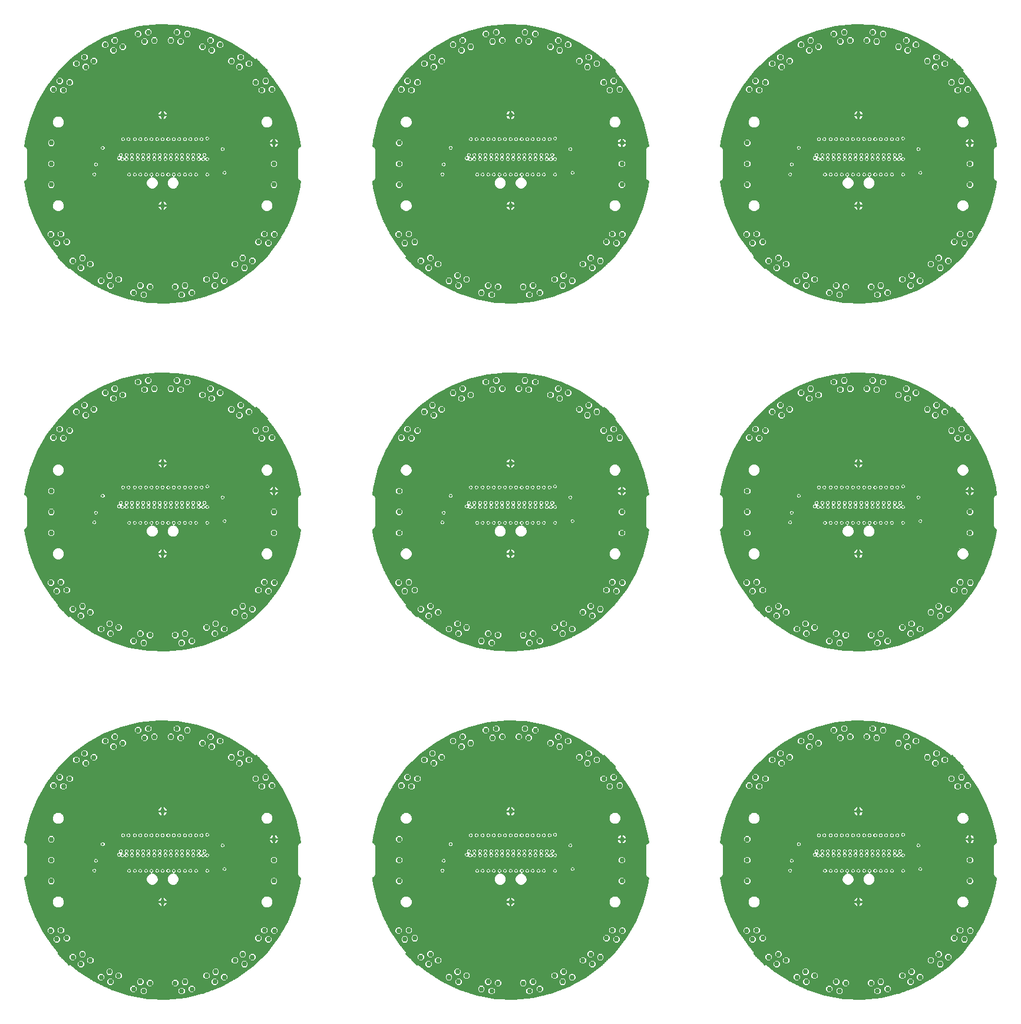
<source format=gbl>
G75*
%MOIN*%
%OFA0B0*%
%FSLAX25Y25*%
%IPPOS*%
%LPD*%
%AMOC8*
5,1,8,0,0,1.08239X$1,22.5*
%
%ADD10C,0.02953*%
%ADD11C,0.01387*%
%ADD12C,0.00500*%
D10*
X0108302Y0104175D03*
X0113749Y0105857D03*
X0118148Y0102403D03*
X0112809Y0100314D03*
X0124243Y0092904D03*
X0129069Y0095939D03*
X0134212Y0093740D03*
X0129596Y0090340D03*
X0142557Y0086142D03*
X0146434Y0090323D03*
X0151971Y0089530D03*
X0148391Y0085051D03*
X0166190Y0089530D03*
X0171727Y0090323D03*
X0169769Y0085051D03*
X0175603Y0086142D03*
X0183949Y0093740D03*
X0189092Y0095939D03*
X0188565Y0090340D03*
X0193918Y0092904D03*
X0200012Y0102403D03*
X0204411Y0105857D03*
X0205352Y0100314D03*
X0209859Y0104175D03*
X0213287Y0114928D03*
X0216642Y0119404D03*
X0218985Y0114292D03*
X0222339Y0119189D03*
X0222072Y0147269D03*
X0222072Y0159080D03*
X0222072Y0170891D03*
X0220908Y0201155D03*
X0215222Y0200742D03*
X0211713Y0205097D03*
X0217385Y0205932D03*
X0207912Y0215724D03*
X0202526Y0213853D03*
X0198009Y0217152D03*
X0203272Y0219426D03*
X0191587Y0226432D03*
X0186870Y0223231D03*
X0181653Y0225248D03*
X0186148Y0228807D03*
X0173048Y0232551D03*
X0169319Y0228238D03*
X0163758Y0228836D03*
X0167179Y0233437D03*
X0154402Y0228836D03*
X0148841Y0228238D03*
X0150982Y0233437D03*
X0145113Y0232551D03*
X0136508Y0225248D03*
X0131291Y0223231D03*
X0132013Y0228807D03*
X0126573Y0226432D03*
X0120151Y0217152D03*
X0115634Y0213853D03*
X0114888Y0219426D03*
X0110249Y0215724D03*
X0106448Y0205097D03*
X0102939Y0200742D03*
X0100775Y0205932D03*
X0097252Y0201155D03*
X0096088Y0170891D03*
X0096088Y0159080D03*
X0096088Y0147269D03*
X0095822Y0119189D03*
X0101519Y0119404D03*
X0104874Y0114928D03*
X0099176Y0114292D03*
X0159080Y0135458D03*
X0159080Y0186639D03*
X0148391Y0281902D03*
X0146434Y0287173D03*
X0151971Y0286381D03*
X0142557Y0282992D03*
X0134212Y0290591D03*
X0129069Y0292789D03*
X0129596Y0287191D03*
X0124243Y0289754D03*
X0118148Y0299253D03*
X0113749Y0302708D03*
X0112809Y0297164D03*
X0108302Y0301026D03*
X0104874Y0311779D03*
X0101519Y0316254D03*
X0099176Y0311143D03*
X0095822Y0316039D03*
X0096088Y0344120D03*
X0096088Y0355931D03*
X0096088Y0367742D03*
X0097252Y0398006D03*
X0102939Y0397592D03*
X0106448Y0401948D03*
X0100775Y0402782D03*
X0110249Y0412574D03*
X0115634Y0410703D03*
X0120151Y0414002D03*
X0114888Y0416276D03*
X0126573Y0423283D03*
X0131291Y0420081D03*
X0136508Y0422099D03*
X0132013Y0425658D03*
X0145113Y0429401D03*
X0148841Y0425088D03*
X0154402Y0425686D03*
X0150982Y0430287D03*
X0163758Y0425686D03*
X0169319Y0425088D03*
X0167179Y0430287D03*
X0173048Y0429401D03*
X0181653Y0422099D03*
X0186870Y0420081D03*
X0186148Y0425658D03*
X0191587Y0423283D03*
X0198009Y0414002D03*
X0202526Y0410703D03*
X0203272Y0416276D03*
X0207912Y0412574D03*
X0211713Y0401948D03*
X0215222Y0397592D03*
X0217385Y0402782D03*
X0220908Y0398006D03*
X0222072Y0367742D03*
X0222072Y0355931D03*
X0222072Y0344120D03*
X0222339Y0316039D03*
X0216642Y0316254D03*
X0213287Y0311779D03*
X0218985Y0311143D03*
X0209859Y0301026D03*
X0204411Y0302708D03*
X0200012Y0299253D03*
X0205352Y0297164D03*
X0193918Y0289754D03*
X0189092Y0292789D03*
X0183949Y0290591D03*
X0188565Y0287191D03*
X0175603Y0282992D03*
X0171727Y0287173D03*
X0166190Y0286381D03*
X0169769Y0281902D03*
X0159080Y0332309D03*
X0159080Y0383490D03*
X0148391Y0478752D03*
X0146434Y0484023D03*
X0151971Y0483231D03*
X0142557Y0479843D03*
X0134212Y0487441D03*
X0129069Y0489639D03*
X0129596Y0484041D03*
X0124243Y0486605D03*
X0118148Y0496104D03*
X0113749Y0499558D03*
X0112809Y0494015D03*
X0108302Y0497876D03*
X0104874Y0508629D03*
X0101519Y0513104D03*
X0099176Y0507993D03*
X0095822Y0512889D03*
X0096088Y0540970D03*
X0096088Y0552781D03*
X0096088Y0564592D03*
X0097252Y0594856D03*
X0102939Y0594443D03*
X0106448Y0598798D03*
X0100775Y0599633D03*
X0110249Y0609425D03*
X0115634Y0607554D03*
X0120151Y0610852D03*
X0114888Y0613127D03*
X0126573Y0620133D03*
X0131291Y0616932D03*
X0136508Y0618949D03*
X0132013Y0622508D03*
X0145113Y0626252D03*
X0148841Y0621938D03*
X0154402Y0622537D03*
X0150982Y0627138D03*
X0163758Y0622537D03*
X0169319Y0621938D03*
X0167179Y0627138D03*
X0173048Y0626252D03*
X0181653Y0618949D03*
X0186870Y0616932D03*
X0186148Y0622508D03*
X0191587Y0620133D03*
X0198009Y0610852D03*
X0202526Y0607554D03*
X0203272Y0613127D03*
X0207912Y0609425D03*
X0211713Y0598798D03*
X0215222Y0594443D03*
X0217385Y0599633D03*
X0220908Y0594856D03*
X0222072Y0564592D03*
X0222072Y0552781D03*
X0222072Y0540970D03*
X0222339Y0512889D03*
X0216642Y0513104D03*
X0213287Y0508629D03*
X0218985Y0507993D03*
X0209859Y0497876D03*
X0204411Y0499558D03*
X0200012Y0496104D03*
X0205352Y0494015D03*
X0193918Y0486605D03*
X0189092Y0489639D03*
X0183949Y0487441D03*
X0188565Y0484041D03*
X0175603Y0479843D03*
X0171727Y0484023D03*
X0166190Y0483231D03*
X0169769Y0478752D03*
X0159080Y0529159D03*
X0159080Y0580340D03*
X0292939Y0564592D03*
X0292939Y0552781D03*
X0292939Y0540970D03*
X0292672Y0512889D03*
X0298369Y0513104D03*
X0301724Y0508629D03*
X0296026Y0507993D03*
X0305152Y0497876D03*
X0310600Y0499558D03*
X0314999Y0496104D03*
X0309659Y0494015D03*
X0321093Y0486605D03*
X0325919Y0489639D03*
X0331063Y0487441D03*
X0326446Y0484041D03*
X0339408Y0479843D03*
X0343284Y0484023D03*
X0348821Y0483231D03*
X0345242Y0478752D03*
X0363040Y0483231D03*
X0368577Y0484023D03*
X0366620Y0478752D03*
X0372454Y0479843D03*
X0380799Y0487441D03*
X0385942Y0489639D03*
X0385415Y0484041D03*
X0390769Y0486605D03*
X0396863Y0496104D03*
X0401262Y0499558D03*
X0402202Y0494015D03*
X0406709Y0497876D03*
X0410137Y0508629D03*
X0413492Y0513104D03*
X0415835Y0507993D03*
X0419189Y0512889D03*
X0418923Y0540970D03*
X0418923Y0552781D03*
X0418923Y0564592D03*
X0417759Y0594856D03*
X0412072Y0594443D03*
X0408563Y0598798D03*
X0414236Y0599633D03*
X0404762Y0609425D03*
X0399377Y0607554D03*
X0394860Y0610852D03*
X0400123Y0613127D03*
X0388438Y0620133D03*
X0383720Y0616932D03*
X0378503Y0618949D03*
X0382999Y0622508D03*
X0369898Y0626252D03*
X0366170Y0621938D03*
X0360609Y0622537D03*
X0364030Y0627138D03*
X0351253Y0622537D03*
X0345692Y0621938D03*
X0347832Y0627138D03*
X0341963Y0626252D03*
X0333358Y0618949D03*
X0328141Y0616932D03*
X0328863Y0622508D03*
X0323424Y0620133D03*
X0317002Y0610852D03*
X0312485Y0607554D03*
X0311739Y0613127D03*
X0307099Y0609425D03*
X0303298Y0598798D03*
X0299789Y0594443D03*
X0297626Y0599633D03*
X0294103Y0594856D03*
X0355931Y0580340D03*
X0355931Y0529159D03*
X0364030Y0430287D03*
X0366170Y0425088D03*
X0360609Y0425686D03*
X0351253Y0425686D03*
X0345692Y0425088D03*
X0347832Y0430287D03*
X0341963Y0429401D03*
X0333358Y0422099D03*
X0328141Y0420081D03*
X0328863Y0425658D03*
X0323424Y0423283D03*
X0317002Y0414002D03*
X0312485Y0410703D03*
X0311739Y0416276D03*
X0307099Y0412574D03*
X0303298Y0401948D03*
X0299789Y0397592D03*
X0297626Y0402782D03*
X0294103Y0398006D03*
X0292939Y0367742D03*
X0292939Y0355931D03*
X0292939Y0344120D03*
X0292672Y0316039D03*
X0298369Y0316254D03*
X0301724Y0311779D03*
X0296026Y0311143D03*
X0305152Y0301026D03*
X0310600Y0302708D03*
X0314999Y0299253D03*
X0309659Y0297164D03*
X0321093Y0289754D03*
X0325919Y0292789D03*
X0331063Y0290591D03*
X0326446Y0287191D03*
X0339408Y0282992D03*
X0343284Y0287173D03*
X0348821Y0286381D03*
X0345242Y0281902D03*
X0363040Y0286381D03*
X0368577Y0287173D03*
X0366620Y0281902D03*
X0372454Y0282992D03*
X0380799Y0290591D03*
X0385942Y0292789D03*
X0385415Y0287191D03*
X0390769Y0289754D03*
X0396863Y0299253D03*
X0401262Y0302708D03*
X0402202Y0297164D03*
X0406709Y0301026D03*
X0410137Y0311779D03*
X0413492Y0316254D03*
X0415835Y0311143D03*
X0419189Y0316039D03*
X0418923Y0344120D03*
X0418923Y0355931D03*
X0418923Y0367742D03*
X0417759Y0398006D03*
X0412072Y0397592D03*
X0408563Y0401948D03*
X0414236Y0402782D03*
X0404762Y0412574D03*
X0399377Y0410703D03*
X0394860Y0414002D03*
X0400123Y0416276D03*
X0388438Y0423283D03*
X0383720Y0420081D03*
X0378503Y0422099D03*
X0382999Y0425658D03*
X0369898Y0429401D03*
X0355931Y0383490D03*
X0355931Y0332309D03*
X0364030Y0233437D03*
X0366170Y0228238D03*
X0360609Y0228836D03*
X0351253Y0228836D03*
X0345692Y0228238D03*
X0347832Y0233437D03*
X0341963Y0232551D03*
X0333358Y0225248D03*
X0328141Y0223231D03*
X0328863Y0228807D03*
X0323424Y0226432D03*
X0317002Y0217152D03*
X0312485Y0213853D03*
X0311739Y0219426D03*
X0307099Y0215724D03*
X0303298Y0205097D03*
X0299789Y0200742D03*
X0297626Y0205932D03*
X0294103Y0201155D03*
X0292939Y0170891D03*
X0292939Y0159080D03*
X0292939Y0147269D03*
X0292672Y0119189D03*
X0298369Y0119404D03*
X0301724Y0114928D03*
X0296026Y0114292D03*
X0305152Y0104175D03*
X0310600Y0105857D03*
X0314999Y0102403D03*
X0309659Y0100314D03*
X0321093Y0092904D03*
X0325919Y0095939D03*
X0331063Y0093740D03*
X0326446Y0090340D03*
X0339408Y0086142D03*
X0343284Y0090323D03*
X0348821Y0089530D03*
X0345242Y0085051D03*
X0363040Y0089530D03*
X0368577Y0090323D03*
X0366620Y0085051D03*
X0372454Y0086142D03*
X0380799Y0093740D03*
X0385942Y0095939D03*
X0385415Y0090340D03*
X0390769Y0092904D03*
X0396863Y0102403D03*
X0401262Y0105857D03*
X0402202Y0100314D03*
X0406709Y0104175D03*
X0410137Y0114928D03*
X0413492Y0119404D03*
X0415835Y0114292D03*
X0419189Y0119189D03*
X0418923Y0147269D03*
X0418923Y0159080D03*
X0418923Y0170891D03*
X0417759Y0201155D03*
X0412072Y0200742D03*
X0408563Y0205097D03*
X0414236Y0205932D03*
X0404762Y0215724D03*
X0399377Y0213853D03*
X0394860Y0217152D03*
X0400123Y0219426D03*
X0388438Y0226432D03*
X0383720Y0223231D03*
X0378503Y0225248D03*
X0382999Y0228807D03*
X0369898Y0232551D03*
X0355931Y0186639D03*
X0355931Y0135458D03*
X0489789Y0147269D03*
X0489789Y0159080D03*
X0489789Y0170891D03*
X0490953Y0201155D03*
X0496639Y0200742D03*
X0500148Y0205097D03*
X0494476Y0205932D03*
X0503950Y0215724D03*
X0509335Y0213853D03*
X0513852Y0217152D03*
X0508589Y0219426D03*
X0520274Y0226432D03*
X0524992Y0223231D03*
X0530208Y0225248D03*
X0525713Y0228807D03*
X0538814Y0232551D03*
X0542542Y0228238D03*
X0548103Y0228836D03*
X0544682Y0233437D03*
X0557459Y0228836D03*
X0563020Y0228238D03*
X0560880Y0233437D03*
X0566748Y0232551D03*
X0575354Y0225248D03*
X0580570Y0223231D03*
X0579849Y0228807D03*
X0585288Y0226432D03*
X0591710Y0217152D03*
X0596227Y0213853D03*
X0596973Y0219426D03*
X0601613Y0215724D03*
X0605414Y0205097D03*
X0608923Y0200742D03*
X0611086Y0205932D03*
X0614609Y0201155D03*
X0615773Y0170891D03*
X0615773Y0159080D03*
X0615773Y0147269D03*
X0616040Y0119189D03*
X0610343Y0119404D03*
X0606988Y0114928D03*
X0612686Y0114292D03*
X0603560Y0104175D03*
X0598112Y0105857D03*
X0593713Y0102403D03*
X0599052Y0100314D03*
X0587619Y0092904D03*
X0582792Y0095939D03*
X0577649Y0093740D03*
X0582266Y0090340D03*
X0569304Y0086142D03*
X0565427Y0090323D03*
X0559891Y0089530D03*
X0563470Y0085051D03*
X0545672Y0089530D03*
X0540135Y0090323D03*
X0542092Y0085051D03*
X0536258Y0086142D03*
X0527913Y0093740D03*
X0522770Y0095939D03*
X0523296Y0090340D03*
X0517943Y0092904D03*
X0511849Y0102403D03*
X0507450Y0105857D03*
X0506510Y0100314D03*
X0502003Y0104175D03*
X0498575Y0114928D03*
X0495220Y0119404D03*
X0492877Y0114292D03*
X0489522Y0119189D03*
X0552781Y0135458D03*
X0552781Y0186639D03*
X0542092Y0281902D03*
X0540135Y0287173D03*
X0545672Y0286381D03*
X0536258Y0282992D03*
X0527913Y0290591D03*
X0522770Y0292789D03*
X0523296Y0287191D03*
X0517943Y0289754D03*
X0506510Y0297164D03*
X0507450Y0302708D03*
X0511849Y0299253D03*
X0502003Y0301026D03*
X0498575Y0311779D03*
X0495220Y0316254D03*
X0492877Y0311143D03*
X0489522Y0316039D03*
X0489789Y0344120D03*
X0489789Y0355931D03*
X0489789Y0367742D03*
X0490953Y0398006D03*
X0496639Y0397592D03*
X0500148Y0401948D03*
X0494476Y0402782D03*
X0503950Y0412574D03*
X0509335Y0410703D03*
X0513852Y0414002D03*
X0508589Y0416276D03*
X0520274Y0423283D03*
X0524992Y0420081D03*
X0530208Y0422099D03*
X0525713Y0425658D03*
X0538814Y0429401D03*
X0542542Y0425088D03*
X0548103Y0425686D03*
X0544682Y0430287D03*
X0557459Y0425686D03*
X0563020Y0425088D03*
X0560880Y0430287D03*
X0566748Y0429401D03*
X0575354Y0422099D03*
X0580570Y0420081D03*
X0579849Y0425658D03*
X0585288Y0423283D03*
X0591710Y0414002D03*
X0596227Y0410703D03*
X0596973Y0416276D03*
X0601613Y0412574D03*
X0605414Y0401948D03*
X0608923Y0397592D03*
X0611086Y0402782D03*
X0614609Y0398006D03*
X0615773Y0367742D03*
X0615773Y0355931D03*
X0615773Y0344120D03*
X0616040Y0316039D03*
X0610343Y0316254D03*
X0606988Y0311779D03*
X0612686Y0311143D03*
X0603560Y0301026D03*
X0598112Y0302708D03*
X0593713Y0299253D03*
X0599052Y0297164D03*
X0587619Y0289754D03*
X0582792Y0292789D03*
X0577649Y0290591D03*
X0582266Y0287191D03*
X0569304Y0282992D03*
X0565427Y0287173D03*
X0559891Y0286381D03*
X0563470Y0281902D03*
X0552781Y0332309D03*
X0552781Y0383490D03*
X0542092Y0478752D03*
X0540135Y0484023D03*
X0545672Y0483231D03*
X0536258Y0479843D03*
X0527913Y0487441D03*
X0522770Y0489639D03*
X0523296Y0484041D03*
X0517943Y0486605D03*
X0511849Y0496104D03*
X0507450Y0499558D03*
X0506510Y0494015D03*
X0502003Y0497876D03*
X0498575Y0508629D03*
X0495220Y0513104D03*
X0492877Y0507993D03*
X0489522Y0512889D03*
X0489789Y0540970D03*
X0489789Y0552781D03*
X0489789Y0564592D03*
X0490953Y0594856D03*
X0496639Y0594443D03*
X0500148Y0598798D03*
X0494476Y0599633D03*
X0503950Y0609425D03*
X0509335Y0607554D03*
X0513852Y0610852D03*
X0508589Y0613127D03*
X0520274Y0620133D03*
X0524992Y0616932D03*
X0530208Y0618949D03*
X0525713Y0622508D03*
X0538814Y0626252D03*
X0542542Y0621938D03*
X0548103Y0622537D03*
X0544682Y0627138D03*
X0557459Y0622537D03*
X0563020Y0621938D03*
X0560880Y0627138D03*
X0566748Y0626252D03*
X0575354Y0618949D03*
X0580570Y0616932D03*
X0579849Y0622508D03*
X0585288Y0620133D03*
X0596973Y0613127D03*
X0596227Y0607554D03*
X0591710Y0610852D03*
X0601613Y0609425D03*
X0605414Y0598798D03*
X0608923Y0594443D03*
X0611086Y0599633D03*
X0614609Y0594856D03*
X0615773Y0564592D03*
X0615773Y0552781D03*
X0615773Y0540970D03*
X0616040Y0512889D03*
X0610343Y0513104D03*
X0606988Y0508629D03*
X0612686Y0507993D03*
X0603560Y0497876D03*
X0598112Y0499558D03*
X0593713Y0496104D03*
X0599052Y0494015D03*
X0587619Y0486605D03*
X0582792Y0489639D03*
X0577649Y0487441D03*
X0582266Y0484041D03*
X0569304Y0479843D03*
X0565427Y0484023D03*
X0559891Y0483231D03*
X0563470Y0478752D03*
X0552781Y0529159D03*
X0552781Y0580340D03*
D11*
X0552781Y0592151D03*
X0552781Y0607899D03*
X0572466Y0607899D03*
X0572466Y0592151D03*
X0588214Y0600025D03*
X0592151Y0580340D03*
X0596088Y0568529D03*
X0586639Y0561049D03*
X0582309Y0555931D03*
X0577978Y0555537D03*
X0575616Y0555537D03*
X0573254Y0555537D03*
X0573254Y0557899D03*
X0576403Y0557899D03*
X0570104Y0557899D03*
X0570104Y0555537D03*
X0566954Y0555537D03*
X0566954Y0557899D03*
X0563805Y0557899D03*
X0563805Y0555537D03*
X0560655Y0555537D03*
X0560655Y0557899D03*
X0557506Y0557899D03*
X0557506Y0555537D03*
X0554356Y0555537D03*
X0554356Y0557899D03*
X0551206Y0557899D03*
X0551206Y0555537D03*
X0548057Y0555537D03*
X0548057Y0557899D03*
X0544907Y0557899D03*
X0544907Y0555537D03*
X0541757Y0555537D03*
X0541757Y0557899D03*
X0538608Y0557899D03*
X0538608Y0555537D03*
X0535458Y0555537D03*
X0535458Y0557899D03*
X0532309Y0557899D03*
X0532309Y0555537D03*
X0529946Y0555537D03*
X0527978Y0555931D03*
X0529159Y0557899D03*
X0526009Y0557506D03*
X0521285Y0557506D03*
X0518923Y0561836D03*
X0514986Y0552387D03*
X0514198Y0546876D03*
X0505537Y0537033D03*
X0497663Y0540970D03*
X0481915Y0544907D03*
X0481915Y0533096D03*
X0485852Y0525222D03*
X0481915Y0556718D03*
X0481915Y0572466D03*
X0485852Y0584277D03*
X0501600Y0576403D03*
X0497663Y0568529D03*
X0505537Y0568529D03*
X0530340Y0566757D03*
X0533490Y0566757D03*
X0537033Y0566757D03*
X0540183Y0566757D03*
X0543332Y0566757D03*
X0546482Y0566757D03*
X0549631Y0566757D03*
X0552781Y0566757D03*
X0555931Y0566757D03*
X0559080Y0566757D03*
X0562230Y0566757D03*
X0565380Y0566757D03*
X0568529Y0566757D03*
X0571679Y0566757D03*
X0574828Y0566757D03*
X0577978Y0567151D03*
X0573647Y0573844D03*
X0582309Y0549631D03*
X0577978Y0546679D03*
X0571679Y0546679D03*
X0568529Y0546679D03*
X0565380Y0546679D03*
X0562230Y0546679D03*
X0559080Y0546679D03*
X0555931Y0546679D03*
X0552781Y0546679D03*
X0549631Y0546679D03*
X0546482Y0546679D03*
X0543332Y0546679D03*
X0540183Y0546679D03*
X0537033Y0546679D03*
X0533883Y0546679D03*
X0552781Y0513411D03*
X0552781Y0505537D03*
X0552781Y0493726D03*
X0552781Y0485852D03*
X0552781Y0481915D03*
X0533096Y0497663D03*
X0533096Y0505537D03*
X0576403Y0505537D03*
X0584277Y0497663D03*
X0603962Y0525222D03*
X0600025Y0533096D03*
X0588214Y0537033D03*
X0587820Y0547663D03*
X0596088Y0552781D03*
X0607899Y0548844D03*
X0611836Y0568529D03*
X0627584Y0568529D03*
X0627584Y0552781D03*
X0627584Y0537033D03*
X0623647Y0525222D03*
X0619710Y0584277D03*
X0607899Y0584277D03*
X0533096Y0588214D03*
X0533096Y0600025D03*
X0533096Y0611836D03*
X0517348Y0600025D03*
X0430734Y0568529D03*
X0430734Y0552781D03*
X0430734Y0537033D03*
X0426797Y0525222D03*
X0407112Y0525222D03*
X0403175Y0533096D03*
X0391364Y0537033D03*
X0390970Y0547663D03*
X0385458Y0549631D03*
X0381128Y0546679D03*
X0374828Y0546679D03*
X0371679Y0546679D03*
X0368529Y0546679D03*
X0365380Y0546679D03*
X0362230Y0546679D03*
X0359080Y0546679D03*
X0355931Y0546679D03*
X0352781Y0546679D03*
X0349631Y0546679D03*
X0346482Y0546679D03*
X0343332Y0546679D03*
X0340183Y0546679D03*
X0337033Y0546679D03*
X0335458Y0555537D03*
X0333096Y0555537D03*
X0331128Y0555931D03*
X0332309Y0557899D03*
X0335458Y0557899D03*
X0338608Y0557899D03*
X0338608Y0555537D03*
X0341757Y0555537D03*
X0341757Y0557899D03*
X0344907Y0557899D03*
X0344907Y0555537D03*
X0348057Y0555537D03*
X0348057Y0557899D03*
X0351206Y0557899D03*
X0351206Y0555537D03*
X0354356Y0555537D03*
X0354356Y0557899D03*
X0357506Y0557899D03*
X0357506Y0555537D03*
X0360655Y0555537D03*
X0360655Y0557899D03*
X0363805Y0557899D03*
X0363805Y0555537D03*
X0366954Y0555537D03*
X0366954Y0557899D03*
X0370104Y0557899D03*
X0370104Y0555537D03*
X0373254Y0555537D03*
X0373254Y0557899D03*
X0376403Y0557899D03*
X0376403Y0555537D03*
X0378765Y0555537D03*
X0381128Y0555537D03*
X0379553Y0557899D03*
X0385458Y0555931D03*
X0389789Y0561049D03*
X0381128Y0567151D03*
X0377978Y0566757D03*
X0374828Y0566757D03*
X0371679Y0566757D03*
X0368529Y0566757D03*
X0365380Y0566757D03*
X0362230Y0566757D03*
X0359080Y0566757D03*
X0355931Y0566757D03*
X0352781Y0566757D03*
X0349631Y0566757D03*
X0346482Y0566757D03*
X0343332Y0566757D03*
X0340183Y0566757D03*
X0336639Y0566757D03*
X0333490Y0566757D03*
X0329159Y0557506D03*
X0324435Y0557506D03*
X0322072Y0561836D03*
X0318135Y0552387D03*
X0317348Y0546876D03*
X0308687Y0537033D03*
X0300813Y0540970D03*
X0285065Y0544907D03*
X0285065Y0533096D03*
X0289002Y0525222D03*
X0285065Y0556718D03*
X0285065Y0572466D03*
X0289002Y0584277D03*
X0304750Y0576403D03*
X0308687Y0568529D03*
X0300813Y0568529D03*
X0320498Y0600025D03*
X0336246Y0600025D03*
X0336246Y0611836D03*
X0355931Y0607899D03*
X0355931Y0592151D03*
X0375616Y0592151D03*
X0375616Y0607899D03*
X0391364Y0600025D03*
X0395301Y0580340D03*
X0399238Y0568529D03*
X0414986Y0568529D03*
X0411049Y0548844D03*
X0399238Y0552781D03*
X0376797Y0573844D03*
X0411049Y0584277D03*
X0422860Y0584277D03*
X0355931Y0513411D03*
X0355931Y0505537D03*
X0355931Y0493726D03*
X0355931Y0485852D03*
X0355931Y0481915D03*
X0336246Y0497663D03*
X0336246Y0505537D03*
X0379553Y0505537D03*
X0387427Y0497663D03*
X0336246Y0414986D03*
X0336246Y0403175D03*
X0336246Y0391364D03*
X0320498Y0403175D03*
X0304750Y0379553D03*
X0308687Y0371679D03*
X0300813Y0371679D03*
X0285065Y0375616D03*
X0289002Y0387427D03*
X0285065Y0359868D03*
X0285065Y0348057D03*
X0285065Y0336246D03*
X0289002Y0328372D03*
X0300813Y0344120D03*
X0308687Y0340183D03*
X0317348Y0350025D03*
X0318135Y0355537D03*
X0324435Y0360655D03*
X0329159Y0360655D03*
X0331128Y0359080D03*
X0333096Y0358687D03*
X0335458Y0358687D03*
X0335458Y0361049D03*
X0332309Y0361049D03*
X0338608Y0361049D03*
X0338608Y0358687D03*
X0341757Y0358687D03*
X0341757Y0361049D03*
X0344907Y0361049D03*
X0344907Y0358687D03*
X0348057Y0358687D03*
X0348057Y0361049D03*
X0351206Y0361049D03*
X0351206Y0358687D03*
X0354356Y0358687D03*
X0354356Y0361049D03*
X0357506Y0361049D03*
X0357506Y0358687D03*
X0360655Y0358687D03*
X0360655Y0361049D03*
X0363805Y0361049D03*
X0363805Y0358687D03*
X0366954Y0358687D03*
X0366954Y0361049D03*
X0370104Y0361049D03*
X0370104Y0358687D03*
X0373254Y0358687D03*
X0373254Y0361049D03*
X0376403Y0361049D03*
X0376403Y0358687D03*
X0378765Y0358687D03*
X0381128Y0358687D03*
X0379553Y0361049D03*
X0385458Y0359080D03*
X0385458Y0352781D03*
X0381128Y0349828D03*
X0374828Y0349828D03*
X0371679Y0349828D03*
X0368529Y0349828D03*
X0365380Y0349828D03*
X0362230Y0349828D03*
X0359080Y0349828D03*
X0355931Y0349828D03*
X0352781Y0349828D03*
X0349631Y0349828D03*
X0346482Y0349828D03*
X0343332Y0349828D03*
X0340183Y0349828D03*
X0337033Y0349828D03*
X0336639Y0369907D03*
X0333490Y0369907D03*
X0340183Y0369907D03*
X0343332Y0369907D03*
X0346482Y0369907D03*
X0349631Y0369907D03*
X0352781Y0369907D03*
X0355931Y0369907D03*
X0359080Y0369907D03*
X0362230Y0369907D03*
X0365380Y0369907D03*
X0368529Y0369907D03*
X0371679Y0369907D03*
X0374828Y0369907D03*
X0377978Y0369907D03*
X0381128Y0370301D03*
X0376797Y0376994D03*
X0389789Y0364198D03*
X0399238Y0371679D03*
X0395301Y0383490D03*
X0411049Y0387427D03*
X0422860Y0387427D03*
X0430734Y0371679D03*
X0414986Y0371679D03*
X0430734Y0355931D03*
X0430734Y0340183D03*
X0426797Y0328372D03*
X0407112Y0328372D03*
X0403175Y0336246D03*
X0391364Y0340183D03*
X0390970Y0350813D03*
X0399238Y0355931D03*
X0411049Y0351994D03*
X0379553Y0308687D03*
X0387427Y0300813D03*
X0355931Y0296876D03*
X0355931Y0289002D03*
X0355931Y0285065D03*
X0355931Y0308687D03*
X0355931Y0316561D03*
X0336246Y0308687D03*
X0336246Y0300813D03*
X0322072Y0364986D03*
X0355931Y0395301D03*
X0355931Y0411049D03*
X0375616Y0411049D03*
X0375616Y0395301D03*
X0391364Y0403175D03*
X0481915Y0375616D03*
X0485852Y0387427D03*
X0501600Y0379553D03*
X0497663Y0371679D03*
X0505537Y0371679D03*
X0518923Y0364986D03*
X0521285Y0360655D03*
X0526009Y0360655D03*
X0527978Y0359080D03*
X0529946Y0358687D03*
X0532309Y0358687D03*
X0532309Y0361049D03*
X0535458Y0361049D03*
X0535458Y0358687D03*
X0538608Y0358687D03*
X0538608Y0361049D03*
X0541757Y0361049D03*
X0541757Y0358687D03*
X0544907Y0358687D03*
X0544907Y0361049D03*
X0548057Y0361049D03*
X0548057Y0358687D03*
X0551206Y0358687D03*
X0551206Y0361049D03*
X0554356Y0361049D03*
X0554356Y0358687D03*
X0557506Y0358687D03*
X0557506Y0361049D03*
X0560655Y0361049D03*
X0560655Y0358687D03*
X0563805Y0358687D03*
X0563805Y0361049D03*
X0566954Y0361049D03*
X0566954Y0358687D03*
X0570104Y0358687D03*
X0570104Y0361049D03*
X0573254Y0361049D03*
X0573254Y0358687D03*
X0575616Y0358687D03*
X0577978Y0358687D03*
X0576403Y0361049D03*
X0582309Y0359080D03*
X0582309Y0352781D03*
X0577978Y0349828D03*
X0571679Y0349828D03*
X0568529Y0349828D03*
X0565380Y0349828D03*
X0562230Y0349828D03*
X0559080Y0349828D03*
X0555931Y0349828D03*
X0552781Y0349828D03*
X0549631Y0349828D03*
X0546482Y0349828D03*
X0543332Y0349828D03*
X0540183Y0349828D03*
X0537033Y0349828D03*
X0533883Y0349828D03*
X0529159Y0361049D03*
X0530340Y0369907D03*
X0533490Y0369907D03*
X0537033Y0369907D03*
X0540183Y0369907D03*
X0543332Y0369907D03*
X0546482Y0369907D03*
X0549631Y0369907D03*
X0552781Y0369907D03*
X0555931Y0369907D03*
X0559080Y0369907D03*
X0562230Y0369907D03*
X0565380Y0369907D03*
X0568529Y0369907D03*
X0571679Y0369907D03*
X0574828Y0369907D03*
X0577978Y0370301D03*
X0573647Y0376994D03*
X0586639Y0364198D03*
X0596088Y0371679D03*
X0592151Y0383490D03*
X0607899Y0387427D03*
X0619710Y0387427D03*
X0611836Y0371679D03*
X0596088Y0355931D03*
X0587820Y0350813D03*
X0588214Y0340183D03*
X0600025Y0336246D03*
X0603962Y0328372D03*
X0623647Y0328372D03*
X0627584Y0340183D03*
X0627584Y0355931D03*
X0627584Y0371679D03*
X0607899Y0351994D03*
X0576403Y0308687D03*
X0584277Y0300813D03*
X0552781Y0296876D03*
X0552781Y0289002D03*
X0552781Y0285065D03*
X0552781Y0308687D03*
X0552781Y0316561D03*
X0533096Y0308687D03*
X0533096Y0300813D03*
X0505537Y0340183D03*
X0497663Y0344120D03*
X0481915Y0348057D03*
X0481915Y0336246D03*
X0485852Y0328372D03*
X0481915Y0359868D03*
X0514986Y0355537D03*
X0514198Y0350025D03*
X0533096Y0391364D03*
X0533096Y0403175D03*
X0533096Y0414986D03*
X0517348Y0403175D03*
X0552781Y0411049D03*
X0552781Y0395301D03*
X0572466Y0395301D03*
X0572466Y0411049D03*
X0588214Y0403175D03*
X0572466Y0214198D03*
X0588214Y0206324D03*
X0572466Y0198450D03*
X0573647Y0180143D03*
X0574828Y0173057D03*
X0571679Y0173057D03*
X0568529Y0173057D03*
X0565380Y0173057D03*
X0562230Y0173057D03*
X0559080Y0173057D03*
X0555931Y0173057D03*
X0552781Y0173057D03*
X0549631Y0173057D03*
X0546482Y0173057D03*
X0543332Y0173057D03*
X0540183Y0173057D03*
X0537033Y0173057D03*
X0533490Y0173057D03*
X0530340Y0173057D03*
X0529159Y0164198D03*
X0527978Y0162230D03*
X0529946Y0161836D03*
X0532309Y0161836D03*
X0532309Y0164198D03*
X0535458Y0164198D03*
X0535458Y0161836D03*
X0538608Y0161836D03*
X0538608Y0164198D03*
X0541757Y0164198D03*
X0541757Y0161836D03*
X0544907Y0161836D03*
X0544907Y0164198D03*
X0548057Y0164198D03*
X0548057Y0161836D03*
X0551206Y0161836D03*
X0551206Y0164198D03*
X0554356Y0164198D03*
X0554356Y0161836D03*
X0557506Y0161836D03*
X0557506Y0164198D03*
X0560655Y0164198D03*
X0560655Y0161836D03*
X0563805Y0161836D03*
X0563805Y0164198D03*
X0566954Y0164198D03*
X0566954Y0161836D03*
X0570104Y0161836D03*
X0570104Y0164198D03*
X0573254Y0164198D03*
X0573254Y0161836D03*
X0575616Y0161836D03*
X0577978Y0161836D03*
X0576403Y0164198D03*
X0582309Y0162230D03*
X0582309Y0155931D03*
X0577978Y0152978D03*
X0571679Y0152978D03*
X0568529Y0152978D03*
X0565380Y0152978D03*
X0562230Y0152978D03*
X0559080Y0152978D03*
X0555931Y0152978D03*
X0552781Y0152978D03*
X0549631Y0152978D03*
X0546482Y0152978D03*
X0543332Y0152978D03*
X0540183Y0152978D03*
X0537033Y0152978D03*
X0533883Y0152978D03*
X0526009Y0163805D03*
X0521285Y0163805D03*
X0518923Y0168135D03*
X0514986Y0158687D03*
X0514198Y0153175D03*
X0505537Y0143332D03*
X0497663Y0147269D03*
X0481915Y0151206D03*
X0481915Y0163017D03*
X0497663Y0174828D03*
X0501600Y0182702D03*
X0505537Y0174828D03*
X0485852Y0190576D03*
X0481915Y0178765D03*
X0517348Y0206324D03*
X0533096Y0206324D03*
X0533096Y0194513D03*
X0552781Y0198450D03*
X0552781Y0214198D03*
X0533096Y0218135D03*
X0577978Y0173450D03*
X0586639Y0167348D03*
X0596088Y0174828D03*
X0592151Y0186639D03*
X0607899Y0190576D03*
X0619710Y0190576D03*
X0611836Y0174828D03*
X0596088Y0159080D03*
X0587820Y0153962D03*
X0588214Y0143332D03*
X0600025Y0139395D03*
X0603962Y0131521D03*
X0623647Y0131521D03*
X0627584Y0143332D03*
X0627584Y0159080D03*
X0627584Y0174828D03*
X0607899Y0155143D03*
X0576403Y0111836D03*
X0584277Y0103962D03*
X0552781Y0100025D03*
X0552781Y0111836D03*
X0552781Y0119710D03*
X0533096Y0111836D03*
X0533096Y0103962D03*
X0552781Y0092151D03*
X0552781Y0088214D03*
X0485852Y0131521D03*
X0481915Y0139395D03*
X0430734Y0143332D03*
X0426797Y0131521D03*
X0407112Y0131521D03*
X0403175Y0139395D03*
X0391364Y0143332D03*
X0390970Y0153962D03*
X0385458Y0155931D03*
X0381128Y0152978D03*
X0374828Y0152978D03*
X0371679Y0152978D03*
X0368529Y0152978D03*
X0365380Y0152978D03*
X0362230Y0152978D03*
X0359080Y0152978D03*
X0355931Y0152978D03*
X0352781Y0152978D03*
X0349631Y0152978D03*
X0346482Y0152978D03*
X0343332Y0152978D03*
X0340183Y0152978D03*
X0337033Y0152978D03*
X0335458Y0161836D03*
X0333096Y0161836D03*
X0331128Y0162230D03*
X0332309Y0164198D03*
X0335458Y0164198D03*
X0338608Y0164198D03*
X0338608Y0161836D03*
X0341757Y0161836D03*
X0341757Y0164198D03*
X0344907Y0164198D03*
X0344907Y0161836D03*
X0348057Y0161836D03*
X0348057Y0164198D03*
X0351206Y0164198D03*
X0351206Y0161836D03*
X0354356Y0161836D03*
X0354356Y0164198D03*
X0357506Y0164198D03*
X0357506Y0161836D03*
X0360655Y0161836D03*
X0360655Y0164198D03*
X0363805Y0164198D03*
X0363805Y0161836D03*
X0366954Y0161836D03*
X0366954Y0164198D03*
X0370104Y0164198D03*
X0370104Y0161836D03*
X0373254Y0161836D03*
X0373254Y0164198D03*
X0376403Y0164198D03*
X0376403Y0161836D03*
X0378765Y0161836D03*
X0381128Y0161836D03*
X0379553Y0164198D03*
X0385458Y0162230D03*
X0389789Y0167348D03*
X0381128Y0173450D03*
X0377978Y0173057D03*
X0374828Y0173057D03*
X0371679Y0173057D03*
X0368529Y0173057D03*
X0365380Y0173057D03*
X0362230Y0173057D03*
X0359080Y0173057D03*
X0355931Y0173057D03*
X0352781Y0173057D03*
X0349631Y0173057D03*
X0346482Y0173057D03*
X0343332Y0173057D03*
X0340183Y0173057D03*
X0336639Y0173057D03*
X0333490Y0173057D03*
X0329159Y0163805D03*
X0324435Y0163805D03*
X0322072Y0168135D03*
X0318135Y0158687D03*
X0317348Y0153175D03*
X0308687Y0143332D03*
X0300813Y0147269D03*
X0285065Y0151206D03*
X0285065Y0163017D03*
X0300813Y0174828D03*
X0308687Y0174828D03*
X0304750Y0182702D03*
X0289002Y0190576D03*
X0285065Y0178765D03*
X0320498Y0206324D03*
X0336246Y0206324D03*
X0336246Y0194513D03*
X0355931Y0198450D03*
X0375616Y0198450D03*
X0391364Y0206324D03*
X0375616Y0214198D03*
X0355931Y0214198D03*
X0336246Y0218135D03*
X0376797Y0180143D03*
X0395301Y0186639D03*
X0399238Y0174828D03*
X0399238Y0159080D03*
X0411049Y0155143D03*
X0430734Y0159080D03*
X0430734Y0174828D03*
X0414986Y0174828D03*
X0411049Y0190576D03*
X0422860Y0190576D03*
X0355931Y0119710D03*
X0355931Y0111836D03*
X0355931Y0100025D03*
X0355931Y0092151D03*
X0355931Y0088214D03*
X0336246Y0103962D03*
X0336246Y0111836D03*
X0379553Y0111836D03*
X0387427Y0103962D03*
X0289002Y0131521D03*
X0285065Y0139395D03*
X0233883Y0143332D03*
X0229946Y0131521D03*
X0210261Y0131521D03*
X0206324Y0139395D03*
X0194513Y0143332D03*
X0194120Y0153962D03*
X0188608Y0155931D03*
X0184277Y0152978D03*
X0177978Y0152978D03*
X0174828Y0152978D03*
X0171679Y0152978D03*
X0168529Y0152978D03*
X0165380Y0152978D03*
X0162230Y0152978D03*
X0159080Y0152978D03*
X0155931Y0152978D03*
X0152781Y0152978D03*
X0149631Y0152978D03*
X0146482Y0152978D03*
X0143332Y0152978D03*
X0140183Y0152978D03*
X0141757Y0161836D03*
X0141757Y0164198D03*
X0138608Y0164198D03*
X0138608Y0161836D03*
X0136246Y0161836D03*
X0134277Y0162230D03*
X0135458Y0164198D03*
X0132309Y0163805D03*
X0127584Y0163805D03*
X0125222Y0168135D03*
X0121285Y0158687D03*
X0120498Y0153175D03*
X0111836Y0143332D03*
X0103962Y0147269D03*
X0088214Y0151206D03*
X0088214Y0163017D03*
X0103962Y0174828D03*
X0111836Y0174828D03*
X0107899Y0182702D03*
X0092151Y0190576D03*
X0088214Y0178765D03*
X0123647Y0206324D03*
X0139395Y0206324D03*
X0139395Y0194513D03*
X0159080Y0198450D03*
X0159080Y0214198D03*
X0178765Y0214198D03*
X0194513Y0206324D03*
X0178765Y0198450D03*
X0179946Y0180143D03*
X0181128Y0173057D03*
X0177978Y0173057D03*
X0174828Y0173057D03*
X0171679Y0173057D03*
X0168529Y0173057D03*
X0165380Y0173057D03*
X0162230Y0173057D03*
X0159080Y0173057D03*
X0155931Y0173057D03*
X0152781Y0173057D03*
X0149631Y0173057D03*
X0146482Y0173057D03*
X0143332Y0173057D03*
X0139789Y0173057D03*
X0136639Y0173057D03*
X0144907Y0164198D03*
X0144907Y0161836D03*
X0148057Y0161836D03*
X0148057Y0164198D03*
X0151206Y0164198D03*
X0151206Y0161836D03*
X0154356Y0161836D03*
X0154356Y0164198D03*
X0157506Y0164198D03*
X0157506Y0161836D03*
X0160655Y0161836D03*
X0160655Y0164198D03*
X0163805Y0164198D03*
X0163805Y0161836D03*
X0166954Y0161836D03*
X0166954Y0164198D03*
X0170104Y0164198D03*
X0170104Y0161836D03*
X0173254Y0161836D03*
X0173254Y0164198D03*
X0176403Y0164198D03*
X0176403Y0161836D03*
X0179553Y0161836D03*
X0181915Y0161836D03*
X0184277Y0161836D03*
X0182702Y0164198D03*
X0179553Y0164198D03*
X0188608Y0162230D03*
X0192939Y0167348D03*
X0202387Y0174828D03*
X0198450Y0186639D03*
X0184277Y0173450D03*
X0202387Y0159080D03*
X0214198Y0155143D03*
X0233883Y0159080D03*
X0233883Y0174828D03*
X0218135Y0174828D03*
X0214198Y0190576D03*
X0226009Y0190576D03*
X0159080Y0119710D03*
X0159080Y0111836D03*
X0159080Y0100025D03*
X0159080Y0092151D03*
X0159080Y0088214D03*
X0139395Y0103962D03*
X0139395Y0111836D03*
X0182702Y0111836D03*
X0190576Y0103962D03*
X0092151Y0131521D03*
X0088214Y0139395D03*
X0139395Y0218135D03*
X0159080Y0285065D03*
X0159080Y0289002D03*
X0159080Y0296876D03*
X0159080Y0308687D03*
X0159080Y0316561D03*
X0139395Y0308687D03*
X0139395Y0300813D03*
X0111836Y0340183D03*
X0103962Y0344120D03*
X0088214Y0348057D03*
X0088214Y0336246D03*
X0092151Y0328372D03*
X0088214Y0359868D03*
X0088214Y0375616D03*
X0092151Y0387427D03*
X0103962Y0371679D03*
X0111836Y0371679D03*
X0107899Y0379553D03*
X0125222Y0364986D03*
X0127584Y0360655D03*
X0132309Y0360655D03*
X0134277Y0359080D03*
X0136246Y0358687D03*
X0138608Y0358687D03*
X0138608Y0361049D03*
X0141757Y0361049D03*
X0141757Y0358687D03*
X0144907Y0358687D03*
X0144907Y0361049D03*
X0148057Y0361049D03*
X0148057Y0358687D03*
X0151206Y0358687D03*
X0151206Y0361049D03*
X0154356Y0361049D03*
X0154356Y0358687D03*
X0157506Y0358687D03*
X0157506Y0361049D03*
X0160655Y0361049D03*
X0160655Y0358687D03*
X0163805Y0358687D03*
X0163805Y0361049D03*
X0166954Y0361049D03*
X0166954Y0358687D03*
X0170104Y0358687D03*
X0170104Y0361049D03*
X0173254Y0361049D03*
X0173254Y0358687D03*
X0176403Y0358687D03*
X0176403Y0361049D03*
X0179553Y0361049D03*
X0179553Y0358687D03*
X0181915Y0358687D03*
X0184277Y0358687D03*
X0182702Y0361049D03*
X0188608Y0359080D03*
X0188608Y0352781D03*
X0184277Y0349828D03*
X0177978Y0349828D03*
X0174828Y0349828D03*
X0171679Y0349828D03*
X0168529Y0349828D03*
X0165380Y0349828D03*
X0162230Y0349828D03*
X0159080Y0349828D03*
X0155931Y0349828D03*
X0152781Y0349828D03*
X0149631Y0349828D03*
X0146482Y0349828D03*
X0143332Y0349828D03*
X0140183Y0349828D03*
X0135458Y0361049D03*
X0136639Y0369907D03*
X0139789Y0369907D03*
X0143332Y0369907D03*
X0146482Y0369907D03*
X0149631Y0369907D03*
X0152781Y0369907D03*
X0155931Y0369907D03*
X0159080Y0369907D03*
X0162230Y0369907D03*
X0165380Y0369907D03*
X0168529Y0369907D03*
X0171679Y0369907D03*
X0174828Y0369907D03*
X0177978Y0369907D03*
X0181128Y0369907D03*
X0184277Y0370301D03*
X0179946Y0376994D03*
X0192939Y0364198D03*
X0202387Y0371679D03*
X0198450Y0383490D03*
X0178765Y0395301D03*
X0178765Y0411049D03*
X0194513Y0403175D03*
X0214198Y0387427D03*
X0226009Y0387427D03*
X0218135Y0371679D03*
X0233883Y0371679D03*
X0233883Y0355931D03*
X0214198Y0351994D03*
X0202387Y0355931D03*
X0194120Y0350813D03*
X0194513Y0340183D03*
X0206324Y0336246D03*
X0210261Y0328372D03*
X0229946Y0328372D03*
X0233883Y0340183D03*
X0190576Y0300813D03*
X0182702Y0308687D03*
X0121285Y0355537D03*
X0120498Y0350025D03*
X0139395Y0391364D03*
X0139395Y0403175D03*
X0139395Y0414986D03*
X0123647Y0403175D03*
X0159080Y0411049D03*
X0159080Y0395301D03*
X0159080Y0481915D03*
X0159080Y0485852D03*
X0159080Y0493726D03*
X0159080Y0505537D03*
X0159080Y0513411D03*
X0139395Y0505537D03*
X0139395Y0497663D03*
X0182702Y0505537D03*
X0190576Y0497663D03*
X0210261Y0525222D03*
X0206324Y0533096D03*
X0194513Y0537033D03*
X0194120Y0547663D03*
X0188608Y0549631D03*
X0184277Y0546679D03*
X0177978Y0546679D03*
X0174828Y0546679D03*
X0171679Y0546679D03*
X0168529Y0546679D03*
X0165380Y0546679D03*
X0162230Y0546679D03*
X0159080Y0546679D03*
X0155931Y0546679D03*
X0152781Y0546679D03*
X0149631Y0546679D03*
X0146482Y0546679D03*
X0143332Y0546679D03*
X0140183Y0546679D03*
X0141757Y0555537D03*
X0141757Y0557899D03*
X0138608Y0557899D03*
X0138608Y0555537D03*
X0136246Y0555537D03*
X0134277Y0555931D03*
X0135458Y0557899D03*
X0132309Y0557506D03*
X0127584Y0557506D03*
X0125222Y0561836D03*
X0121285Y0552387D03*
X0120498Y0546876D03*
X0111836Y0537033D03*
X0103962Y0540970D03*
X0088214Y0544907D03*
X0088214Y0533096D03*
X0092151Y0525222D03*
X0088214Y0556718D03*
X0088214Y0572466D03*
X0092151Y0584277D03*
X0107899Y0576403D03*
X0103962Y0568529D03*
X0111836Y0568529D03*
X0136639Y0566757D03*
X0139789Y0566757D03*
X0143332Y0566757D03*
X0146482Y0566757D03*
X0149631Y0566757D03*
X0152781Y0566757D03*
X0155931Y0566757D03*
X0159080Y0566757D03*
X0162230Y0566757D03*
X0165380Y0566757D03*
X0168529Y0566757D03*
X0171679Y0566757D03*
X0174828Y0566757D03*
X0177978Y0566757D03*
X0181128Y0566757D03*
X0184277Y0567151D03*
X0179946Y0573844D03*
X0179553Y0557899D03*
X0179553Y0555537D03*
X0181915Y0555537D03*
X0184277Y0555537D03*
X0182702Y0557899D03*
X0188608Y0555931D03*
X0192939Y0561049D03*
X0202387Y0568529D03*
X0198450Y0580340D03*
X0178765Y0592151D03*
X0178765Y0607899D03*
X0194513Y0600025D03*
X0214198Y0584277D03*
X0226009Y0584277D03*
X0218135Y0568529D03*
X0233883Y0568529D03*
X0233883Y0552781D03*
X0233883Y0537033D03*
X0229946Y0525222D03*
X0214198Y0548844D03*
X0202387Y0552781D03*
X0176403Y0555537D03*
X0176403Y0557899D03*
X0173254Y0557899D03*
X0173254Y0555537D03*
X0170104Y0555537D03*
X0170104Y0557899D03*
X0166954Y0557899D03*
X0166954Y0555537D03*
X0163805Y0555537D03*
X0163805Y0557899D03*
X0160655Y0557899D03*
X0160655Y0555537D03*
X0157506Y0555537D03*
X0157506Y0557899D03*
X0154356Y0557899D03*
X0154356Y0555537D03*
X0151206Y0555537D03*
X0151206Y0557899D03*
X0148057Y0557899D03*
X0148057Y0555537D03*
X0144907Y0555537D03*
X0144907Y0557899D03*
X0139395Y0588214D03*
X0139395Y0600025D03*
X0139395Y0611836D03*
X0123647Y0600025D03*
X0159080Y0592151D03*
X0159080Y0607899D03*
X0336246Y0588214D03*
D12*
X0101027Y0104929D02*
X0102284Y0103672D01*
X0102482Y0103672D01*
X0103672Y0102482D01*
X0103672Y0102284D01*
X0104929Y0101027D01*
X0105012Y0101027D01*
X0106140Y0099898D01*
X0106301Y0100082D01*
X0106333Y0100084D01*
X0106356Y0100107D01*
X0106688Y0100107D01*
X0107020Y0100129D01*
X0107044Y0100108D01*
X0107076Y0100108D01*
X0107305Y0099881D01*
X0111432Y0096510D01*
X0120353Y0090628D01*
X0129990Y0086009D01*
X0140164Y0082739D01*
X0150687Y0080878D01*
X0161366Y0080461D01*
X0172002Y0081496D01*
X0182400Y0083962D01*
X0192368Y0087815D01*
X0201721Y0092984D01*
X0210288Y0099373D01*
X0217909Y0106864D01*
X0224444Y0115320D01*
X0229773Y0124583D01*
X0233798Y0134482D01*
X0236443Y0144836D01*
X0237094Y0149197D01*
X0236422Y0149585D01*
X0236031Y0149811D01*
X0236031Y0149811D01*
X0235376Y0150945D01*
X0235376Y0167216D01*
X0236031Y0168350D01*
X0236031Y0168350D01*
X0236031Y0168350D01*
X0236031Y0168350D01*
X0236031Y0168350D01*
X0236732Y0168755D01*
X0237097Y0168965D01*
X0236546Y0172742D01*
X0234329Y0181987D01*
X0231013Y0190897D01*
X0226646Y0199342D01*
X0221292Y0207198D01*
X0218280Y0210855D01*
X0218052Y0211084D01*
X0218052Y0211117D01*
X0218031Y0211141D01*
X0218053Y0211473D01*
X0100432Y0211473D01*
X0100252Y0211296D02*
X0107873Y0218787D01*
X0116439Y0225176D01*
X0125793Y0230345D01*
X0135760Y0234198D01*
X0146158Y0236665D01*
X0156795Y0237699D01*
X0167473Y0237282D01*
X0177997Y0235422D01*
X0188170Y0232152D01*
X0197807Y0227533D01*
X0206729Y0221650D01*
X0210856Y0218280D01*
X0211084Y0218052D01*
X0211117Y0218052D01*
X0211141Y0218031D01*
X0211473Y0218053D01*
X0211805Y0218054D01*
X0211828Y0218077D01*
X0211860Y0218079D01*
X0212020Y0218262D01*
X0213149Y0217133D01*
X0213232Y0217133D01*
X0214489Y0215877D01*
X0214489Y0215678D01*
X0215678Y0214489D01*
X0215877Y0214489D01*
X0217133Y0213232D01*
X0217133Y0213149D01*
X0218262Y0212020D01*
X0218079Y0211860D01*
X0218077Y0211828D01*
X0218054Y0211805D01*
X0218053Y0211473D01*
X0218161Y0210975D02*
X0100003Y0210975D01*
X0100252Y0211296D02*
X0093716Y0202841D01*
X0088387Y0193578D01*
X0084363Y0183678D01*
X0081718Y0173324D01*
X0081067Y0168964D01*
X0081677Y0168612D01*
X0082130Y0168350D01*
X0082130Y0168350D01*
X0082785Y0167216D01*
X0082785Y0150945D01*
X0082130Y0149811D01*
X0082130Y0149811D01*
X0082130Y0149811D01*
X0082130Y0149811D01*
X0082130Y0149811D01*
X0081774Y0149605D01*
X0081064Y0149195D01*
X0081614Y0145418D01*
X0083831Y0136173D01*
X0087148Y0127263D01*
X0091515Y0118818D01*
X0096869Y0110962D01*
X0099880Y0107305D01*
X0100108Y0107076D01*
X0100108Y0107044D01*
X0100129Y0107020D01*
X0100107Y0106688D01*
X0100107Y0106356D01*
X0100084Y0106333D01*
X0100082Y0106301D01*
X0099898Y0106141D01*
X0101027Y0105012D01*
X0101027Y0104929D01*
X0101164Y0104792D02*
X0106175Y0104792D01*
X0106175Y0105056D02*
X0106175Y0103295D01*
X0107421Y0102049D01*
X0109183Y0102049D01*
X0110428Y0103295D01*
X0110428Y0105056D01*
X0109183Y0106302D01*
X0107421Y0106302D01*
X0106175Y0105056D01*
X0106410Y0105290D02*
X0100748Y0105290D01*
X0100250Y0105789D02*
X0106908Y0105789D01*
X0107407Y0106287D02*
X0100066Y0106287D01*
X0100114Y0106786D02*
X0111671Y0106786D01*
X0111623Y0106738D02*
X0112869Y0107984D01*
X0114630Y0107984D01*
X0115876Y0106738D01*
X0115876Y0104977D01*
X0114630Y0103731D01*
X0112869Y0103731D01*
X0111623Y0104977D01*
X0111623Y0106738D01*
X0111623Y0106287D02*
X0109197Y0106287D01*
X0109695Y0105789D02*
X0111623Y0105789D01*
X0111623Y0105290D02*
X0110194Y0105290D01*
X0110428Y0104792D02*
X0111808Y0104792D01*
X0112306Y0104293D02*
X0110428Y0104293D01*
X0110428Y0103795D02*
X0112805Y0103795D01*
X0111928Y0102440D02*
X0110683Y0101195D01*
X0110683Y0099433D01*
X0111928Y0098188D01*
X0113690Y0098188D01*
X0114935Y0099433D01*
X0114935Y0101195D01*
X0113690Y0102440D01*
X0111928Y0102440D01*
X0111787Y0102299D02*
X0109433Y0102299D01*
X0109931Y0102798D02*
X0116022Y0102798D01*
X0116022Y0103284D02*
X0116022Y0101522D01*
X0117267Y0100277D01*
X0119029Y0100277D01*
X0120275Y0101522D01*
X0120275Y0103284D01*
X0119029Y0104529D01*
X0117267Y0104529D01*
X0116022Y0103284D01*
X0116034Y0103296D02*
X0110428Y0103296D01*
X0111289Y0101801D02*
X0104155Y0101801D01*
X0103672Y0102299D02*
X0107171Y0102299D01*
X0106672Y0102798D02*
X0103356Y0102798D01*
X0102858Y0103296D02*
X0106175Y0103296D01*
X0106175Y0103795D02*
X0102161Y0103795D01*
X0101663Y0104293D02*
X0106175Y0104293D01*
X0104654Y0101302D02*
X0110790Y0101302D01*
X0110683Y0100804D02*
X0105235Y0100804D01*
X0105734Y0100305D02*
X0110683Y0100305D01*
X0110683Y0099807D02*
X0107396Y0099807D01*
X0108006Y0099308D02*
X0110808Y0099308D01*
X0111306Y0098810D02*
X0108616Y0098810D01*
X0109227Y0098311D02*
X0111805Y0098311D01*
X0111058Y0096816D02*
X0126943Y0096816D01*
X0126943Y0096819D02*
X0126943Y0095058D01*
X0128188Y0093812D01*
X0129950Y0093812D01*
X0131195Y0095058D01*
X0131195Y0096819D01*
X0129950Y0098065D01*
X0128188Y0098065D01*
X0126943Y0096819D01*
X0126943Y0096317D02*
X0111724Y0096317D01*
X0112480Y0095819D02*
X0126943Y0095819D01*
X0126943Y0095320D02*
X0113237Y0095320D01*
X0113993Y0094822D02*
X0123153Y0094822D01*
X0123362Y0095030D02*
X0122116Y0093784D01*
X0122116Y0092023D01*
X0123362Y0090777D01*
X0125123Y0090777D01*
X0126369Y0092023D01*
X0126369Y0093784D01*
X0125123Y0095030D01*
X0123362Y0095030D01*
X0122655Y0094323D02*
X0114749Y0094323D01*
X0115505Y0093825D02*
X0122156Y0093825D01*
X0122116Y0093326D02*
X0116261Y0093326D01*
X0117017Y0092828D02*
X0122116Y0092828D01*
X0122116Y0092329D02*
X0117773Y0092329D01*
X0118529Y0091831D02*
X0122309Y0091831D01*
X0122807Y0091332D02*
X0119285Y0091332D01*
X0120041Y0090834D02*
X0123306Y0090834D01*
X0123044Y0089338D02*
X0127591Y0089338D01*
X0127469Y0089460D02*
X0128715Y0088214D01*
X0130476Y0088214D01*
X0131722Y0089460D01*
X0131722Y0091221D01*
X0130476Y0092467D01*
X0128715Y0092467D01*
X0127469Y0091221D01*
X0127469Y0089460D01*
X0127469Y0089837D02*
X0122004Y0089837D01*
X0120964Y0090335D02*
X0127469Y0090335D01*
X0127469Y0090834D02*
X0125179Y0090834D01*
X0125678Y0091332D02*
X0127580Y0091332D01*
X0128079Y0091831D02*
X0126176Y0091831D01*
X0126369Y0092329D02*
X0128577Y0092329D01*
X0128176Y0093825D02*
X0126329Y0093825D01*
X0126369Y0093326D02*
X0132086Y0093326D01*
X0132086Y0092859D02*
X0133331Y0091614D01*
X0135093Y0091614D01*
X0136338Y0092859D01*
X0136338Y0094621D01*
X0135093Y0095867D01*
X0133331Y0095867D01*
X0132086Y0094621D01*
X0132086Y0092859D01*
X0132118Y0092828D02*
X0126369Y0092828D01*
X0125830Y0094323D02*
X0127677Y0094323D01*
X0127179Y0094822D02*
X0125332Y0094822D01*
X0127438Y0097314D02*
X0110447Y0097314D01*
X0109837Y0097813D02*
X0127936Y0097813D01*
X0130202Y0097813D02*
X0187959Y0097813D01*
X0188211Y0098065D02*
X0186965Y0096819D01*
X0186965Y0095058D01*
X0188211Y0093812D01*
X0189972Y0093812D01*
X0191218Y0095058D01*
X0191218Y0096819D01*
X0189972Y0098065D01*
X0188211Y0098065D01*
X0187460Y0097314D02*
X0130701Y0097314D01*
X0131195Y0096816D02*
X0186965Y0096816D01*
X0186965Y0096317D02*
X0131195Y0096317D01*
X0131195Y0095819D02*
X0133283Y0095819D01*
X0132785Y0095320D02*
X0131195Y0095320D01*
X0130959Y0094822D02*
X0132286Y0094822D01*
X0132086Y0094323D02*
X0130461Y0094323D01*
X0129962Y0093825D02*
X0132086Y0093825D01*
X0132616Y0092329D02*
X0130614Y0092329D01*
X0131113Y0091831D02*
X0133115Y0091831D01*
X0131611Y0091332D02*
X0144436Y0091332D01*
X0144308Y0091203D02*
X0144308Y0089442D01*
X0145553Y0088196D01*
X0147315Y0088196D01*
X0148560Y0089442D01*
X0148560Y0091203D01*
X0147315Y0092449D01*
X0145553Y0092449D01*
X0144308Y0091203D01*
X0144308Y0090834D02*
X0131722Y0090834D01*
X0131722Y0090335D02*
X0144308Y0090335D01*
X0144308Y0089837D02*
X0131722Y0089837D01*
X0131600Y0089338D02*
X0144411Y0089338D01*
X0144910Y0088839D02*
X0131102Y0088839D01*
X0130603Y0088341D02*
X0145408Y0088341D01*
X0144362Y0087344D02*
X0173798Y0087344D01*
X0173477Y0087023D02*
X0173477Y0085261D01*
X0174723Y0084016D01*
X0176484Y0084016D01*
X0177730Y0085261D01*
X0177730Y0087023D01*
X0176484Y0088268D01*
X0174723Y0088268D01*
X0173477Y0087023D01*
X0173477Y0086845D02*
X0170982Y0086845D01*
X0170650Y0087178D02*
X0171896Y0085932D01*
X0171896Y0084171D01*
X0170650Y0082925D01*
X0168888Y0082925D01*
X0167643Y0084171D01*
X0167643Y0085932D01*
X0168888Y0087178D01*
X0170650Y0087178D01*
X0170846Y0088196D02*
X0172607Y0088196D01*
X0173853Y0089442D01*
X0173853Y0091203D01*
X0172607Y0092449D01*
X0170846Y0092449D01*
X0169600Y0091203D01*
X0169600Y0089442D01*
X0170846Y0088196D01*
X0170701Y0088341D02*
X0168008Y0088341D01*
X0168316Y0088649D02*
X0167071Y0087404D01*
X0165309Y0087404D01*
X0164064Y0088649D01*
X0164064Y0090411D01*
X0165309Y0091657D01*
X0167071Y0091657D01*
X0168316Y0090411D01*
X0168316Y0088649D01*
X0168316Y0088839D02*
X0170203Y0088839D01*
X0169704Y0089338D02*
X0168316Y0089338D01*
X0168316Y0089837D02*
X0169600Y0089837D01*
X0169600Y0090335D02*
X0168316Y0090335D01*
X0167894Y0090834D02*
X0169600Y0090834D01*
X0169729Y0091332D02*
X0167395Y0091332D01*
X0164985Y0091332D02*
X0153176Y0091332D01*
X0152852Y0091657D02*
X0151090Y0091657D01*
X0149844Y0090411D01*
X0149844Y0088649D01*
X0151090Y0087404D01*
X0152852Y0087404D01*
X0154097Y0088649D01*
X0154097Y0090411D01*
X0152852Y0091657D01*
X0153675Y0090834D02*
X0164486Y0090834D01*
X0164064Y0090335D02*
X0154097Y0090335D01*
X0154097Y0089837D02*
X0164064Y0089837D01*
X0164064Y0089338D02*
X0154097Y0089338D01*
X0154097Y0088839D02*
X0164064Y0088839D01*
X0164372Y0088341D02*
X0153789Y0088341D01*
X0153290Y0087842D02*
X0164871Y0087842D01*
X0167509Y0087842D02*
X0174297Y0087842D01*
X0173251Y0088839D02*
X0187059Y0088839D01*
X0187557Y0088341D02*
X0172752Y0088341D01*
X0173749Y0089338D02*
X0186560Y0089338D01*
X0186439Y0089460D02*
X0187684Y0088214D01*
X0189446Y0088214D01*
X0190691Y0089460D01*
X0190691Y0091221D01*
X0189446Y0092467D01*
X0187684Y0092467D01*
X0186439Y0091221D01*
X0186439Y0089460D01*
X0186439Y0089837D02*
X0173853Y0089837D01*
X0173853Y0090335D02*
X0186439Y0090335D01*
X0186439Y0090834D02*
X0173853Y0090834D01*
X0173724Y0091332D02*
X0186550Y0091332D01*
X0187048Y0091831D02*
X0185046Y0091831D01*
X0184829Y0091614D02*
X0186075Y0092859D01*
X0186075Y0094621D01*
X0184829Y0095867D01*
X0183068Y0095867D01*
X0181822Y0094621D01*
X0181822Y0092859D01*
X0183068Y0091614D01*
X0184829Y0091614D01*
X0185544Y0092329D02*
X0187547Y0092329D01*
X0186043Y0092828D02*
X0191792Y0092828D01*
X0191792Y0093326D02*
X0186075Y0093326D01*
X0186075Y0093825D02*
X0188198Y0093825D01*
X0187700Y0094323D02*
X0186075Y0094323D01*
X0185874Y0094822D02*
X0187201Y0094822D01*
X0186965Y0095320D02*
X0185376Y0095320D01*
X0184877Y0095819D02*
X0186965Y0095819D01*
X0189985Y0093825D02*
X0191832Y0093825D01*
X0191792Y0093784D02*
X0191792Y0092023D01*
X0193037Y0090777D01*
X0194799Y0090777D01*
X0196044Y0092023D01*
X0196044Y0093784D01*
X0194799Y0095030D01*
X0193037Y0095030D01*
X0191792Y0093784D01*
X0192330Y0094323D02*
X0190483Y0094323D01*
X0190982Y0094822D02*
X0192829Y0094822D01*
X0191218Y0095320D02*
X0204853Y0095320D01*
X0204185Y0094822D02*
X0195007Y0094822D01*
X0195506Y0094323D02*
X0203516Y0094323D01*
X0202848Y0093825D02*
X0196004Y0093825D01*
X0196044Y0093326D02*
X0202179Y0093326D01*
X0201438Y0092828D02*
X0196044Y0092828D01*
X0196044Y0092329D02*
X0200535Y0092329D01*
X0199633Y0091831D02*
X0195852Y0091831D01*
X0195354Y0091332D02*
X0198731Y0091332D01*
X0197829Y0090834D02*
X0194855Y0090834D01*
X0195123Y0089338D02*
X0190570Y0089338D01*
X0190691Y0089837D02*
X0196025Y0089837D01*
X0196927Y0090335D02*
X0190691Y0090335D01*
X0190691Y0090834D02*
X0192981Y0090834D01*
X0192483Y0091332D02*
X0190581Y0091332D01*
X0190082Y0091831D02*
X0191984Y0091831D01*
X0191792Y0092329D02*
X0189584Y0092329D01*
X0190071Y0088839D02*
X0194221Y0088839D01*
X0193319Y0088341D02*
X0189573Y0088341D01*
X0189859Y0086845D02*
X0177730Y0086845D01*
X0177730Y0086347D02*
X0188569Y0086347D01*
X0187279Y0085848D02*
X0177730Y0085848D01*
X0177730Y0085350D02*
X0185990Y0085350D01*
X0184700Y0084851D02*
X0177320Y0084851D01*
X0176821Y0084353D02*
X0183411Y0084353D01*
X0181945Y0083854D02*
X0171579Y0083854D01*
X0171896Y0084353D02*
X0174385Y0084353D01*
X0173887Y0084851D02*
X0171896Y0084851D01*
X0171896Y0085350D02*
X0173477Y0085350D01*
X0173477Y0085848D02*
X0171896Y0085848D01*
X0171481Y0086347D02*
X0173477Y0086347D01*
X0176910Y0087842D02*
X0192417Y0087842D01*
X0191148Y0087344D02*
X0177408Y0087344D01*
X0177742Y0082857D02*
X0139796Y0082857D01*
X0138245Y0083356D02*
X0147080Y0083356D01*
X0147511Y0082925D02*
X0149272Y0082925D01*
X0150518Y0084171D01*
X0150518Y0085932D01*
X0149272Y0087178D01*
X0147511Y0087178D01*
X0146265Y0085932D01*
X0146265Y0084171D01*
X0147511Y0082925D01*
X0146581Y0083854D02*
X0136694Y0083854D01*
X0135143Y0084353D02*
X0141339Y0084353D01*
X0141677Y0084016D02*
X0143438Y0084016D01*
X0144684Y0085261D01*
X0144684Y0087023D01*
X0143438Y0088268D01*
X0141677Y0088268D01*
X0140431Y0087023D01*
X0140431Y0085261D01*
X0141677Y0084016D01*
X0140841Y0084851D02*
X0133592Y0084851D01*
X0132041Y0085350D02*
X0140431Y0085350D01*
X0140431Y0085848D02*
X0130489Y0085848D01*
X0129285Y0086347D02*
X0140431Y0086347D01*
X0140431Y0086845D02*
X0128245Y0086845D01*
X0127205Y0087344D02*
X0140752Y0087344D01*
X0141251Y0087842D02*
X0126165Y0087842D01*
X0125124Y0088341D02*
X0128588Y0088341D01*
X0128089Y0088839D02*
X0124084Y0088839D01*
X0135141Y0095819D02*
X0183020Y0095819D01*
X0182521Y0095320D02*
X0135639Y0095320D01*
X0136138Y0094822D02*
X0182023Y0094822D01*
X0181822Y0094323D02*
X0136338Y0094323D01*
X0136338Y0093825D02*
X0181822Y0093825D01*
X0181822Y0093326D02*
X0136338Y0093326D01*
X0136307Y0092828D02*
X0181854Y0092828D01*
X0182353Y0092329D02*
X0172727Y0092329D01*
X0173226Y0091831D02*
X0182851Y0091831D01*
X0179844Y0083356D02*
X0171081Y0083356D01*
X0170626Y0081362D02*
X0147953Y0081362D01*
X0149703Y0083356D02*
X0168458Y0083356D01*
X0167959Y0083854D02*
X0150201Y0083854D01*
X0150518Y0084353D02*
X0167643Y0084353D01*
X0167643Y0084851D02*
X0150518Y0084851D01*
X0150518Y0085350D02*
X0167643Y0085350D01*
X0167643Y0085848D02*
X0150518Y0085848D01*
X0150103Y0086347D02*
X0168058Y0086347D01*
X0168556Y0086845D02*
X0149605Y0086845D01*
X0150651Y0087842D02*
X0143864Y0087842D01*
X0144684Y0086845D02*
X0147178Y0086845D01*
X0146680Y0086347D02*
X0144684Y0086347D01*
X0144684Y0085848D02*
X0146265Y0085848D01*
X0146265Y0085350D02*
X0144684Y0085350D01*
X0144274Y0084851D02*
X0146265Y0084851D01*
X0146265Y0084353D02*
X0143775Y0084353D01*
X0142314Y0082359D02*
X0175641Y0082359D01*
X0173539Y0081860D02*
X0145134Y0081860D01*
X0151073Y0080863D02*
X0165499Y0080863D01*
X0170228Y0091831D02*
X0147933Y0091831D01*
X0147435Y0092329D02*
X0170726Y0092329D01*
X0150765Y0091332D02*
X0148432Y0091332D01*
X0148560Y0090834D02*
X0150267Y0090834D01*
X0149844Y0090335D02*
X0148560Y0090335D01*
X0148560Y0089837D02*
X0149844Y0089837D01*
X0149844Y0089338D02*
X0148457Y0089338D01*
X0147958Y0088839D02*
X0149844Y0088839D01*
X0150153Y0088341D02*
X0147460Y0088341D01*
X0144935Y0091831D02*
X0135310Y0091831D01*
X0135808Y0092329D02*
X0145433Y0092329D01*
X0120275Y0101801D02*
X0197886Y0101801D01*
X0197886Y0101522D02*
X0199132Y0100277D01*
X0200893Y0100277D01*
X0202139Y0101522D01*
X0202139Y0103284D01*
X0200893Y0104529D01*
X0199132Y0104529D01*
X0197886Y0103284D01*
X0197886Y0101522D01*
X0198106Y0101302D02*
X0120055Y0101302D01*
X0119556Y0100804D02*
X0198605Y0100804D01*
X0199103Y0100305D02*
X0119058Y0100305D01*
X0117239Y0100305D02*
X0114935Y0100305D01*
X0114935Y0099807D02*
X0203225Y0099807D01*
X0203225Y0099433D02*
X0203225Y0101195D01*
X0204471Y0102440D01*
X0206232Y0102440D01*
X0207478Y0101195D01*
X0207478Y0099433D01*
X0206232Y0098188D01*
X0204471Y0098188D01*
X0203225Y0099433D01*
X0203350Y0099308D02*
X0114810Y0099308D01*
X0114312Y0098810D02*
X0203849Y0098810D01*
X0204347Y0098311D02*
X0113813Y0098311D01*
X0114935Y0100804D02*
X0116740Y0100804D01*
X0116242Y0101302D02*
X0114828Y0101302D01*
X0114329Y0101801D02*
X0116022Y0101801D01*
X0116022Y0102299D02*
X0113831Y0102299D01*
X0114694Y0103795D02*
X0116533Y0103795D01*
X0117031Y0104293D02*
X0115192Y0104293D01*
X0115691Y0104792D02*
X0202470Y0104792D01*
X0202285Y0104977D02*
X0203530Y0103731D01*
X0205292Y0103731D01*
X0206538Y0104977D01*
X0206538Y0106738D01*
X0205292Y0107984D01*
X0203530Y0107984D01*
X0202285Y0106738D01*
X0202285Y0104977D01*
X0202285Y0105290D02*
X0115876Y0105290D01*
X0115876Y0105789D02*
X0202285Y0105789D01*
X0202285Y0106287D02*
X0115876Y0106287D01*
X0115828Y0106786D02*
X0202333Y0106786D01*
X0202831Y0107284D02*
X0115330Y0107284D01*
X0114831Y0107783D02*
X0203330Y0107783D01*
X0205493Y0107783D02*
X0218619Y0107783D01*
X0219004Y0108281D02*
X0099076Y0108281D01*
X0099487Y0107783D02*
X0112668Y0107783D01*
X0112169Y0107284D02*
X0099901Y0107284D01*
X0098666Y0108780D02*
X0219389Y0108780D01*
X0219775Y0109278D02*
X0098255Y0109278D01*
X0097845Y0109777D02*
X0220160Y0109777D01*
X0220545Y0110275D02*
X0097434Y0110275D01*
X0097024Y0110774D02*
X0220931Y0110774D01*
X0221316Y0111272D02*
X0096657Y0111272D01*
X0096318Y0111771D02*
X0221701Y0111771D01*
X0222087Y0112270D02*
X0219969Y0112270D01*
X0219866Y0112166D02*
X0221111Y0113411D01*
X0221111Y0115173D01*
X0219866Y0116419D01*
X0218104Y0116419D01*
X0216858Y0115173D01*
X0216858Y0113411D01*
X0218104Y0112166D01*
X0219866Y0112166D01*
X0220468Y0112768D02*
X0222472Y0112768D01*
X0222857Y0113267D02*
X0220966Y0113267D01*
X0221111Y0113765D02*
X0223243Y0113765D01*
X0223628Y0114264D02*
X0221111Y0114264D01*
X0221111Y0114762D02*
X0224013Y0114762D01*
X0224399Y0115261D02*
X0221024Y0115261D01*
X0220525Y0115759D02*
X0224697Y0115759D01*
X0224984Y0116258D02*
X0220027Y0116258D01*
X0221266Y0117255D02*
X0096895Y0117255D01*
X0096702Y0117062D02*
X0097948Y0118308D01*
X0097948Y0120069D01*
X0096702Y0121315D01*
X0094941Y0121315D01*
X0093695Y0120069D01*
X0093695Y0118308D01*
X0094941Y0117062D01*
X0096702Y0117062D01*
X0097393Y0117753D02*
X0100162Y0117753D01*
X0100638Y0117277D02*
X0102400Y0117277D01*
X0103645Y0118523D01*
X0103645Y0120284D01*
X0102400Y0121530D01*
X0100638Y0121530D01*
X0099393Y0120284D01*
X0099393Y0118523D01*
X0100638Y0117277D01*
X0100057Y0116419D02*
X0098295Y0116419D01*
X0097049Y0115173D01*
X0097049Y0113411D01*
X0098295Y0112166D01*
X0100057Y0112166D01*
X0101302Y0113411D01*
X0101302Y0115173D01*
X0100057Y0116419D01*
X0100218Y0116258D02*
X0103196Y0116258D01*
X0102747Y0115809D02*
X0102747Y0114047D01*
X0103993Y0112802D01*
X0105755Y0112802D01*
X0107000Y0114047D01*
X0107000Y0115809D01*
X0105755Y0117055D01*
X0103993Y0117055D01*
X0102747Y0115809D01*
X0102747Y0115759D02*
X0100716Y0115759D01*
X0101215Y0115261D02*
X0102747Y0115261D01*
X0102747Y0114762D02*
X0101302Y0114762D01*
X0101302Y0114264D02*
X0102747Y0114264D01*
X0103030Y0113765D02*
X0101302Y0113765D01*
X0101157Y0113267D02*
X0103528Y0113267D01*
X0106219Y0113267D02*
X0211941Y0113267D01*
X0212406Y0112802D02*
X0214168Y0112802D01*
X0215413Y0114047D01*
X0215413Y0115809D01*
X0214168Y0117055D01*
X0212406Y0117055D01*
X0211160Y0115809D01*
X0211160Y0114047D01*
X0212406Y0112802D01*
X0211443Y0113765D02*
X0106718Y0113765D01*
X0107000Y0114264D02*
X0211160Y0114264D01*
X0211160Y0114762D02*
X0107000Y0114762D01*
X0107000Y0115261D02*
X0211160Y0115261D01*
X0211160Y0115759D02*
X0107000Y0115759D01*
X0106552Y0116258D02*
X0211609Y0116258D01*
X0212108Y0116756D02*
X0106053Y0116756D01*
X0103695Y0116756D02*
X0092920Y0116756D01*
X0092580Y0117255D02*
X0094748Y0117255D01*
X0094250Y0117753D02*
X0092241Y0117753D01*
X0091901Y0118252D02*
X0093751Y0118252D01*
X0093695Y0118750D02*
X0091561Y0118750D01*
X0091292Y0119249D02*
X0093695Y0119249D01*
X0093695Y0119747D02*
X0091034Y0119747D01*
X0090777Y0120246D02*
X0093872Y0120246D01*
X0094370Y0120744D02*
X0090519Y0120744D01*
X0090261Y0121243D02*
X0094869Y0121243D01*
X0096775Y0121243D02*
X0100351Y0121243D01*
X0099852Y0120744D02*
X0097273Y0120744D01*
X0097772Y0120246D02*
X0099393Y0120246D01*
X0099393Y0119747D02*
X0097948Y0119747D01*
X0097948Y0119249D02*
X0099393Y0119249D01*
X0099393Y0118750D02*
X0097948Y0118750D01*
X0097892Y0118252D02*
X0099664Y0118252D01*
X0098134Y0116258D02*
X0093260Y0116258D01*
X0093600Y0115759D02*
X0097636Y0115759D01*
X0097137Y0115261D02*
X0093939Y0115261D01*
X0094279Y0114762D02*
X0097049Y0114762D01*
X0097049Y0114264D02*
X0094619Y0114264D01*
X0094959Y0113765D02*
X0097049Y0113765D01*
X0097194Y0113267D02*
X0095298Y0113267D01*
X0095638Y0112768D02*
X0097693Y0112768D01*
X0098191Y0112270D02*
X0095978Y0112270D01*
X0100160Y0112270D02*
X0218000Y0112270D01*
X0217502Y0112768D02*
X0100659Y0112768D01*
X0102876Y0117753D02*
X0215285Y0117753D01*
X0215761Y0117277D02*
X0217523Y0117277D01*
X0218768Y0118523D01*
X0218768Y0120284D01*
X0217523Y0121530D01*
X0215761Y0121530D01*
X0214515Y0120284D01*
X0214515Y0118523D01*
X0215761Y0117277D01*
X0214965Y0116258D02*
X0217943Y0116258D01*
X0217445Y0115759D02*
X0215413Y0115759D01*
X0215413Y0115261D02*
X0216946Y0115261D01*
X0216858Y0114762D02*
X0215413Y0114762D01*
X0215413Y0114264D02*
X0216858Y0114264D01*
X0216858Y0113765D02*
X0215131Y0113765D01*
X0214632Y0113267D02*
X0217003Y0113267D01*
X0214466Y0116756D02*
X0225271Y0116756D01*
X0225558Y0117255D02*
X0223412Y0117255D01*
X0223220Y0117062D02*
X0224465Y0118308D01*
X0224465Y0120069D01*
X0223220Y0121315D01*
X0221458Y0121315D01*
X0220213Y0120069D01*
X0220213Y0118308D01*
X0221458Y0117062D01*
X0223220Y0117062D01*
X0223911Y0117753D02*
X0225844Y0117753D01*
X0226131Y0118252D02*
X0224409Y0118252D01*
X0224465Y0118750D02*
X0226418Y0118750D01*
X0226705Y0119249D02*
X0224465Y0119249D01*
X0224465Y0119747D02*
X0226992Y0119747D01*
X0227278Y0120246D02*
X0224289Y0120246D01*
X0223791Y0120744D02*
X0227565Y0120744D01*
X0227852Y0121243D02*
X0223292Y0121243D01*
X0221386Y0121243D02*
X0217810Y0121243D01*
X0218308Y0120744D02*
X0220887Y0120744D01*
X0220389Y0120246D02*
X0218768Y0120246D01*
X0218768Y0119747D02*
X0220213Y0119747D01*
X0220213Y0119249D02*
X0218768Y0119249D01*
X0218768Y0118750D02*
X0220213Y0118750D01*
X0220269Y0118252D02*
X0218497Y0118252D01*
X0217998Y0117753D02*
X0220767Y0117753D01*
X0214786Y0118252D02*
X0103374Y0118252D01*
X0103645Y0118750D02*
X0214515Y0118750D01*
X0214515Y0119249D02*
X0103645Y0119249D01*
X0103645Y0119747D02*
X0214515Y0119747D01*
X0214515Y0120246D02*
X0103645Y0120246D01*
X0103185Y0120744D02*
X0214975Y0120744D01*
X0215474Y0121243D02*
X0102687Y0121243D01*
X0100703Y0132049D02*
X0099347Y0132049D01*
X0098094Y0132568D01*
X0097135Y0133527D01*
X0096616Y0134780D01*
X0096616Y0136136D01*
X0097135Y0137389D01*
X0098094Y0138348D01*
X0099347Y0138867D01*
X0100703Y0138867D01*
X0101956Y0138348D01*
X0102915Y0137389D01*
X0103434Y0136136D01*
X0103434Y0134780D01*
X0102915Y0133527D01*
X0101956Y0132568D01*
X0100703Y0132049D01*
X0101091Y0132210D02*
X0217069Y0132210D01*
X0217457Y0132049D02*
X0218814Y0132049D01*
X0220066Y0132568D01*
X0221025Y0133527D01*
X0221544Y0134780D01*
X0221544Y0136136D01*
X0221025Y0137389D01*
X0220066Y0138348D01*
X0218814Y0138867D01*
X0217457Y0138867D01*
X0216204Y0138348D01*
X0215245Y0137389D01*
X0214726Y0136136D01*
X0214726Y0134780D01*
X0215245Y0133527D01*
X0216204Y0132568D01*
X0217457Y0132049D01*
X0216064Y0132708D02*
X0102097Y0132708D01*
X0102595Y0133207D02*
X0157542Y0133207D01*
X0157342Y0133341D02*
X0157789Y0133042D01*
X0158285Y0132837D01*
X0158812Y0132732D01*
X0158838Y0132732D01*
X0158838Y0135216D01*
X0156354Y0135216D01*
X0156354Y0135190D01*
X0156459Y0134663D01*
X0156664Y0134167D01*
X0156963Y0133720D01*
X0157342Y0133341D01*
X0156977Y0133705D02*
X0102989Y0133705D01*
X0103196Y0134204D02*
X0156649Y0134204D01*
X0156451Y0134703D02*
X0103402Y0134703D01*
X0103434Y0135201D02*
X0156354Y0135201D01*
X0156354Y0135700D02*
X0158838Y0135700D01*
X0158838Y0135216D01*
X0159322Y0135216D01*
X0159322Y0132732D01*
X0159349Y0132732D01*
X0159876Y0132837D01*
X0160372Y0133042D01*
X0160818Y0133341D01*
X0161198Y0133720D01*
X0161496Y0134167D01*
X0161702Y0134663D01*
X0161807Y0135190D01*
X0161807Y0135216D01*
X0159323Y0135216D01*
X0159323Y0135700D01*
X0161807Y0135700D01*
X0161807Y0135727D01*
X0161702Y0136254D01*
X0161496Y0136750D01*
X0161198Y0137196D01*
X0160818Y0137576D01*
X0160372Y0137874D01*
X0159876Y0138080D01*
X0159349Y0138185D01*
X0159322Y0138185D01*
X0159322Y0135700D01*
X0158838Y0135700D01*
X0103434Y0135700D01*
X0103409Y0136198D02*
X0156448Y0136198D01*
X0156459Y0136254D02*
X0156354Y0135727D01*
X0156354Y0135700D01*
X0156459Y0136254D02*
X0156664Y0136750D01*
X0156963Y0137196D01*
X0157342Y0137576D01*
X0157789Y0137874D01*
X0158285Y0138080D01*
X0158812Y0138185D01*
X0158838Y0138185D01*
X0158838Y0135700D01*
X0159323Y0135700D02*
X0214726Y0135700D01*
X0214752Y0136198D02*
X0161713Y0136198D01*
X0161518Y0136697D02*
X0214958Y0136697D01*
X0215165Y0137195D02*
X0161199Y0137195D01*
X0160642Y0137694D02*
X0215550Y0137694D01*
X0216048Y0138192D02*
X0102112Y0138192D01*
X0102611Y0137694D02*
X0157518Y0137694D01*
X0156962Y0137195D02*
X0102996Y0137195D01*
X0103202Y0136697D02*
X0156642Y0136697D01*
X0158838Y0136697D02*
X0159322Y0136697D01*
X0159322Y0137195D02*
X0158838Y0137195D01*
X0158838Y0137694D02*
X0159322Y0137694D01*
X0159322Y0136198D02*
X0158838Y0136198D01*
X0158838Y0135201D02*
X0159322Y0135201D01*
X0159322Y0134703D02*
X0158838Y0134703D01*
X0158838Y0134204D02*
X0159322Y0134204D01*
X0159322Y0133705D02*
X0158838Y0133705D01*
X0158838Y0133207D02*
X0159322Y0133207D01*
X0160618Y0133207D02*
X0215566Y0133207D01*
X0215172Y0133705D02*
X0161183Y0133705D01*
X0161512Y0134204D02*
X0214965Y0134204D01*
X0214759Y0134703D02*
X0161710Y0134703D01*
X0161807Y0135201D02*
X0214726Y0135201D01*
X0217031Y0138691D02*
X0101130Y0138691D01*
X0098921Y0138691D02*
X0083228Y0138691D01*
X0083108Y0139189D02*
X0235000Y0139189D01*
X0234873Y0138691D02*
X0219240Y0138691D01*
X0220223Y0138192D02*
X0234745Y0138192D01*
X0234618Y0137694D02*
X0220721Y0137694D01*
X0221106Y0137195D02*
X0234491Y0137195D01*
X0234363Y0136697D02*
X0221312Y0136697D01*
X0221519Y0136198D02*
X0234236Y0136198D01*
X0234109Y0135700D02*
X0221544Y0135700D01*
X0221544Y0135201D02*
X0233981Y0135201D01*
X0233854Y0134703D02*
X0221512Y0134703D01*
X0221306Y0134204D02*
X0233685Y0134204D01*
X0233482Y0133705D02*
X0221099Y0133705D01*
X0220705Y0133207D02*
X0233279Y0133207D01*
X0233077Y0132708D02*
X0220207Y0132708D01*
X0219202Y0132210D02*
X0232874Y0132210D01*
X0232671Y0131711D02*
X0085492Y0131711D01*
X0085678Y0131213D02*
X0232469Y0131213D01*
X0232266Y0130714D02*
X0085863Y0130714D01*
X0086049Y0130216D02*
X0232063Y0130216D01*
X0231861Y0129717D02*
X0086234Y0129717D01*
X0086420Y0129219D02*
X0231658Y0129219D01*
X0231455Y0128720D02*
X0086605Y0128720D01*
X0086791Y0128222D02*
X0231253Y0128222D01*
X0231050Y0127723D02*
X0086976Y0127723D01*
X0087167Y0127225D02*
X0230848Y0127225D01*
X0230645Y0126726D02*
X0087425Y0126726D01*
X0087683Y0126228D02*
X0230442Y0126228D01*
X0230240Y0125729D02*
X0087941Y0125729D01*
X0088199Y0125231D02*
X0230037Y0125231D01*
X0229834Y0124732D02*
X0088456Y0124732D01*
X0088714Y0124234D02*
X0229573Y0124234D01*
X0229286Y0123735D02*
X0088972Y0123735D01*
X0089230Y0123237D02*
X0228999Y0123237D01*
X0228712Y0122738D02*
X0089488Y0122738D01*
X0089745Y0122240D02*
X0228426Y0122240D01*
X0228139Y0121741D02*
X0090003Y0121741D01*
X0085306Y0132210D02*
X0098959Y0132210D01*
X0097954Y0132708D02*
X0085121Y0132708D01*
X0084935Y0133207D02*
X0097455Y0133207D01*
X0097061Y0133705D02*
X0084750Y0133705D01*
X0084564Y0134204D02*
X0096855Y0134204D01*
X0096648Y0134703D02*
X0084379Y0134703D01*
X0084193Y0135201D02*
X0096616Y0135201D01*
X0096616Y0135700D02*
X0084008Y0135700D01*
X0083825Y0136198D02*
X0096642Y0136198D01*
X0096848Y0136697D02*
X0083706Y0136697D01*
X0083586Y0137195D02*
X0097055Y0137195D01*
X0097439Y0137694D02*
X0083467Y0137694D01*
X0083347Y0138192D02*
X0097938Y0138192D01*
X0096969Y0145143D02*
X0098215Y0146389D01*
X0098215Y0148150D01*
X0096969Y0149396D01*
X0095207Y0149396D01*
X0093962Y0148150D01*
X0093962Y0146389D01*
X0095207Y0145143D01*
X0096969Y0145143D01*
X0096997Y0145171D02*
X0151708Y0145171D01*
X0151244Y0145363D02*
X0152497Y0144844D01*
X0153853Y0144844D01*
X0155106Y0145363D01*
X0156065Y0146322D01*
X0156584Y0147575D01*
X0156584Y0148932D01*
X0156065Y0150185D01*
X0155106Y0151144D01*
X0153853Y0151663D01*
X0153366Y0151663D01*
X0154125Y0152421D01*
X0154125Y0153535D01*
X0153338Y0154322D01*
X0152225Y0154322D01*
X0151437Y0153535D01*
X0151437Y0152421D01*
X0152225Y0151634D01*
X0152428Y0151634D01*
X0151244Y0151144D01*
X0150285Y0150185D01*
X0149766Y0148932D01*
X0149766Y0147575D01*
X0150285Y0146322D01*
X0151244Y0145363D01*
X0150937Y0145670D02*
X0097496Y0145670D01*
X0097994Y0146168D02*
X0150439Y0146168D01*
X0150142Y0146667D02*
X0098215Y0146667D01*
X0098215Y0147165D02*
X0149936Y0147165D01*
X0149766Y0147664D02*
X0098215Y0147664D01*
X0098202Y0148162D02*
X0149766Y0148162D01*
X0149766Y0148661D02*
X0097704Y0148661D01*
X0097205Y0149159D02*
X0149860Y0149159D01*
X0150067Y0149658D02*
X0081865Y0149658D01*
X0082329Y0150156D02*
X0150273Y0150156D01*
X0150755Y0150655D02*
X0082617Y0150655D01*
X0082785Y0151153D02*
X0151267Y0151153D01*
X0152207Y0151652D02*
X0150206Y0151652D01*
X0150188Y0151634D02*
X0150975Y0152421D01*
X0150975Y0153535D01*
X0150188Y0154322D01*
X0149075Y0154322D01*
X0148288Y0153535D01*
X0148288Y0152421D01*
X0149075Y0151634D01*
X0150188Y0151634D01*
X0150704Y0152150D02*
X0151708Y0152150D01*
X0151437Y0152649D02*
X0150975Y0152649D01*
X0150975Y0153147D02*
X0151437Y0153147D01*
X0151549Y0153646D02*
X0150864Y0153646D01*
X0150365Y0154144D02*
X0152047Y0154144D01*
X0153515Y0154144D02*
X0155197Y0154144D01*
X0155374Y0154322D02*
X0154587Y0153535D01*
X0154587Y0152421D01*
X0155374Y0151634D01*
X0156487Y0151634D01*
X0157274Y0152421D01*
X0157274Y0153535D01*
X0156487Y0154322D01*
X0155374Y0154322D01*
X0154698Y0153646D02*
X0154013Y0153646D01*
X0154125Y0153147D02*
X0154587Y0153147D01*
X0154587Y0152649D02*
X0154125Y0152649D01*
X0153854Y0152150D02*
X0154858Y0152150D01*
X0155356Y0151652D02*
X0153879Y0151652D01*
X0155082Y0151153D02*
X0163078Y0151153D01*
X0163055Y0151144D02*
X0162096Y0150185D01*
X0161577Y0148932D01*
X0161577Y0147575D01*
X0162096Y0146322D01*
X0163055Y0145363D01*
X0164308Y0144844D01*
X0165664Y0144844D01*
X0166917Y0145363D01*
X0167876Y0146322D01*
X0168395Y0147575D01*
X0168395Y0148932D01*
X0167876Y0150185D01*
X0166917Y0151144D01*
X0165732Y0151634D01*
X0165936Y0151634D01*
X0166723Y0152421D01*
X0166723Y0153535D01*
X0165936Y0154322D01*
X0164823Y0154322D01*
X0164036Y0153535D01*
X0164036Y0152421D01*
X0164795Y0151663D01*
X0164308Y0151663D01*
X0163055Y0151144D01*
X0162786Y0151634D02*
X0163574Y0152421D01*
X0163574Y0153535D01*
X0162786Y0154322D01*
X0161673Y0154322D01*
X0160886Y0153535D01*
X0160886Y0152421D01*
X0161673Y0151634D01*
X0162786Y0151634D01*
X0162804Y0151652D02*
X0164282Y0151652D01*
X0164307Y0152150D02*
X0163303Y0152150D01*
X0163574Y0152649D02*
X0164036Y0152649D01*
X0164036Y0153147D02*
X0163574Y0153147D01*
X0163462Y0153646D02*
X0164147Y0153646D01*
X0164646Y0154144D02*
X0162964Y0154144D01*
X0161496Y0154144D02*
X0159814Y0154144D01*
X0159637Y0154322D02*
X0158524Y0154322D01*
X0157737Y0153535D01*
X0157737Y0152421D01*
X0158524Y0151634D01*
X0159637Y0151634D01*
X0160424Y0152421D01*
X0160424Y0153535D01*
X0159637Y0154322D01*
X0160313Y0153646D02*
X0160998Y0153646D01*
X0160886Y0153147D02*
X0160424Y0153147D01*
X0160424Y0152649D02*
X0160886Y0152649D01*
X0161157Y0152150D02*
X0160153Y0152150D01*
X0159655Y0151652D02*
X0161656Y0151652D01*
X0162566Y0150655D02*
X0155595Y0150655D01*
X0156077Y0150156D02*
X0162084Y0150156D01*
X0161878Y0149658D02*
X0156283Y0149658D01*
X0156490Y0149159D02*
X0161671Y0149159D01*
X0161577Y0148661D02*
X0156584Y0148661D01*
X0156584Y0148162D02*
X0161577Y0148162D01*
X0161577Y0147664D02*
X0156584Y0147664D01*
X0156414Y0147165D02*
X0161747Y0147165D01*
X0161953Y0146667D02*
X0156207Y0146667D01*
X0155911Y0146168D02*
X0162250Y0146168D01*
X0162748Y0145670D02*
X0155412Y0145670D01*
X0154642Y0145171D02*
X0163519Y0145171D01*
X0166453Y0145171D02*
X0221163Y0145171D01*
X0221192Y0145143D02*
X0222953Y0145143D01*
X0224199Y0146389D01*
X0224199Y0148150D01*
X0222953Y0149396D01*
X0221192Y0149396D01*
X0219946Y0148150D01*
X0219946Y0146389D01*
X0221192Y0145143D01*
X0220665Y0145670D02*
X0167223Y0145670D01*
X0167722Y0146168D02*
X0220166Y0146168D01*
X0219946Y0146667D02*
X0168018Y0146667D01*
X0168225Y0147165D02*
X0219946Y0147165D01*
X0219946Y0147664D02*
X0168395Y0147664D01*
X0168395Y0148162D02*
X0219958Y0148162D01*
X0220457Y0148661D02*
X0168395Y0148661D01*
X0168301Y0149159D02*
X0220955Y0149159D01*
X0223190Y0149159D02*
X0237088Y0149159D01*
X0237014Y0148661D02*
X0223688Y0148661D01*
X0224187Y0148162D02*
X0236939Y0148162D01*
X0236865Y0147664D02*
X0224199Y0147664D01*
X0224199Y0147165D02*
X0236790Y0147165D01*
X0236716Y0146667D02*
X0224199Y0146667D01*
X0223979Y0146168D02*
X0236642Y0146168D01*
X0236567Y0145670D02*
X0223480Y0145670D01*
X0222982Y0145171D02*
X0236493Y0145171D01*
X0236401Y0144673D02*
X0081793Y0144673D01*
X0081673Y0145171D02*
X0095179Y0145171D01*
X0094681Y0145670D02*
X0081578Y0145670D01*
X0081505Y0146168D02*
X0094182Y0146168D01*
X0093962Y0146667D02*
X0081432Y0146667D01*
X0081360Y0147165D02*
X0093962Y0147165D01*
X0093962Y0147664D02*
X0081287Y0147664D01*
X0081214Y0148162D02*
X0093974Y0148162D01*
X0094473Y0148661D02*
X0081142Y0148661D01*
X0081069Y0149159D02*
X0094971Y0149159D01*
X0095207Y0156954D02*
X0096969Y0156954D01*
X0098215Y0158200D01*
X0098215Y0159961D01*
X0096969Y0161207D01*
X0095207Y0161207D01*
X0093962Y0159961D01*
X0093962Y0158200D01*
X0095207Y0156954D01*
X0095026Y0157136D02*
X0082785Y0157136D01*
X0082785Y0157634D02*
X0094527Y0157634D01*
X0094029Y0158133D02*
X0082785Y0158133D01*
X0082785Y0158631D02*
X0093962Y0158631D01*
X0093962Y0159130D02*
X0082785Y0159130D01*
X0082785Y0159628D02*
X0093962Y0159628D01*
X0094127Y0160127D02*
X0082785Y0160127D01*
X0082785Y0160625D02*
X0094626Y0160625D01*
X0095124Y0161124D02*
X0082785Y0161124D01*
X0082785Y0161622D02*
X0132985Y0161622D01*
X0132933Y0161673D02*
X0133721Y0160886D01*
X0134834Y0160886D01*
X0135065Y0161117D01*
X0135689Y0160493D01*
X0136802Y0160493D01*
X0137427Y0161117D01*
X0138051Y0160493D01*
X0139164Y0160493D01*
X0139952Y0161280D01*
X0139952Y0162393D01*
X0139327Y0163017D01*
X0139952Y0163642D01*
X0139952Y0164755D01*
X0139164Y0165542D01*
X0138051Y0165542D01*
X0137264Y0164755D01*
X0137264Y0163642D01*
X0137889Y0163017D01*
X0137427Y0162555D01*
X0136802Y0163180D01*
X0136340Y0163180D01*
X0136802Y0163642D01*
X0136802Y0164755D01*
X0136015Y0165542D01*
X0134902Y0165542D01*
X0134115Y0164755D01*
X0134115Y0163642D01*
X0134183Y0163574D01*
X0133721Y0163574D01*
X0132933Y0162786D01*
X0132933Y0161673D01*
X0132933Y0162121D02*
X0082785Y0162121D01*
X0082785Y0162619D02*
X0132933Y0162619D01*
X0133265Y0163118D02*
X0082785Y0163118D01*
X0082785Y0163616D02*
X0134140Y0163616D01*
X0134115Y0164115D02*
X0082785Y0164115D01*
X0082785Y0164613D02*
X0134115Y0164613D01*
X0134471Y0165112D02*
X0082785Y0165112D01*
X0082785Y0165610D02*
X0235376Y0165610D01*
X0235376Y0165112D02*
X0183689Y0165112D01*
X0184046Y0164755D02*
X0183259Y0165542D01*
X0182146Y0165542D01*
X0181359Y0164755D01*
X0181359Y0163642D01*
X0181821Y0163180D01*
X0181358Y0163180D01*
X0180734Y0162555D01*
X0180272Y0163017D01*
X0180896Y0163642D01*
X0180896Y0164755D01*
X0180109Y0165542D01*
X0178996Y0165542D01*
X0178209Y0164755D01*
X0178209Y0163642D01*
X0178834Y0163017D01*
X0178209Y0162393D01*
X0178209Y0161280D01*
X0178996Y0160493D01*
X0180109Y0160493D01*
X0180734Y0161117D01*
X0181358Y0160493D01*
X0182472Y0160493D01*
X0183096Y0161117D01*
X0183721Y0160493D01*
X0184834Y0160493D01*
X0185621Y0161280D01*
X0185621Y0162393D01*
X0184834Y0163180D01*
X0183721Y0163180D01*
X0183096Y0162555D01*
X0182797Y0162855D01*
X0183259Y0162855D01*
X0184046Y0163642D01*
X0184046Y0164755D01*
X0184046Y0164613D02*
X0235376Y0164613D01*
X0235376Y0164115D02*
X0184046Y0164115D01*
X0184020Y0163616D02*
X0235376Y0163616D01*
X0235376Y0163118D02*
X0184896Y0163118D01*
X0185394Y0162619D02*
X0235376Y0162619D01*
X0235376Y0162121D02*
X0185621Y0162121D01*
X0185621Y0161622D02*
X0235376Y0161622D01*
X0235376Y0161124D02*
X0223036Y0161124D01*
X0222953Y0161207D02*
X0221192Y0161207D01*
X0219946Y0159961D01*
X0219946Y0158200D01*
X0221192Y0156954D01*
X0222953Y0156954D01*
X0224199Y0158200D01*
X0224199Y0159961D01*
X0222953Y0161207D01*
X0223535Y0160625D02*
X0235376Y0160625D01*
X0235376Y0160127D02*
X0224033Y0160127D01*
X0224199Y0159628D02*
X0235376Y0159628D01*
X0235376Y0159130D02*
X0224199Y0159130D01*
X0224199Y0158631D02*
X0235376Y0158631D01*
X0235376Y0158133D02*
X0224132Y0158133D01*
X0223633Y0157634D02*
X0235376Y0157634D01*
X0235376Y0157136D02*
X0223135Y0157136D01*
X0221010Y0157136D02*
X0097151Y0157136D01*
X0097649Y0157634D02*
X0120437Y0157634D01*
X0120728Y0157343D02*
X0121842Y0157343D01*
X0122629Y0158130D01*
X0122629Y0159243D01*
X0121842Y0160030D01*
X0120728Y0160030D01*
X0119941Y0159243D01*
X0119941Y0158130D01*
X0120728Y0157343D01*
X0119941Y0158133D02*
X0098148Y0158133D01*
X0098215Y0158631D02*
X0119941Y0158631D01*
X0119941Y0159130D02*
X0098215Y0159130D01*
X0098215Y0159628D02*
X0120326Y0159628D01*
X0122244Y0159628D02*
X0219946Y0159628D01*
X0219946Y0159130D02*
X0122629Y0159130D01*
X0122629Y0158631D02*
X0219946Y0158631D01*
X0220013Y0158133D02*
X0122629Y0158133D01*
X0122133Y0157634D02*
X0220512Y0157634D01*
X0220112Y0160127D02*
X0098049Y0160127D01*
X0097551Y0160625D02*
X0135556Y0160625D01*
X0136935Y0160625D02*
X0137919Y0160625D01*
X0139297Y0160625D02*
X0141068Y0160625D01*
X0141201Y0160493D02*
X0142314Y0160493D01*
X0143101Y0161280D01*
X0143101Y0162393D01*
X0142477Y0163017D01*
X0143101Y0163642D01*
X0143101Y0164755D01*
X0142314Y0165542D01*
X0141201Y0165542D01*
X0140414Y0164755D01*
X0140414Y0163642D01*
X0141038Y0163017D01*
X0140414Y0162393D01*
X0140414Y0161280D01*
X0141201Y0160493D01*
X0140570Y0161124D02*
X0139796Y0161124D01*
X0139952Y0161622D02*
X0140414Y0161622D01*
X0140414Y0162121D02*
X0139952Y0162121D01*
X0139725Y0162619D02*
X0140640Y0162619D01*
X0140938Y0163118D02*
X0139427Y0163118D01*
X0139926Y0163616D02*
X0140439Y0163616D01*
X0140414Y0164115D02*
X0139952Y0164115D01*
X0139952Y0164613D02*
X0140414Y0164613D01*
X0140770Y0165112D02*
X0139595Y0165112D01*
X0137621Y0165112D02*
X0136445Y0165112D01*
X0136802Y0164613D02*
X0137264Y0164613D01*
X0137264Y0164115D02*
X0136802Y0164115D01*
X0136776Y0163616D02*
X0137290Y0163616D01*
X0136864Y0163118D02*
X0137788Y0163118D01*
X0137491Y0162619D02*
X0137363Y0162619D01*
X0133483Y0161124D02*
X0097052Y0161124D01*
X0096969Y0168765D02*
X0098215Y0170011D01*
X0098215Y0171772D01*
X0096969Y0173018D01*
X0095207Y0173018D01*
X0093962Y0171772D01*
X0093962Y0170011D01*
X0095207Y0168765D01*
X0096969Y0168765D01*
X0097304Y0169100D02*
X0124286Y0169100D01*
X0124665Y0169479D02*
X0123878Y0168692D01*
X0123878Y0167579D01*
X0124665Y0166792D01*
X0125779Y0166792D01*
X0126566Y0167579D01*
X0126566Y0168692D01*
X0125779Y0169479D01*
X0124665Y0169479D01*
X0123878Y0168601D02*
X0081695Y0168601D01*
X0082130Y0168350D02*
X0082130Y0168350D01*
X0082130Y0168350D01*
X0082130Y0168350D01*
X0082272Y0168103D02*
X0123878Y0168103D01*
X0123878Y0167604D02*
X0082560Y0167604D01*
X0082785Y0167106D02*
X0124351Y0167106D01*
X0126093Y0167106D02*
X0191595Y0167106D01*
X0191595Y0166791D02*
X0192382Y0166004D01*
X0193495Y0166004D01*
X0194282Y0166791D01*
X0194282Y0167905D01*
X0193495Y0168692D01*
X0192382Y0168692D01*
X0191595Y0167905D01*
X0191595Y0166791D01*
X0191779Y0166607D02*
X0082785Y0166607D01*
X0082785Y0166109D02*
X0192278Y0166109D01*
X0193600Y0166109D02*
X0235376Y0166109D01*
X0235376Y0166607D02*
X0194098Y0166607D01*
X0194282Y0167106D02*
X0235376Y0167106D01*
X0235600Y0167604D02*
X0194282Y0167604D01*
X0194084Y0168103D02*
X0235888Y0168103D01*
X0236466Y0168601D02*
X0223552Y0168601D01*
X0223364Y0168475D02*
X0223810Y0168774D01*
X0224190Y0169153D01*
X0224489Y0169600D01*
X0224694Y0170096D01*
X0224799Y0170623D01*
X0224799Y0170649D01*
X0222315Y0170649D01*
X0222315Y0171133D01*
X0224799Y0171133D01*
X0224799Y0171160D01*
X0224694Y0171687D01*
X0224489Y0172183D01*
X0224190Y0172629D01*
X0223810Y0173009D01*
X0223364Y0173307D01*
X0222868Y0173513D01*
X0222341Y0173618D01*
X0222315Y0173618D01*
X0222315Y0171134D01*
X0221830Y0171134D01*
X0221830Y0173618D01*
X0221804Y0173618D01*
X0221277Y0173513D01*
X0220781Y0173307D01*
X0220334Y0173009D01*
X0219955Y0172629D01*
X0219656Y0172183D01*
X0219451Y0171687D01*
X0219346Y0171160D01*
X0219346Y0171133D01*
X0221830Y0171133D01*
X0221830Y0170649D01*
X0219346Y0170649D01*
X0219346Y0170623D01*
X0219451Y0170096D01*
X0219656Y0169600D01*
X0219955Y0169153D01*
X0220334Y0168774D01*
X0220781Y0168475D01*
X0221277Y0168270D01*
X0221804Y0168165D01*
X0221830Y0168165D01*
X0221830Y0170649D01*
X0222315Y0170649D01*
X0222315Y0168165D01*
X0222341Y0168165D01*
X0222868Y0168270D01*
X0223364Y0168475D01*
X0224137Y0169100D02*
X0237077Y0169100D01*
X0237004Y0169598D02*
X0224487Y0169598D01*
X0224694Y0170097D02*
X0236932Y0170097D01*
X0236859Y0170595D02*
X0224793Y0170595D01*
X0224713Y0171592D02*
X0236714Y0171592D01*
X0236787Y0171094D02*
X0222315Y0171094D01*
X0221830Y0171094D02*
X0098215Y0171094D01*
X0098215Y0171592D02*
X0219432Y0171592D01*
X0219618Y0172091D02*
X0182062Y0172091D01*
X0181684Y0171713D02*
X0182471Y0172500D01*
X0182471Y0173613D01*
X0181684Y0174400D01*
X0180571Y0174400D01*
X0179784Y0173613D01*
X0179784Y0172500D01*
X0180571Y0171713D01*
X0181684Y0171713D01*
X0182471Y0172589D02*
X0183238Y0172589D01*
X0182933Y0172894D02*
X0183721Y0172107D01*
X0184834Y0172107D01*
X0185621Y0172894D01*
X0185621Y0174007D01*
X0184834Y0174794D01*
X0183721Y0174794D01*
X0182933Y0174007D01*
X0182933Y0172894D01*
X0182933Y0173088D02*
X0182471Y0173088D01*
X0182471Y0173586D02*
X0182933Y0173586D01*
X0183011Y0174085D02*
X0182000Y0174085D01*
X0183510Y0174583D02*
X0082039Y0174583D01*
X0081912Y0174085D02*
X0135767Y0174085D01*
X0136083Y0174400D02*
X0135296Y0173613D01*
X0135296Y0172500D01*
X0136083Y0171713D01*
X0137196Y0171713D01*
X0137983Y0172500D01*
X0137983Y0173613D01*
X0137196Y0174400D01*
X0136083Y0174400D01*
X0135296Y0173586D02*
X0081785Y0173586D01*
X0081682Y0173088D02*
X0135296Y0173088D01*
X0135296Y0172589D02*
X0097397Y0172589D01*
X0097896Y0172091D02*
X0135705Y0172091D01*
X0137574Y0172091D02*
X0138855Y0172091D01*
X0139232Y0171713D02*
X0140346Y0171713D01*
X0141133Y0172500D01*
X0141133Y0173613D01*
X0140346Y0174400D01*
X0139232Y0174400D01*
X0138445Y0173613D01*
X0138445Y0172500D01*
X0139232Y0171713D01*
X0138445Y0172589D02*
X0137983Y0172589D01*
X0137983Y0173088D02*
X0138445Y0173088D01*
X0138445Y0173586D02*
X0137983Y0173586D01*
X0137511Y0174085D02*
X0138917Y0174085D01*
X0140661Y0174085D02*
X0142460Y0174085D01*
X0142776Y0174400D02*
X0141989Y0173613D01*
X0141989Y0172500D01*
X0142776Y0171713D01*
X0143889Y0171713D01*
X0144676Y0172500D01*
X0144676Y0173613D01*
X0143889Y0174400D01*
X0142776Y0174400D01*
X0141989Y0173586D02*
X0141133Y0173586D01*
X0141133Y0173088D02*
X0141989Y0173088D01*
X0141989Y0172589D02*
X0141133Y0172589D01*
X0140723Y0172091D02*
X0142398Y0172091D01*
X0144267Y0172091D02*
X0145547Y0172091D01*
X0145925Y0171713D02*
X0147038Y0171713D01*
X0147826Y0172500D01*
X0147826Y0173613D01*
X0147038Y0174400D01*
X0145925Y0174400D01*
X0145138Y0173613D01*
X0145138Y0172500D01*
X0145925Y0171713D01*
X0145138Y0172589D02*
X0144676Y0172589D01*
X0144676Y0173088D02*
X0145138Y0173088D01*
X0145138Y0173586D02*
X0144676Y0173586D01*
X0144204Y0174085D02*
X0145610Y0174085D01*
X0147354Y0174085D02*
X0148759Y0174085D01*
X0149075Y0174400D02*
X0148288Y0173613D01*
X0148288Y0172500D01*
X0149075Y0171713D01*
X0150188Y0171713D01*
X0150975Y0172500D01*
X0150975Y0173613D01*
X0150188Y0174400D01*
X0149075Y0174400D01*
X0148288Y0173586D02*
X0147826Y0173586D01*
X0147826Y0173088D02*
X0148288Y0173088D01*
X0148288Y0172589D02*
X0147826Y0172589D01*
X0147416Y0172091D02*
X0148697Y0172091D01*
X0150566Y0172091D02*
X0151847Y0172091D01*
X0152225Y0171713D02*
X0153338Y0171713D01*
X0154125Y0172500D01*
X0154125Y0173613D01*
X0153338Y0174400D01*
X0152225Y0174400D01*
X0151437Y0173613D01*
X0151437Y0172500D01*
X0152225Y0171713D01*
X0151437Y0172589D02*
X0150975Y0172589D01*
X0150975Y0173088D02*
X0151437Y0173088D01*
X0151437Y0173586D02*
X0150975Y0173586D01*
X0150504Y0174085D02*
X0151909Y0174085D01*
X0153653Y0174085D02*
X0155059Y0174085D01*
X0155374Y0174400D02*
X0154587Y0173613D01*
X0154587Y0172500D01*
X0155374Y0171713D01*
X0156487Y0171713D01*
X0157274Y0172500D01*
X0157274Y0173613D01*
X0156487Y0174400D01*
X0155374Y0174400D01*
X0154587Y0173586D02*
X0154125Y0173586D01*
X0154125Y0173088D02*
X0154587Y0173088D01*
X0154587Y0172589D02*
X0154125Y0172589D01*
X0153716Y0172091D02*
X0154996Y0172091D01*
X0156865Y0172091D02*
X0158146Y0172091D01*
X0158524Y0171713D02*
X0159637Y0171713D01*
X0160424Y0172500D01*
X0160424Y0173613D01*
X0159637Y0174400D01*
X0158524Y0174400D01*
X0157737Y0173613D01*
X0157737Y0172500D01*
X0158524Y0171713D01*
X0157737Y0172589D02*
X0157274Y0172589D01*
X0157274Y0173088D02*
X0157737Y0173088D01*
X0157737Y0173586D02*
X0157274Y0173586D01*
X0156803Y0174085D02*
X0158208Y0174085D01*
X0159952Y0174085D02*
X0161358Y0174085D01*
X0161673Y0174400D02*
X0160886Y0173613D01*
X0160886Y0172500D01*
X0161673Y0171713D01*
X0162786Y0171713D01*
X0163574Y0172500D01*
X0163574Y0173613D01*
X0162786Y0174400D01*
X0161673Y0174400D01*
X0160886Y0173586D02*
X0160424Y0173586D01*
X0160424Y0173088D02*
X0160886Y0173088D01*
X0160886Y0172589D02*
X0160424Y0172589D01*
X0160015Y0172091D02*
X0161295Y0172091D01*
X0163164Y0172091D02*
X0164445Y0172091D01*
X0164823Y0171713D02*
X0165936Y0171713D01*
X0166723Y0172500D01*
X0166723Y0173613D01*
X0165936Y0174400D01*
X0164823Y0174400D01*
X0164036Y0173613D01*
X0164036Y0172500D01*
X0164823Y0171713D01*
X0164036Y0172589D02*
X0163574Y0172589D01*
X0163574Y0173088D02*
X0164036Y0173088D01*
X0164036Y0173586D02*
X0163574Y0173586D01*
X0163102Y0174085D02*
X0164507Y0174085D01*
X0166252Y0174085D02*
X0167657Y0174085D01*
X0167973Y0174400D02*
X0167185Y0173613D01*
X0167185Y0172500D01*
X0167973Y0171713D01*
X0169086Y0171713D01*
X0169873Y0172500D01*
X0169873Y0173613D01*
X0169086Y0174400D01*
X0167973Y0174400D01*
X0167185Y0173586D02*
X0166723Y0173586D01*
X0166723Y0173088D02*
X0167185Y0173088D01*
X0167185Y0172589D02*
X0166723Y0172589D01*
X0166314Y0172091D02*
X0167595Y0172091D01*
X0169464Y0172091D02*
X0170744Y0172091D01*
X0171122Y0171713D02*
X0170335Y0172500D01*
X0170335Y0173613D01*
X0171122Y0174400D01*
X0172235Y0174400D01*
X0173022Y0173613D01*
X0173022Y0172500D01*
X0172235Y0171713D01*
X0171122Y0171713D01*
X0170335Y0172589D02*
X0169873Y0172589D01*
X0169873Y0173088D02*
X0170335Y0173088D01*
X0170335Y0173586D02*
X0169873Y0173586D01*
X0169401Y0174085D02*
X0170807Y0174085D01*
X0172551Y0174085D02*
X0173956Y0174085D01*
X0174272Y0174400D02*
X0173485Y0173613D01*
X0173485Y0172500D01*
X0174272Y0171713D01*
X0175385Y0171713D01*
X0176172Y0172500D01*
X0176172Y0173613D01*
X0175385Y0174400D01*
X0174272Y0174400D01*
X0173485Y0173586D02*
X0173022Y0173586D01*
X0173022Y0173088D02*
X0173485Y0173088D01*
X0173485Y0172589D02*
X0173022Y0172589D01*
X0172613Y0172091D02*
X0173894Y0172091D01*
X0175763Y0172091D02*
X0177043Y0172091D01*
X0177421Y0171713D02*
X0178535Y0171713D01*
X0179322Y0172500D01*
X0179322Y0173613D01*
X0178535Y0174400D01*
X0177421Y0174400D01*
X0176634Y0173613D01*
X0176634Y0172500D01*
X0177421Y0171713D01*
X0176634Y0172589D02*
X0176172Y0172589D01*
X0176172Y0173088D02*
X0176634Y0173088D01*
X0176634Y0173586D02*
X0176172Y0173586D01*
X0175700Y0174085D02*
X0177106Y0174085D01*
X0178850Y0174085D02*
X0180256Y0174085D01*
X0179784Y0173586D02*
X0179322Y0173586D01*
X0179322Y0173088D02*
X0179784Y0173088D01*
X0179784Y0172589D02*
X0179322Y0172589D01*
X0178912Y0172091D02*
X0180193Y0172091D01*
X0185316Y0172589D02*
X0219928Y0172589D01*
X0220452Y0173088D02*
X0185621Y0173088D01*
X0185621Y0173586D02*
X0221647Y0173586D01*
X0221830Y0173586D02*
X0222315Y0173586D01*
X0222498Y0173586D02*
X0236344Y0173586D01*
X0236464Y0173088D02*
X0223692Y0173088D01*
X0224217Y0172589D02*
X0236569Y0172589D01*
X0236641Y0172091D02*
X0224527Y0172091D01*
X0222315Y0172091D02*
X0221830Y0172091D01*
X0221830Y0172589D02*
X0222315Y0172589D01*
X0222315Y0173088D02*
X0221830Y0173088D01*
X0221830Y0171592D02*
X0222315Y0171592D01*
X0222315Y0170595D02*
X0221830Y0170595D01*
X0221830Y0170097D02*
X0222315Y0170097D01*
X0222315Y0169598D02*
X0221830Y0169598D01*
X0221830Y0169100D02*
X0222315Y0169100D01*
X0222315Y0168601D02*
X0221830Y0168601D01*
X0220592Y0168601D02*
X0193586Y0168601D01*
X0192292Y0168601D02*
X0126566Y0168601D01*
X0126566Y0168103D02*
X0191793Y0168103D01*
X0191595Y0167604D02*
X0126566Y0167604D01*
X0126158Y0169100D02*
X0220008Y0169100D01*
X0219657Y0169598D02*
X0097802Y0169598D01*
X0098215Y0170097D02*
X0219451Y0170097D01*
X0219352Y0170595D02*
X0098215Y0170595D01*
X0094873Y0169100D02*
X0081087Y0169100D01*
X0081162Y0169598D02*
X0094374Y0169598D01*
X0093962Y0170097D02*
X0081236Y0170097D01*
X0081310Y0170595D02*
X0093962Y0170595D01*
X0093962Y0171094D02*
X0081385Y0171094D01*
X0081459Y0171592D02*
X0093962Y0171592D01*
X0094281Y0172091D02*
X0081534Y0172091D01*
X0081608Y0172589D02*
X0094779Y0172589D01*
X0098094Y0179812D02*
X0099347Y0179293D01*
X0100703Y0179293D01*
X0101956Y0179812D01*
X0102915Y0180771D01*
X0103434Y0182024D01*
X0103434Y0183380D01*
X0102915Y0184633D01*
X0101956Y0185592D01*
X0100703Y0186111D01*
X0099347Y0186111D01*
X0098094Y0185592D01*
X0097135Y0184633D01*
X0096616Y0183380D01*
X0096616Y0182024D01*
X0097135Y0180771D01*
X0098094Y0179812D01*
X0097839Y0180067D02*
X0083440Y0180067D01*
X0083313Y0179569D02*
X0098683Y0179569D01*
X0097341Y0180566D02*
X0083568Y0180566D01*
X0083695Y0181064D02*
X0097014Y0181064D01*
X0096807Y0181563D02*
X0083822Y0181563D01*
X0083950Y0182061D02*
X0096616Y0182061D01*
X0096616Y0182560D02*
X0084077Y0182560D01*
X0084205Y0183058D02*
X0096616Y0183058D01*
X0096689Y0183557D02*
X0084332Y0183557D01*
X0084516Y0184055D02*
X0096896Y0184055D01*
X0097102Y0184554D02*
X0084719Y0184554D01*
X0084921Y0185052D02*
X0097554Y0185052D01*
X0098052Y0185551D02*
X0085124Y0185551D01*
X0085327Y0186049D02*
X0099197Y0186049D01*
X0100854Y0186049D02*
X0156418Y0186049D01*
X0156459Y0185844D02*
X0156664Y0185348D01*
X0156963Y0184901D01*
X0157342Y0184522D01*
X0157789Y0184223D01*
X0158285Y0184018D01*
X0158812Y0183913D01*
X0158838Y0183913D01*
X0158838Y0186397D01*
X0159322Y0186397D01*
X0159322Y0183913D01*
X0159349Y0183913D01*
X0159876Y0184018D01*
X0160372Y0184223D01*
X0160818Y0184522D01*
X0161198Y0184901D01*
X0161496Y0185348D01*
X0161702Y0185844D01*
X0161807Y0186371D01*
X0161807Y0186397D01*
X0159323Y0186397D01*
X0159323Y0186881D01*
X0161807Y0186881D01*
X0161807Y0186908D01*
X0161702Y0187435D01*
X0161496Y0187931D01*
X0161198Y0188377D01*
X0160818Y0188757D01*
X0160372Y0189055D01*
X0159876Y0189261D01*
X0159349Y0189366D01*
X0159322Y0189366D01*
X0159322Y0186882D01*
X0158838Y0186882D01*
X0158838Y0189366D01*
X0158812Y0189366D01*
X0158285Y0189261D01*
X0157789Y0189055D01*
X0157342Y0188757D01*
X0156963Y0188377D01*
X0156664Y0187931D01*
X0156459Y0187435D01*
X0156354Y0186908D01*
X0156354Y0186881D01*
X0158838Y0186881D01*
X0158838Y0186397D01*
X0156354Y0186397D01*
X0156354Y0186371D01*
X0156459Y0185844D01*
X0156580Y0185551D02*
X0101998Y0185551D01*
X0102497Y0185052D02*
X0156862Y0185052D01*
X0157310Y0184554D02*
X0102948Y0184554D01*
X0103155Y0184055D02*
X0158195Y0184055D01*
X0158838Y0184055D02*
X0159322Y0184055D01*
X0159322Y0184554D02*
X0158838Y0184554D01*
X0158838Y0185052D02*
X0159322Y0185052D01*
X0159322Y0185551D02*
X0158838Y0185551D01*
X0158838Y0186049D02*
X0159322Y0186049D01*
X0159323Y0186548D02*
X0232632Y0186548D01*
X0232446Y0187046D02*
X0161779Y0187046D01*
X0161656Y0187545D02*
X0232261Y0187545D01*
X0232075Y0188043D02*
X0161421Y0188043D01*
X0161034Y0188542D02*
X0231890Y0188542D01*
X0231704Y0189040D02*
X0160394Y0189040D01*
X0159322Y0189040D02*
X0158838Y0189040D01*
X0158838Y0188542D02*
X0159322Y0188542D01*
X0159322Y0188043D02*
X0158838Y0188043D01*
X0158838Y0187545D02*
X0159322Y0187545D01*
X0159322Y0187046D02*
X0158838Y0187046D01*
X0158838Y0186548D02*
X0085529Y0186548D01*
X0085732Y0187046D02*
X0156381Y0187046D01*
X0156504Y0187545D02*
X0085935Y0187545D01*
X0086137Y0188043D02*
X0156739Y0188043D01*
X0157127Y0188542D02*
X0086340Y0188542D01*
X0086543Y0189040D02*
X0157766Y0189040D01*
X0161743Y0186049D02*
X0217307Y0186049D01*
X0217457Y0186111D02*
X0216204Y0185592D01*
X0215245Y0184633D01*
X0214726Y0183380D01*
X0214726Y0182024D01*
X0215245Y0180771D01*
X0216204Y0179812D01*
X0217457Y0179293D01*
X0218814Y0179293D01*
X0220066Y0179812D01*
X0221025Y0180771D01*
X0221544Y0182024D01*
X0221544Y0183380D01*
X0221025Y0184633D01*
X0220066Y0185592D01*
X0218814Y0186111D01*
X0217457Y0186111D01*
X0216163Y0185551D02*
X0161580Y0185551D01*
X0161299Y0185052D02*
X0215664Y0185052D01*
X0215212Y0184554D02*
X0160850Y0184554D01*
X0159966Y0184055D02*
X0215006Y0184055D01*
X0214799Y0183557D02*
X0103361Y0183557D01*
X0103434Y0183058D02*
X0214726Y0183058D01*
X0214726Y0182560D02*
X0103434Y0182560D01*
X0103434Y0182061D02*
X0214726Y0182061D01*
X0214918Y0181563D02*
X0103243Y0181563D01*
X0103037Y0181064D02*
X0215124Y0181064D01*
X0215451Y0180566D02*
X0102710Y0180566D01*
X0102211Y0180067D02*
X0215950Y0180067D01*
X0216793Y0179569D02*
X0101368Y0179569D01*
X0086745Y0189539D02*
X0231519Y0189539D01*
X0231333Y0190037D02*
X0086948Y0190037D01*
X0087151Y0190536D02*
X0231148Y0190536D01*
X0230942Y0191034D02*
X0087353Y0191034D01*
X0087556Y0191533D02*
X0230684Y0191533D01*
X0230427Y0192031D02*
X0087758Y0192031D01*
X0087961Y0192530D02*
X0230169Y0192530D01*
X0229911Y0193028D02*
X0088164Y0193028D01*
X0088366Y0193527D02*
X0229653Y0193527D01*
X0229395Y0194025D02*
X0088645Y0194025D01*
X0088931Y0194524D02*
X0229138Y0194524D01*
X0228880Y0195022D02*
X0089218Y0195022D01*
X0089505Y0195521D02*
X0228622Y0195521D01*
X0228364Y0196019D02*
X0089792Y0196019D01*
X0090079Y0196518D02*
X0228106Y0196518D01*
X0227849Y0197016D02*
X0090365Y0197016D01*
X0090652Y0197515D02*
X0227591Y0197515D01*
X0227333Y0198013D02*
X0090939Y0198013D01*
X0091226Y0198512D02*
X0227075Y0198512D01*
X0226817Y0199010D02*
X0216498Y0199010D01*
X0216103Y0198615D02*
X0217348Y0199861D01*
X0217348Y0201623D01*
X0216103Y0202868D01*
X0214341Y0202868D01*
X0213096Y0201623D01*
X0213096Y0199861D01*
X0214341Y0198615D01*
X0216103Y0198615D01*
X0216996Y0199509D02*
X0219548Y0199509D01*
X0220028Y0199029D02*
X0218782Y0200275D01*
X0218782Y0202036D01*
X0220028Y0203282D01*
X0221789Y0203282D01*
X0223035Y0202036D01*
X0223035Y0200275D01*
X0221789Y0199029D01*
X0220028Y0199029D01*
X0219049Y0200008D02*
X0217348Y0200008D01*
X0217348Y0200506D02*
X0218782Y0200506D01*
X0218782Y0201005D02*
X0217348Y0201005D01*
X0217348Y0201503D02*
X0218782Y0201503D01*
X0218782Y0202002D02*
X0216969Y0202002D01*
X0216471Y0202500D02*
X0219246Y0202500D01*
X0219744Y0202999D02*
X0212621Y0202999D01*
X0212594Y0202971D02*
X0213839Y0204216D01*
X0213839Y0205978D01*
X0212594Y0207224D01*
X0210832Y0207224D01*
X0209587Y0205978D01*
X0209587Y0204216D01*
X0210832Y0202971D01*
X0212594Y0202971D01*
X0213120Y0203497D02*
X0223814Y0203497D01*
X0223475Y0203996D02*
X0218456Y0203996D01*
X0218266Y0203805D02*
X0219512Y0205051D01*
X0219512Y0206813D01*
X0218266Y0208058D01*
X0216504Y0208058D01*
X0215259Y0206813D01*
X0215259Y0205051D01*
X0216504Y0203805D01*
X0218266Y0203805D01*
X0218955Y0204494D02*
X0223135Y0204494D01*
X0222795Y0204993D02*
X0219453Y0204993D01*
X0219512Y0205491D02*
X0222455Y0205491D01*
X0222116Y0205990D02*
X0219512Y0205990D01*
X0219512Y0206488D02*
X0221776Y0206488D01*
X0221436Y0206987D02*
X0219337Y0206987D01*
X0218839Y0207485D02*
X0221056Y0207485D01*
X0220645Y0207984D02*
X0218340Y0207984D01*
X0219824Y0208981D02*
X0098462Y0208981D01*
X0098847Y0209479D02*
X0219414Y0209479D01*
X0219003Y0209978D02*
X0099233Y0209978D01*
X0099618Y0210476D02*
X0218592Y0210476D01*
X0218207Y0211972D02*
X0203652Y0211972D01*
X0203407Y0211726D02*
X0204653Y0212972D01*
X0204653Y0214734D01*
X0203407Y0215979D01*
X0201645Y0215979D01*
X0200400Y0214734D01*
X0200400Y0212972D01*
X0201645Y0211726D01*
X0203407Y0211726D01*
X0204151Y0212470D02*
X0217812Y0212470D01*
X0217314Y0212969D02*
X0204649Y0212969D01*
X0204653Y0213467D02*
X0216898Y0213467D01*
X0216400Y0213966D02*
X0209161Y0213966D01*
X0208792Y0213598D02*
X0210038Y0214843D01*
X0210038Y0216605D01*
X0208792Y0217850D01*
X0207031Y0217850D01*
X0205785Y0216605D01*
X0205785Y0214843D01*
X0207031Y0213598D01*
X0208792Y0213598D01*
X0209659Y0214464D02*
X0215901Y0214464D01*
X0215204Y0214963D02*
X0210038Y0214963D01*
X0210038Y0215461D02*
X0214706Y0215461D01*
X0214405Y0215960D02*
X0210038Y0215960D01*
X0210038Y0216458D02*
X0213907Y0216458D01*
X0213408Y0216957D02*
X0209686Y0216957D01*
X0209187Y0217455D02*
X0212827Y0217455D01*
X0212329Y0217954D02*
X0204808Y0217954D01*
X0205306Y0218452D02*
X0210644Y0218452D01*
X0210034Y0218951D02*
X0205399Y0218951D01*
X0205399Y0218545D02*
X0204153Y0217299D01*
X0202392Y0217299D01*
X0201146Y0218545D01*
X0201146Y0220307D01*
X0202392Y0221552D01*
X0204153Y0221552D01*
X0205399Y0220307D01*
X0205399Y0218545D01*
X0205399Y0219449D02*
X0209424Y0219449D01*
X0208813Y0219948D02*
X0205399Y0219948D01*
X0205259Y0220446D02*
X0208203Y0220446D01*
X0207593Y0220945D02*
X0204760Y0220945D01*
X0204262Y0221443D02*
X0206982Y0221443D01*
X0206287Y0221942D02*
X0188588Y0221942D01*
X0188996Y0222350D02*
X0187750Y0221105D01*
X0185989Y0221105D01*
X0184743Y0222350D01*
X0184743Y0224112D01*
X0185989Y0225357D01*
X0187750Y0225357D01*
X0188996Y0224112D01*
X0188996Y0222350D01*
X0188996Y0222441D02*
X0205531Y0222441D01*
X0204775Y0222939D02*
X0188996Y0222939D01*
X0188996Y0223438D02*
X0204019Y0223438D01*
X0203263Y0223936D02*
X0188996Y0223936D01*
X0188673Y0224435D02*
X0190578Y0224435D01*
X0190707Y0224306D02*
X0192468Y0224306D01*
X0193714Y0225552D01*
X0193714Y0227313D01*
X0192468Y0228559D01*
X0190707Y0228559D01*
X0189461Y0227313D01*
X0189461Y0225552D01*
X0190707Y0224306D01*
X0190080Y0224933D02*
X0188175Y0224933D01*
X0189581Y0225432D02*
X0183779Y0225432D01*
X0183779Y0225930D02*
X0189461Y0225930D01*
X0189461Y0226429D02*
X0183480Y0226429D01*
X0183779Y0226129D02*
X0182534Y0227375D01*
X0180772Y0227375D01*
X0179527Y0226129D01*
X0179527Y0224368D01*
X0180772Y0223122D01*
X0182534Y0223122D01*
X0183779Y0224368D01*
X0183779Y0226129D01*
X0182982Y0226927D02*
X0185021Y0226927D01*
X0185267Y0226681D02*
X0184022Y0227927D01*
X0184022Y0229688D01*
X0185267Y0230934D01*
X0187029Y0230934D01*
X0188274Y0229688D01*
X0188274Y0227927D01*
X0187029Y0226681D01*
X0185267Y0226681D01*
X0184523Y0227426D02*
X0171446Y0227426D01*
X0171446Y0227357D02*
X0170200Y0226111D01*
X0168439Y0226111D01*
X0167193Y0227357D01*
X0167193Y0229118D01*
X0168439Y0230364D01*
X0170200Y0230364D01*
X0171446Y0229118D01*
X0171446Y0227357D01*
X0171446Y0227924D02*
X0184024Y0227924D01*
X0184022Y0228423D02*
X0171446Y0228423D01*
X0171446Y0228921D02*
X0184022Y0228921D01*
X0184022Y0229420D02*
X0171144Y0229420D01*
X0170646Y0229918D02*
X0184252Y0229918D01*
X0184750Y0230417D02*
X0165185Y0230417D01*
X0164686Y0230915D02*
X0171676Y0230915D01*
X0172167Y0230425D02*
X0173928Y0230425D01*
X0175174Y0231670D01*
X0175174Y0233432D01*
X0173928Y0234677D01*
X0172167Y0234677D01*
X0170921Y0233432D01*
X0170921Y0231670D01*
X0172167Y0230425D01*
X0171178Y0231414D02*
X0168163Y0231414D01*
X0168060Y0231311D02*
X0169305Y0232556D01*
X0169305Y0234318D01*
X0168060Y0235563D01*
X0166298Y0235563D01*
X0165053Y0234318D01*
X0165053Y0232556D01*
X0166298Y0231311D01*
X0168060Y0231311D01*
X0168661Y0231912D02*
X0170921Y0231912D01*
X0170921Y0232411D02*
X0169160Y0232411D01*
X0169305Y0232909D02*
X0170921Y0232909D01*
X0170921Y0233408D02*
X0169305Y0233408D01*
X0169305Y0233906D02*
X0171396Y0233906D01*
X0171894Y0234405D02*
X0169219Y0234405D01*
X0168720Y0234903D02*
X0179609Y0234903D01*
X0178058Y0235402D02*
X0168222Y0235402D01*
X0169650Y0236897D02*
X0148548Y0236897D01*
X0149939Y0235402D02*
X0140834Y0235402D01*
X0142935Y0235900D02*
X0175289Y0235900D01*
X0174201Y0234405D02*
X0181160Y0234405D01*
X0182711Y0233906D02*
X0174699Y0233906D01*
X0175174Y0233408D02*
X0184262Y0233408D01*
X0185814Y0232909D02*
X0175174Y0232909D01*
X0175174Y0232411D02*
X0187365Y0232411D01*
X0188670Y0231912D02*
X0175174Y0231912D01*
X0174918Y0231414D02*
X0189710Y0231414D01*
X0190750Y0230915D02*
X0187047Y0230915D01*
X0187546Y0230417D02*
X0191790Y0230417D01*
X0192831Y0229918D02*
X0188044Y0229918D01*
X0188274Y0229420D02*
X0193871Y0229420D01*
X0194911Y0228921D02*
X0188274Y0228921D01*
X0188274Y0228423D02*
X0190570Y0228423D01*
X0190072Y0227924D02*
X0188272Y0227924D01*
X0187774Y0227426D02*
X0189573Y0227426D01*
X0189461Y0226927D02*
X0187275Y0226927D01*
X0185565Y0224933D02*
X0183779Y0224933D01*
X0183779Y0224435D02*
X0185066Y0224435D01*
X0184743Y0223936D02*
X0183348Y0223936D01*
X0182849Y0223438D02*
X0184743Y0223438D01*
X0184743Y0222939D02*
X0133417Y0222939D01*
X0133417Y0222441D02*
X0184743Y0222441D01*
X0185152Y0221942D02*
X0133009Y0221942D01*
X0133417Y0222350D02*
X0132172Y0221105D01*
X0130410Y0221105D01*
X0129165Y0222350D01*
X0129165Y0224112D01*
X0130410Y0225357D01*
X0132172Y0225357D01*
X0133417Y0224112D01*
X0133417Y0222350D01*
X0133417Y0223438D02*
X0135311Y0223438D01*
X0135627Y0223122D02*
X0137388Y0223122D01*
X0138634Y0224368D01*
X0138634Y0226129D01*
X0137388Y0227375D01*
X0135627Y0227375D01*
X0134381Y0226129D01*
X0134381Y0224368D01*
X0135627Y0223122D01*
X0134813Y0223936D02*
X0133417Y0223936D01*
X0133095Y0224435D02*
X0134381Y0224435D01*
X0134381Y0224933D02*
X0132596Y0224933D01*
X0132893Y0226681D02*
X0134139Y0227927D01*
X0134139Y0229688D01*
X0132893Y0230934D01*
X0131132Y0230934D01*
X0129886Y0229688D01*
X0129886Y0227927D01*
X0131132Y0226681D01*
X0132893Y0226681D01*
X0133139Y0226927D02*
X0135179Y0226927D01*
X0134681Y0226429D02*
X0128700Y0226429D01*
X0128700Y0226927D02*
X0130886Y0226927D01*
X0130387Y0227426D02*
X0128587Y0227426D01*
X0128700Y0227313D02*
X0127454Y0228559D01*
X0125692Y0228559D01*
X0124447Y0227313D01*
X0124447Y0225552D01*
X0125692Y0224306D01*
X0127454Y0224306D01*
X0128700Y0225552D01*
X0128700Y0227313D01*
X0128089Y0227924D02*
X0129889Y0227924D01*
X0129886Y0228423D02*
X0127590Y0228423D01*
X0125556Y0228423D02*
X0122314Y0228423D01*
X0123216Y0228921D02*
X0129886Y0228921D01*
X0129886Y0229420D02*
X0124118Y0229420D01*
X0125020Y0229918D02*
X0130116Y0229918D01*
X0130615Y0230417D02*
X0125978Y0230417D01*
X0127267Y0230915D02*
X0131113Y0230915D01*
X0131136Y0232411D02*
X0142987Y0232411D01*
X0142987Y0232909D02*
X0132426Y0232909D01*
X0133715Y0233408D02*
X0142987Y0233408D01*
X0142987Y0233432D02*
X0142987Y0231670D01*
X0144232Y0230425D01*
X0145994Y0230425D01*
X0147239Y0231670D01*
X0147239Y0233432D01*
X0145994Y0234677D01*
X0144232Y0234677D01*
X0142987Y0233432D01*
X0143461Y0233906D02*
X0135005Y0233906D01*
X0136631Y0234405D02*
X0143960Y0234405D01*
X0145037Y0236399D02*
X0172470Y0236399D01*
X0174419Y0230915D02*
X0185249Y0230915D01*
X0180325Y0226927D02*
X0171016Y0226927D01*
X0170518Y0226429D02*
X0179826Y0226429D01*
X0179527Y0225930D02*
X0138634Y0225930D01*
X0138634Y0225432D02*
X0179527Y0225432D01*
X0179527Y0224933D02*
X0138634Y0224933D01*
X0138634Y0224435D02*
X0179527Y0224435D01*
X0179958Y0223936D02*
X0138202Y0223936D01*
X0137704Y0223438D02*
X0180457Y0223438D01*
X0185650Y0221443D02*
X0132511Y0221443D01*
X0130071Y0221443D02*
X0115878Y0221443D01*
X0115769Y0221552D02*
X0114007Y0221552D01*
X0112762Y0220307D01*
X0112762Y0218545D01*
X0114007Y0217299D01*
X0115769Y0217299D01*
X0117015Y0218545D01*
X0117015Y0220307D01*
X0115769Y0221552D01*
X0116376Y0220945D02*
X0201785Y0220945D01*
X0202283Y0221443D02*
X0188089Y0221443D01*
X0192597Y0224435D02*
X0202506Y0224435D01*
X0201750Y0224933D02*
X0193095Y0224933D01*
X0193594Y0225432D02*
X0200994Y0225432D01*
X0200238Y0225930D02*
X0193714Y0225930D01*
X0193714Y0226429D02*
X0199482Y0226429D01*
X0198726Y0226927D02*
X0193714Y0226927D01*
X0193601Y0227426D02*
X0197970Y0227426D01*
X0196991Y0227924D02*
X0193103Y0227924D01*
X0192604Y0228423D02*
X0195951Y0228423D01*
X0197129Y0219278D02*
X0195883Y0218032D01*
X0195883Y0216271D01*
X0197129Y0215025D01*
X0198890Y0215025D01*
X0200136Y0216271D01*
X0200136Y0218032D01*
X0198890Y0219278D01*
X0197129Y0219278D01*
X0196802Y0218951D02*
X0121359Y0218951D01*
X0121032Y0219278D02*
X0119270Y0219278D01*
X0118025Y0218032D01*
X0118025Y0216271D01*
X0119270Y0215025D01*
X0121032Y0215025D01*
X0122278Y0216271D01*
X0122278Y0218032D01*
X0121032Y0219278D01*
X0121857Y0218452D02*
X0196303Y0218452D01*
X0195883Y0217954D02*
X0122278Y0217954D01*
X0122278Y0217455D02*
X0195883Y0217455D01*
X0195883Y0216957D02*
X0122278Y0216957D01*
X0122278Y0216458D02*
X0195883Y0216458D01*
X0196194Y0215960D02*
X0121967Y0215960D01*
X0121468Y0215461D02*
X0196693Y0215461D01*
X0199326Y0215461D02*
X0201128Y0215461D01*
X0200629Y0214963D02*
X0117531Y0214963D01*
X0117761Y0214734D02*
X0116515Y0215979D01*
X0114754Y0215979D01*
X0113508Y0214734D01*
X0113508Y0212972D01*
X0114754Y0211726D01*
X0116515Y0211726D01*
X0117761Y0212972D01*
X0117761Y0214734D01*
X0117761Y0214464D02*
X0200400Y0214464D01*
X0200400Y0213966D02*
X0117761Y0213966D01*
X0117761Y0213467D02*
X0200400Y0213467D01*
X0200403Y0212969D02*
X0117758Y0212969D01*
X0117259Y0212470D02*
X0200901Y0212470D01*
X0201400Y0211972D02*
X0116761Y0211972D01*
X0114508Y0211972D02*
X0100939Y0211972D01*
X0101446Y0212470D02*
X0114010Y0212470D01*
X0113511Y0212969D02*
X0101953Y0212969D01*
X0102461Y0213467D02*
X0113508Y0213467D01*
X0113508Y0213966D02*
X0111498Y0213966D01*
X0111130Y0213598D02*
X0112375Y0214843D01*
X0112375Y0216605D01*
X0111130Y0217850D01*
X0109368Y0217850D01*
X0108123Y0216605D01*
X0108123Y0214843D01*
X0109368Y0213598D01*
X0111130Y0213598D01*
X0111996Y0214464D02*
X0113508Y0214464D01*
X0113737Y0214963D02*
X0112375Y0214963D01*
X0112375Y0215461D02*
X0114236Y0215461D01*
X0114734Y0215960D02*
X0112375Y0215960D01*
X0112375Y0216458D02*
X0118025Y0216458D01*
X0118025Y0216957D02*
X0112023Y0216957D01*
X0111525Y0217455D02*
X0113851Y0217455D01*
X0113353Y0217954D02*
X0107025Y0217954D01*
X0106518Y0217455D02*
X0108973Y0217455D01*
X0108475Y0216957D02*
X0106011Y0216957D01*
X0105504Y0216458D02*
X0108123Y0216458D01*
X0108123Y0215960D02*
X0104996Y0215960D01*
X0104489Y0215461D02*
X0108123Y0215461D01*
X0108123Y0214963D02*
X0103982Y0214963D01*
X0103475Y0214464D02*
X0108501Y0214464D01*
X0109000Y0213966D02*
X0102968Y0213966D01*
X0101656Y0208058D02*
X0099895Y0208058D01*
X0098649Y0206813D01*
X0098649Y0205051D01*
X0099895Y0203805D01*
X0101656Y0203805D01*
X0102902Y0205051D01*
X0102902Y0206813D01*
X0101656Y0208058D01*
X0101731Y0207984D02*
X0216430Y0207984D01*
X0215931Y0207485D02*
X0102229Y0207485D01*
X0102728Y0206987D02*
X0105330Y0206987D01*
X0105567Y0207224D02*
X0104321Y0205978D01*
X0104321Y0204216D01*
X0105567Y0202971D01*
X0107328Y0202971D01*
X0108574Y0204216D01*
X0108574Y0205978D01*
X0107328Y0207224D01*
X0105567Y0207224D01*
X0104831Y0206488D02*
X0102902Y0206488D01*
X0102902Y0205990D02*
X0104333Y0205990D01*
X0104321Y0205491D02*
X0102902Y0205491D01*
X0102843Y0204993D02*
X0104321Y0204993D01*
X0104321Y0204494D02*
X0102345Y0204494D01*
X0101846Y0203996D02*
X0104542Y0203996D01*
X0105041Y0203497D02*
X0094223Y0203497D01*
X0093838Y0202999D02*
X0096088Y0202999D01*
X0096372Y0203282D02*
X0095126Y0202036D01*
X0095126Y0200275D01*
X0096372Y0199029D01*
X0098133Y0199029D01*
X0099379Y0200275D01*
X0099379Y0202036D01*
X0098133Y0203282D01*
X0096372Y0203282D01*
X0095590Y0202500D02*
X0093520Y0202500D01*
X0093233Y0202002D02*
X0095126Y0202002D01*
X0095126Y0201503D02*
X0092946Y0201503D01*
X0092660Y0201005D02*
X0095126Y0201005D01*
X0095126Y0200506D02*
X0092373Y0200506D01*
X0092086Y0200008D02*
X0095393Y0200008D01*
X0095892Y0199509D02*
X0091799Y0199509D01*
X0091513Y0199010D02*
X0101663Y0199010D01*
X0102058Y0198615D02*
X0103819Y0198615D01*
X0105065Y0199861D01*
X0105065Y0201623D01*
X0103819Y0202868D01*
X0102058Y0202868D01*
X0100812Y0201623D01*
X0100812Y0199861D01*
X0102058Y0198615D01*
X0101164Y0199509D02*
X0098613Y0199509D01*
X0099112Y0200008D02*
X0100812Y0200008D01*
X0100812Y0200506D02*
X0099379Y0200506D01*
X0099379Y0201005D02*
X0100812Y0201005D01*
X0100812Y0201503D02*
X0099379Y0201503D01*
X0099379Y0202002D02*
X0101191Y0202002D01*
X0101690Y0202500D02*
X0098915Y0202500D01*
X0098416Y0202999D02*
X0105539Y0202999D01*
X0104686Y0202002D02*
X0213475Y0202002D01*
X0213096Y0201503D02*
X0105065Y0201503D01*
X0105065Y0201005D02*
X0213096Y0201005D01*
X0213096Y0200506D02*
X0105065Y0200506D01*
X0105065Y0200008D02*
X0213096Y0200008D01*
X0213448Y0199509D02*
X0104713Y0199509D01*
X0104215Y0199010D02*
X0213946Y0199010D01*
X0213973Y0202500D02*
X0104188Y0202500D01*
X0107356Y0202999D02*
X0210804Y0202999D01*
X0210306Y0203497D02*
X0107855Y0203497D01*
X0108353Y0203996D02*
X0209807Y0203996D01*
X0209587Y0204494D02*
X0108574Y0204494D01*
X0108574Y0204993D02*
X0209587Y0204993D01*
X0209587Y0205491D02*
X0108574Y0205491D01*
X0108562Y0205990D02*
X0209598Y0205990D01*
X0210097Y0206488D02*
X0108064Y0206488D01*
X0107565Y0206987D02*
X0210595Y0206987D01*
X0212831Y0206987D02*
X0215433Y0206987D01*
X0215259Y0206488D02*
X0213329Y0206488D01*
X0213828Y0205990D02*
X0215259Y0205990D01*
X0215259Y0205491D02*
X0213839Y0205491D01*
X0213839Y0204993D02*
X0215317Y0204993D01*
X0215816Y0204494D02*
X0213839Y0204494D01*
X0213618Y0203996D02*
X0216314Y0203996D01*
X0222072Y0202999D02*
X0224154Y0202999D01*
X0224494Y0202500D02*
X0222571Y0202500D01*
X0223035Y0202002D02*
X0224834Y0202002D01*
X0225173Y0201503D02*
X0223035Y0201503D01*
X0223035Y0201005D02*
X0225513Y0201005D01*
X0225853Y0200506D02*
X0223035Y0200506D01*
X0222768Y0200008D02*
X0226192Y0200008D01*
X0226532Y0199509D02*
X0222269Y0199509D01*
X0220235Y0208482D02*
X0098077Y0208482D01*
X0097691Y0207984D02*
X0099820Y0207984D01*
X0099322Y0207485D02*
X0097306Y0207485D01*
X0096921Y0206987D02*
X0098823Y0206987D01*
X0098649Y0206488D02*
X0096535Y0206488D01*
X0096150Y0205990D02*
X0098649Y0205990D01*
X0098649Y0205491D02*
X0095765Y0205491D01*
X0095379Y0204993D02*
X0098707Y0204993D01*
X0099206Y0204494D02*
X0094994Y0204494D01*
X0094609Y0203996D02*
X0099704Y0203996D01*
X0107532Y0218452D02*
X0112854Y0218452D01*
X0112762Y0218951D02*
X0108092Y0218951D01*
X0108761Y0219449D02*
X0112762Y0219449D01*
X0112762Y0219948D02*
X0109429Y0219948D01*
X0110098Y0220446D02*
X0112902Y0220446D01*
X0113400Y0220945D02*
X0110766Y0220945D01*
X0111434Y0221443D02*
X0113899Y0221443D01*
X0112771Y0222441D02*
X0129165Y0222441D01*
X0129165Y0222939D02*
X0113440Y0222939D01*
X0114108Y0223438D02*
X0129165Y0223438D01*
X0129165Y0223936D02*
X0114776Y0223936D01*
X0115445Y0224435D02*
X0125564Y0224435D01*
X0125065Y0224933D02*
X0116113Y0224933D01*
X0116901Y0225432D02*
X0124567Y0225432D01*
X0124447Y0225930D02*
X0117803Y0225930D01*
X0118706Y0226429D02*
X0124447Y0226429D01*
X0124447Y0226927D02*
X0119608Y0226927D01*
X0120510Y0227426D02*
X0124559Y0227426D01*
X0125058Y0227924D02*
X0121412Y0227924D01*
X0127583Y0224435D02*
X0129487Y0224435D01*
X0129986Y0224933D02*
X0128081Y0224933D01*
X0128580Y0225432D02*
X0134381Y0225432D01*
X0134381Y0225930D02*
X0128700Y0225930D01*
X0129573Y0221942D02*
X0112103Y0221942D01*
X0116875Y0220446D02*
X0201286Y0220446D01*
X0201146Y0219948D02*
X0117015Y0219948D01*
X0117015Y0219449D02*
X0201146Y0219449D01*
X0201146Y0218951D02*
X0199217Y0218951D01*
X0199716Y0218452D02*
X0201239Y0218452D01*
X0201737Y0217954D02*
X0200136Y0217954D01*
X0200136Y0217455D02*
X0202236Y0217455D01*
X0201626Y0215960D02*
X0199825Y0215960D01*
X0200136Y0216458D02*
X0205785Y0216458D01*
X0205785Y0215960D02*
X0203426Y0215960D01*
X0203925Y0215461D02*
X0205785Y0215461D01*
X0205785Y0214963D02*
X0204423Y0214963D01*
X0204653Y0214464D02*
X0206164Y0214464D01*
X0206663Y0213966D02*
X0204653Y0213966D01*
X0206137Y0216957D02*
X0200136Y0216957D01*
X0204309Y0217455D02*
X0206636Y0217455D01*
X0218964Y0186049D02*
X0232818Y0186049D01*
X0233003Y0185551D02*
X0220108Y0185551D01*
X0220607Y0185052D02*
X0233189Y0185052D01*
X0233374Y0184554D02*
X0221059Y0184554D01*
X0221265Y0184055D02*
X0233560Y0184055D01*
X0233745Y0183557D02*
X0221472Y0183557D01*
X0221544Y0183058D02*
X0233931Y0183058D01*
X0234116Y0182560D02*
X0221544Y0182560D01*
X0221544Y0182061D02*
X0234302Y0182061D01*
X0234431Y0181563D02*
X0221353Y0181563D01*
X0221147Y0181064D02*
X0234551Y0181064D01*
X0234670Y0180566D02*
X0220820Y0180566D01*
X0220321Y0180067D02*
X0234790Y0180067D01*
X0234909Y0179569D02*
X0219478Y0179569D01*
X0235029Y0179070D02*
X0083186Y0179070D01*
X0083058Y0178572D02*
X0235149Y0178572D01*
X0235268Y0178073D02*
X0082931Y0178073D01*
X0082804Y0177574D02*
X0235388Y0177574D01*
X0235507Y0177076D02*
X0082676Y0177076D01*
X0082549Y0176577D02*
X0235627Y0176577D01*
X0235746Y0176079D02*
X0082422Y0176079D01*
X0082294Y0175580D02*
X0235866Y0175580D01*
X0235985Y0175082D02*
X0082167Y0175082D01*
X0082785Y0156637D02*
X0235376Y0156637D01*
X0235376Y0156139D02*
X0082785Y0156139D01*
X0082785Y0155640D02*
X0235376Y0155640D01*
X0235376Y0155141D02*
X0194841Y0155141D01*
X0194676Y0155306D02*
X0193563Y0155306D01*
X0192776Y0154519D01*
X0192776Y0153406D01*
X0193563Y0152619D01*
X0194676Y0152619D01*
X0195463Y0153406D01*
X0195463Y0154519D01*
X0194676Y0155306D01*
X0195339Y0154643D02*
X0235376Y0154643D01*
X0235376Y0154144D02*
X0195463Y0154144D01*
X0195463Y0153646D02*
X0235376Y0153646D01*
X0235376Y0153147D02*
X0195205Y0153147D01*
X0194707Y0152649D02*
X0235376Y0152649D01*
X0235376Y0152150D02*
X0185350Y0152150D01*
X0185621Y0152421D02*
X0184834Y0151634D01*
X0183721Y0151634D01*
X0182933Y0152421D01*
X0182933Y0153535D01*
X0183721Y0154322D01*
X0184834Y0154322D01*
X0185621Y0153535D01*
X0185621Y0152421D01*
X0185621Y0152649D02*
X0193533Y0152649D01*
X0193034Y0153147D02*
X0185621Y0153147D01*
X0185509Y0153646D02*
X0192776Y0153646D01*
X0192776Y0154144D02*
X0185011Y0154144D01*
X0183543Y0154144D02*
X0178712Y0154144D01*
X0178535Y0154322D02*
X0177421Y0154322D01*
X0176634Y0153535D01*
X0176634Y0152421D01*
X0177421Y0151634D01*
X0178535Y0151634D01*
X0179322Y0152421D01*
X0179322Y0153535D01*
X0178535Y0154322D01*
X0179210Y0153646D02*
X0183045Y0153646D01*
X0182933Y0153147D02*
X0179322Y0153147D01*
X0179322Y0152649D02*
X0182933Y0152649D01*
X0183204Y0152150D02*
X0179051Y0152150D01*
X0178552Y0151652D02*
X0183703Y0151652D01*
X0184851Y0151652D02*
X0235376Y0151652D01*
X0235376Y0151153D02*
X0166893Y0151153D01*
X0167406Y0150655D02*
X0235543Y0150655D01*
X0235831Y0150156D02*
X0167888Y0150156D01*
X0168094Y0149658D02*
X0236295Y0149658D01*
X0236031Y0149811D02*
X0236031Y0149811D01*
X0236031Y0149811D01*
X0236031Y0149811D01*
X0236274Y0144174D02*
X0081913Y0144174D01*
X0082032Y0143676D02*
X0236146Y0143676D01*
X0236019Y0143177D02*
X0082152Y0143177D01*
X0082271Y0142679D02*
X0235892Y0142679D01*
X0235764Y0142180D02*
X0082391Y0142180D01*
X0082510Y0141682D02*
X0235637Y0141682D01*
X0235510Y0141183D02*
X0082630Y0141183D01*
X0082749Y0140685D02*
X0235382Y0140685D01*
X0235255Y0140186D02*
X0082869Y0140186D01*
X0082988Y0139688D02*
X0235127Y0139688D01*
X0220610Y0160625D02*
X0184966Y0160625D01*
X0185465Y0161124D02*
X0221109Y0161124D01*
X0236224Y0174085D02*
X0185543Y0174085D01*
X0185044Y0174583D02*
X0236105Y0174583D01*
X0277917Y0168964D02*
X0278568Y0173324D01*
X0281213Y0183678D01*
X0285238Y0193578D01*
X0290567Y0202841D01*
X0297102Y0211296D01*
X0304723Y0218787D01*
X0313290Y0225176D01*
X0322643Y0230345D01*
X0332611Y0234198D01*
X0343009Y0236665D01*
X0353645Y0237699D01*
X0364324Y0237282D01*
X0374847Y0235422D01*
X0385021Y0232152D01*
X0394658Y0227533D01*
X0403580Y0221650D01*
X0407706Y0218280D01*
X0407935Y0218052D01*
X0407967Y0218052D01*
X0407991Y0218031D01*
X0408323Y0218053D01*
X0408655Y0218054D01*
X0408678Y0218077D01*
X0408710Y0218079D01*
X0408871Y0218262D01*
X0409999Y0217133D01*
X0410082Y0217133D01*
X0411339Y0215877D01*
X0411339Y0215678D01*
X0412529Y0214489D01*
X0412727Y0214489D01*
X0413984Y0213232D01*
X0413984Y0213149D01*
X0415113Y0212020D01*
X0414929Y0211860D01*
X0414927Y0211828D01*
X0414904Y0211805D01*
X0414904Y0211472D01*
X0414882Y0211141D01*
X0414903Y0211117D01*
X0414903Y0211084D01*
X0415131Y0210855D01*
X0418142Y0207198D01*
X0423496Y0199342D01*
X0427863Y0190897D01*
X0431180Y0181987D01*
X0433397Y0172742D01*
X0433947Y0168965D01*
X0433272Y0168576D01*
X0432881Y0168350D01*
X0432226Y0167216D01*
X0432226Y0150945D01*
X0432881Y0149811D01*
X0432881Y0149811D01*
X0432881Y0149811D01*
X0432881Y0149811D01*
X0433281Y0149580D01*
X0433944Y0149197D01*
X0433293Y0144836D01*
X0430648Y0134482D01*
X0426624Y0124583D01*
X0421295Y0115320D01*
X0414759Y0106864D01*
X0407138Y0099373D01*
X0398572Y0092984D01*
X0389218Y0087815D01*
X0379251Y0083962D01*
X0368853Y0081496D01*
X0358216Y0080461D01*
X0347538Y0080878D01*
X0337014Y0082739D01*
X0326841Y0086009D01*
X0317204Y0090628D01*
X0308282Y0096510D01*
X0304155Y0099881D01*
X0303927Y0100108D01*
X0303894Y0100108D01*
X0303870Y0100129D01*
X0303538Y0100107D01*
X0303206Y0100107D01*
X0303183Y0100084D01*
X0303151Y0100082D01*
X0302991Y0099898D01*
X0301862Y0101027D01*
X0301779Y0101027D01*
X0300522Y0102284D01*
X0300522Y0102482D01*
X0299333Y0103672D01*
X0299134Y0103672D01*
X0297878Y0104929D01*
X0297878Y0105012D01*
X0296749Y0106141D01*
X0296932Y0106301D01*
X0296934Y0106333D01*
X0296957Y0106356D01*
X0296958Y0106688D01*
X0296980Y0107020D01*
X0296959Y0107044D01*
X0296959Y0107076D01*
X0296731Y0107306D01*
X0293719Y0110962D01*
X0288365Y0118818D01*
X0283998Y0127263D01*
X0280682Y0136173D01*
X0278465Y0145418D01*
X0277914Y0149195D01*
X0278518Y0149544D01*
X0278980Y0149811D01*
X0279635Y0150945D01*
X0279635Y0167216D01*
X0278980Y0168350D01*
X0278980Y0168350D01*
X0278980Y0168350D01*
X0278980Y0168350D01*
X0278288Y0168750D01*
X0277917Y0168964D01*
X0277938Y0169100D02*
X0291723Y0169100D01*
X0292058Y0168765D02*
X0290812Y0170011D01*
X0290812Y0171772D01*
X0292058Y0173018D01*
X0293819Y0173018D01*
X0295065Y0171772D01*
X0295065Y0170011D01*
X0293819Y0168765D01*
X0292058Y0168765D01*
X0291224Y0169598D02*
X0278012Y0169598D01*
X0278086Y0170097D02*
X0290812Y0170097D01*
X0290812Y0170595D02*
X0278161Y0170595D01*
X0278235Y0171094D02*
X0290812Y0171094D01*
X0290812Y0171592D02*
X0278310Y0171592D01*
X0278384Y0172091D02*
X0291131Y0172091D01*
X0291629Y0172589D02*
X0278458Y0172589D01*
X0278533Y0173088D02*
X0332146Y0173088D01*
X0332146Y0173586D02*
X0278635Y0173586D01*
X0278762Y0174085D02*
X0332618Y0174085D01*
X0332933Y0174400D02*
X0332146Y0173613D01*
X0332146Y0172500D01*
X0332933Y0171713D01*
X0334046Y0171713D01*
X0334833Y0172500D01*
X0334833Y0173613D01*
X0334046Y0174400D01*
X0332933Y0174400D01*
X0334362Y0174085D02*
X0335767Y0174085D01*
X0336083Y0174400D02*
X0335296Y0173613D01*
X0335296Y0172500D01*
X0336083Y0171713D01*
X0337196Y0171713D01*
X0337983Y0172500D01*
X0337983Y0173613D01*
X0337196Y0174400D01*
X0336083Y0174400D01*
X0335296Y0173586D02*
X0334833Y0173586D01*
X0334833Y0173088D02*
X0335296Y0173088D01*
X0335296Y0172589D02*
X0334833Y0172589D01*
X0334424Y0172091D02*
X0335705Y0172091D01*
X0337574Y0172091D02*
X0339248Y0172091D01*
X0339626Y0171713D02*
X0340739Y0171713D01*
X0341526Y0172500D01*
X0341526Y0173613D01*
X0340739Y0174400D01*
X0339626Y0174400D01*
X0338839Y0173613D01*
X0338839Y0172500D01*
X0339626Y0171713D01*
X0338839Y0172589D02*
X0337983Y0172589D01*
X0337983Y0173088D02*
X0338839Y0173088D01*
X0338839Y0173586D02*
X0337983Y0173586D01*
X0337511Y0174085D02*
X0339311Y0174085D01*
X0341055Y0174085D02*
X0342460Y0174085D01*
X0342776Y0174400D02*
X0341989Y0173613D01*
X0341989Y0172500D01*
X0342776Y0171713D01*
X0343889Y0171713D01*
X0344676Y0172500D01*
X0344676Y0173613D01*
X0343889Y0174400D01*
X0342776Y0174400D01*
X0341989Y0173586D02*
X0341526Y0173586D01*
X0341526Y0173088D02*
X0341989Y0173088D01*
X0341989Y0172589D02*
X0341526Y0172589D01*
X0341117Y0172091D02*
X0342398Y0172091D01*
X0344267Y0172091D02*
X0345547Y0172091D01*
X0345925Y0171713D02*
X0347038Y0171713D01*
X0347826Y0172500D01*
X0347826Y0173613D01*
X0347038Y0174400D01*
X0345925Y0174400D01*
X0345138Y0173613D01*
X0345138Y0172500D01*
X0345925Y0171713D01*
X0345138Y0172589D02*
X0344676Y0172589D01*
X0344676Y0173088D02*
X0345138Y0173088D01*
X0345138Y0173586D02*
X0344676Y0173586D01*
X0344204Y0174085D02*
X0345610Y0174085D01*
X0347354Y0174085D02*
X0348759Y0174085D01*
X0349075Y0174400D02*
X0348288Y0173613D01*
X0348288Y0172500D01*
X0349075Y0171713D01*
X0350188Y0171713D01*
X0350975Y0172500D01*
X0350975Y0173613D01*
X0350188Y0174400D01*
X0349075Y0174400D01*
X0348288Y0173586D02*
X0347826Y0173586D01*
X0347826Y0173088D02*
X0348288Y0173088D01*
X0348288Y0172589D02*
X0347826Y0172589D01*
X0347416Y0172091D02*
X0348697Y0172091D01*
X0350566Y0172091D02*
X0351847Y0172091D01*
X0352225Y0171713D02*
X0353338Y0171713D01*
X0354125Y0172500D01*
X0354125Y0173613D01*
X0353338Y0174400D01*
X0352225Y0174400D01*
X0351437Y0173613D01*
X0351437Y0172500D01*
X0352225Y0171713D01*
X0351437Y0172589D02*
X0350975Y0172589D01*
X0350975Y0173088D02*
X0351437Y0173088D01*
X0351437Y0173586D02*
X0350975Y0173586D01*
X0350504Y0174085D02*
X0351909Y0174085D01*
X0353653Y0174085D02*
X0355059Y0174085D01*
X0355374Y0174400D02*
X0354587Y0173613D01*
X0354587Y0172500D01*
X0355374Y0171713D01*
X0356487Y0171713D01*
X0357274Y0172500D01*
X0357274Y0173613D01*
X0356487Y0174400D01*
X0355374Y0174400D01*
X0354587Y0173586D02*
X0354125Y0173586D01*
X0354125Y0173088D02*
X0354587Y0173088D01*
X0354587Y0172589D02*
X0354125Y0172589D01*
X0353716Y0172091D02*
X0354996Y0172091D01*
X0356865Y0172091D02*
X0358146Y0172091D01*
X0358524Y0171713D02*
X0359637Y0171713D01*
X0360424Y0172500D01*
X0360424Y0173613D01*
X0359637Y0174400D01*
X0358524Y0174400D01*
X0357737Y0173613D01*
X0357737Y0172500D01*
X0358524Y0171713D01*
X0357737Y0172589D02*
X0357274Y0172589D01*
X0357274Y0173088D02*
X0357737Y0173088D01*
X0357737Y0173586D02*
X0357274Y0173586D01*
X0356803Y0174085D02*
X0358208Y0174085D01*
X0359952Y0174085D02*
X0361358Y0174085D01*
X0361673Y0174400D02*
X0360886Y0173613D01*
X0360886Y0172500D01*
X0361673Y0171713D01*
X0362786Y0171713D01*
X0363574Y0172500D01*
X0363574Y0173613D01*
X0362786Y0174400D01*
X0361673Y0174400D01*
X0360886Y0173586D02*
X0360424Y0173586D01*
X0360424Y0173088D02*
X0360886Y0173088D01*
X0360886Y0172589D02*
X0360424Y0172589D01*
X0360015Y0172091D02*
X0361295Y0172091D01*
X0363164Y0172091D02*
X0364445Y0172091D01*
X0364823Y0171713D02*
X0365936Y0171713D01*
X0366723Y0172500D01*
X0366723Y0173613D01*
X0365936Y0174400D01*
X0364823Y0174400D01*
X0364036Y0173613D01*
X0364036Y0172500D01*
X0364823Y0171713D01*
X0364036Y0172589D02*
X0363574Y0172589D01*
X0363574Y0173088D02*
X0364036Y0173088D01*
X0364036Y0173586D02*
X0363574Y0173586D01*
X0363102Y0174085D02*
X0364507Y0174085D01*
X0366252Y0174085D02*
X0367657Y0174085D01*
X0367973Y0174400D02*
X0367185Y0173613D01*
X0367185Y0172500D01*
X0367973Y0171713D01*
X0369086Y0171713D01*
X0369873Y0172500D01*
X0369873Y0173613D01*
X0369086Y0174400D01*
X0367973Y0174400D01*
X0367185Y0173586D02*
X0366723Y0173586D01*
X0366723Y0173088D02*
X0367185Y0173088D01*
X0367185Y0172589D02*
X0366723Y0172589D01*
X0366314Y0172091D02*
X0367595Y0172091D01*
X0369464Y0172091D02*
X0370744Y0172091D01*
X0371122Y0171713D02*
X0372235Y0171713D01*
X0373022Y0172500D01*
X0373022Y0173613D01*
X0372235Y0174400D01*
X0371122Y0174400D01*
X0370335Y0173613D01*
X0370335Y0172500D01*
X0371122Y0171713D01*
X0370335Y0172589D02*
X0369873Y0172589D01*
X0369873Y0173088D02*
X0370335Y0173088D01*
X0370335Y0173586D02*
X0369873Y0173586D01*
X0369401Y0174085D02*
X0370807Y0174085D01*
X0372551Y0174085D02*
X0373956Y0174085D01*
X0374272Y0174400D02*
X0373485Y0173613D01*
X0373485Y0172500D01*
X0374272Y0171713D01*
X0375385Y0171713D01*
X0376172Y0172500D01*
X0376172Y0173613D01*
X0375385Y0174400D01*
X0374272Y0174400D01*
X0373485Y0173586D02*
X0373022Y0173586D01*
X0373022Y0173088D02*
X0373485Y0173088D01*
X0373485Y0172589D02*
X0373022Y0172589D01*
X0372613Y0172091D02*
X0373894Y0172091D01*
X0375763Y0172091D02*
X0377043Y0172091D01*
X0377421Y0171713D02*
X0376634Y0172500D01*
X0376634Y0173613D01*
X0377421Y0174400D01*
X0378535Y0174400D01*
X0379322Y0173613D01*
X0379322Y0172500D01*
X0378535Y0171713D01*
X0377421Y0171713D01*
X0376634Y0172589D02*
X0376172Y0172589D01*
X0376172Y0173088D02*
X0376634Y0173088D01*
X0376634Y0173586D02*
X0376172Y0173586D01*
X0375700Y0174085D02*
X0377106Y0174085D01*
X0378850Y0174085D02*
X0379862Y0174085D01*
X0379784Y0174007D02*
X0379784Y0172894D01*
X0380571Y0172107D01*
X0381684Y0172107D01*
X0382471Y0172894D01*
X0382471Y0174007D01*
X0381684Y0174794D01*
X0380571Y0174794D01*
X0379784Y0174007D01*
X0379784Y0173586D02*
X0379322Y0173586D01*
X0379322Y0173088D02*
X0379784Y0173088D01*
X0380088Y0172589D02*
X0379322Y0172589D01*
X0378912Y0172091D02*
X0416469Y0172091D01*
X0416507Y0172183D02*
X0416301Y0171687D01*
X0416196Y0171160D01*
X0416196Y0171133D01*
X0418681Y0171133D01*
X0418681Y0170649D01*
X0419165Y0170649D01*
X0419165Y0168165D01*
X0419191Y0168165D01*
X0419718Y0168270D01*
X0420214Y0168475D01*
X0420661Y0168774D01*
X0421041Y0169153D01*
X0421339Y0169600D01*
X0421544Y0170096D01*
X0421649Y0170623D01*
X0421649Y0170649D01*
X0419165Y0170649D01*
X0419165Y0171133D01*
X0421649Y0171133D01*
X0421649Y0171160D01*
X0421544Y0171687D01*
X0421339Y0172183D01*
X0421041Y0172629D01*
X0420661Y0173009D01*
X0420214Y0173307D01*
X0419718Y0173513D01*
X0419191Y0173618D01*
X0419165Y0173618D01*
X0419165Y0171134D01*
X0418681Y0171134D01*
X0418681Y0173618D01*
X0418654Y0173618D01*
X0418128Y0173513D01*
X0417631Y0173307D01*
X0417185Y0173009D01*
X0416805Y0172629D01*
X0416507Y0172183D01*
X0416778Y0172589D02*
X0382167Y0172589D01*
X0382471Y0173088D02*
X0417303Y0173088D01*
X0418497Y0173586D02*
X0382471Y0173586D01*
X0382393Y0174085D02*
X0433075Y0174085D01*
X0432955Y0174583D02*
X0381895Y0174583D01*
X0380360Y0174583D02*
X0278890Y0174583D01*
X0279017Y0175082D02*
X0432836Y0175082D01*
X0432716Y0175580D02*
X0279145Y0175580D01*
X0279272Y0176079D02*
X0432597Y0176079D01*
X0432477Y0176577D02*
X0279399Y0176577D01*
X0279527Y0177076D02*
X0432358Y0177076D01*
X0432238Y0177574D02*
X0279654Y0177574D01*
X0279781Y0178073D02*
X0432118Y0178073D01*
X0431999Y0178572D02*
X0279909Y0178572D01*
X0280036Y0179070D02*
X0431879Y0179070D01*
X0431760Y0179569D02*
X0416328Y0179569D01*
X0416917Y0179812D02*
X0417876Y0180771D01*
X0418395Y0182024D01*
X0418395Y0183380D01*
X0417876Y0184633D01*
X0416917Y0185592D01*
X0415664Y0186111D01*
X0414308Y0186111D01*
X0413055Y0185592D01*
X0412096Y0184633D01*
X0411577Y0183380D01*
X0411577Y0182024D01*
X0412096Y0180771D01*
X0413055Y0179812D01*
X0414308Y0179293D01*
X0415664Y0179293D01*
X0416917Y0179812D01*
X0417172Y0180067D02*
X0431640Y0180067D01*
X0431521Y0180566D02*
X0417670Y0180566D01*
X0417997Y0181064D02*
X0431401Y0181064D01*
X0431282Y0181563D02*
X0418204Y0181563D01*
X0418395Y0182061D02*
X0431152Y0182061D01*
X0430967Y0182560D02*
X0418395Y0182560D01*
X0418395Y0183058D02*
X0430781Y0183058D01*
X0430596Y0183557D02*
X0418322Y0183557D01*
X0418115Y0184055D02*
X0430410Y0184055D01*
X0430225Y0184554D02*
X0417909Y0184554D01*
X0417457Y0185052D02*
X0430039Y0185052D01*
X0429853Y0185551D02*
X0416959Y0185551D01*
X0415814Y0186049D02*
X0429668Y0186049D01*
X0429482Y0186548D02*
X0356173Y0186548D01*
X0356173Y0186397D02*
X0356173Y0186881D01*
X0358657Y0186881D01*
X0358657Y0186908D01*
X0358552Y0187435D01*
X0358347Y0187931D01*
X0358048Y0188377D01*
X0357669Y0188757D01*
X0357222Y0189055D01*
X0356726Y0189261D01*
X0356199Y0189366D01*
X0356173Y0189366D01*
X0356173Y0186882D01*
X0355689Y0186882D01*
X0355689Y0189366D01*
X0355662Y0189366D01*
X0355135Y0189261D01*
X0354639Y0189055D01*
X0354193Y0188757D01*
X0353813Y0188377D01*
X0353515Y0187931D01*
X0353309Y0187435D01*
X0353204Y0186908D01*
X0353204Y0186881D01*
X0355688Y0186881D01*
X0355688Y0186397D01*
X0353204Y0186397D01*
X0353204Y0186371D01*
X0353309Y0185844D01*
X0353515Y0185348D01*
X0353813Y0184901D01*
X0354193Y0184522D01*
X0354639Y0184223D01*
X0355135Y0184018D01*
X0355662Y0183913D01*
X0355689Y0183913D01*
X0355689Y0186397D01*
X0356173Y0186397D01*
X0356173Y0183913D01*
X0356199Y0183913D01*
X0356726Y0184018D01*
X0357222Y0184223D01*
X0357669Y0184522D01*
X0358048Y0184901D01*
X0358347Y0185348D01*
X0358552Y0185844D01*
X0358657Y0186371D01*
X0358657Y0186397D01*
X0356173Y0186397D01*
X0356173Y0186049D02*
X0355689Y0186049D01*
X0355689Y0185551D02*
X0356173Y0185551D01*
X0356173Y0185052D02*
X0355689Y0185052D01*
X0355689Y0184554D02*
X0356173Y0184554D01*
X0356173Y0184055D02*
X0355689Y0184055D01*
X0355045Y0184055D02*
X0300005Y0184055D01*
X0300212Y0183557D02*
X0411650Y0183557D01*
X0411577Y0183058D02*
X0300285Y0183058D01*
X0300285Y0183380D02*
X0299766Y0184633D01*
X0298807Y0185592D01*
X0297554Y0186111D01*
X0296197Y0186111D01*
X0294945Y0185592D01*
X0293986Y0184633D01*
X0293467Y0183380D01*
X0293467Y0182024D01*
X0293986Y0180771D01*
X0294945Y0179812D01*
X0296197Y0179293D01*
X0297554Y0179293D01*
X0298807Y0179812D01*
X0299766Y0180771D01*
X0300285Y0182024D01*
X0300285Y0183380D01*
X0300285Y0182560D02*
X0411577Y0182560D01*
X0411577Y0182061D02*
X0300285Y0182061D01*
X0300093Y0181563D02*
X0411768Y0181563D01*
X0411974Y0181064D02*
X0299887Y0181064D01*
X0299560Y0180566D02*
X0412301Y0180566D01*
X0412800Y0180067D02*
X0299061Y0180067D01*
X0298218Y0179569D02*
X0413643Y0179569D01*
X0411856Y0184055D02*
X0356816Y0184055D01*
X0357701Y0184554D02*
X0412063Y0184554D01*
X0412515Y0185052D02*
X0358149Y0185052D01*
X0358431Y0185551D02*
X0413013Y0185551D01*
X0414158Y0186049D02*
X0358593Y0186049D01*
X0358630Y0187046D02*
X0429297Y0187046D01*
X0429111Y0187545D02*
X0358507Y0187545D01*
X0358272Y0188043D02*
X0428926Y0188043D01*
X0428740Y0188542D02*
X0357884Y0188542D01*
X0357245Y0189040D02*
X0428555Y0189040D01*
X0428369Y0189539D02*
X0283596Y0189539D01*
X0283798Y0190037D02*
X0428184Y0190037D01*
X0427998Y0190536D02*
X0284001Y0190536D01*
X0284204Y0191034D02*
X0427793Y0191034D01*
X0427535Y0191533D02*
X0284406Y0191533D01*
X0284609Y0192031D02*
X0427277Y0192031D01*
X0427019Y0192530D02*
X0284811Y0192530D01*
X0285014Y0193028D02*
X0426761Y0193028D01*
X0426504Y0193527D02*
X0285217Y0193527D01*
X0285495Y0194025D02*
X0426246Y0194025D01*
X0425988Y0194524D02*
X0285782Y0194524D01*
X0286069Y0195022D02*
X0425730Y0195022D01*
X0425472Y0195521D02*
X0286355Y0195521D01*
X0286642Y0196019D02*
X0425215Y0196019D01*
X0424957Y0196518D02*
X0286929Y0196518D01*
X0287216Y0197016D02*
X0424699Y0197016D01*
X0424441Y0197515D02*
X0287503Y0197515D01*
X0287789Y0198013D02*
X0424183Y0198013D01*
X0423926Y0198512D02*
X0288076Y0198512D01*
X0288363Y0199010D02*
X0298513Y0199010D01*
X0298908Y0198615D02*
X0300670Y0198615D01*
X0301915Y0199861D01*
X0301915Y0201623D01*
X0300670Y0202868D01*
X0298908Y0202868D01*
X0297663Y0201623D01*
X0297663Y0199861D01*
X0298908Y0198615D01*
X0298015Y0199509D02*
X0295463Y0199509D01*
X0294984Y0199029D02*
X0296229Y0200275D01*
X0296229Y0202036D01*
X0294984Y0203282D01*
X0293222Y0203282D01*
X0291976Y0202036D01*
X0291976Y0200275D01*
X0293222Y0199029D01*
X0294984Y0199029D01*
X0295962Y0200008D02*
X0297663Y0200008D01*
X0297663Y0200506D02*
X0296229Y0200506D01*
X0296229Y0201005D02*
X0297663Y0201005D01*
X0297663Y0201503D02*
X0296229Y0201503D01*
X0296229Y0202002D02*
X0298042Y0202002D01*
X0298540Y0202500D02*
X0295765Y0202500D01*
X0295267Y0202999D02*
X0302390Y0202999D01*
X0302417Y0202971D02*
X0304179Y0202971D01*
X0305424Y0204216D01*
X0305424Y0205978D01*
X0304179Y0207224D01*
X0302417Y0207224D01*
X0301172Y0205978D01*
X0301172Y0204216D01*
X0302417Y0202971D01*
X0301891Y0203497D02*
X0291074Y0203497D01*
X0291459Y0203996D02*
X0296555Y0203996D01*
X0296745Y0203805D02*
X0298507Y0203805D01*
X0299752Y0205051D01*
X0299752Y0206813D01*
X0298507Y0208058D01*
X0296745Y0208058D01*
X0295499Y0206813D01*
X0295499Y0205051D01*
X0296745Y0203805D01*
X0296056Y0204494D02*
X0291844Y0204494D01*
X0292230Y0204993D02*
X0295558Y0204993D01*
X0295499Y0205491D02*
X0292615Y0205491D01*
X0293000Y0205990D02*
X0295499Y0205990D01*
X0295499Y0206488D02*
X0293386Y0206488D01*
X0293771Y0206987D02*
X0295674Y0206987D01*
X0296172Y0207485D02*
X0294156Y0207485D01*
X0294542Y0207984D02*
X0296671Y0207984D01*
X0295312Y0208981D02*
X0416674Y0208981D01*
X0416264Y0209479D02*
X0295698Y0209479D01*
X0296083Y0209978D02*
X0415853Y0209978D01*
X0415443Y0210476D02*
X0296468Y0210476D01*
X0296854Y0210975D02*
X0415012Y0210975D01*
X0414904Y0211473D02*
X0297282Y0211473D01*
X0297790Y0211972D02*
X0311359Y0211972D01*
X0311604Y0211726D02*
X0313366Y0211726D01*
X0314611Y0212972D01*
X0314611Y0214734D01*
X0313366Y0215979D01*
X0311604Y0215979D01*
X0310358Y0214734D01*
X0310358Y0212972D01*
X0311604Y0211726D01*
X0310860Y0212470D02*
X0298297Y0212470D01*
X0298804Y0212969D02*
X0310362Y0212969D01*
X0310358Y0213467D02*
X0299311Y0213467D01*
X0299818Y0213966D02*
X0305850Y0213966D01*
X0306219Y0213598D02*
X0304973Y0214843D01*
X0304973Y0216605D01*
X0306219Y0217850D01*
X0307980Y0217850D01*
X0309226Y0216605D01*
X0309226Y0214843D01*
X0307980Y0213598D01*
X0306219Y0213598D01*
X0305352Y0214464D02*
X0300325Y0214464D01*
X0300833Y0214963D02*
X0304973Y0214963D01*
X0304973Y0215461D02*
X0301340Y0215461D01*
X0301847Y0215960D02*
X0304973Y0215960D01*
X0304973Y0216458D02*
X0302354Y0216458D01*
X0302861Y0216957D02*
X0305325Y0216957D01*
X0305824Y0217455D02*
X0303368Y0217455D01*
X0303876Y0217954D02*
X0310203Y0217954D01*
X0309705Y0218452D02*
X0304383Y0218452D01*
X0304943Y0218951D02*
X0309612Y0218951D01*
X0309612Y0218545D02*
X0310858Y0217299D01*
X0312619Y0217299D01*
X0313865Y0218545D01*
X0313865Y0220307D01*
X0312619Y0221552D01*
X0310858Y0221552D01*
X0309612Y0220307D01*
X0309612Y0218545D01*
X0309612Y0219449D02*
X0305611Y0219449D01*
X0306280Y0219948D02*
X0309612Y0219948D01*
X0309752Y0220446D02*
X0306948Y0220446D01*
X0307616Y0220945D02*
X0310251Y0220945D01*
X0310749Y0221443D02*
X0308285Y0221443D01*
X0308953Y0221942D02*
X0326423Y0221942D01*
X0326015Y0222350D02*
X0327261Y0221105D01*
X0329022Y0221105D01*
X0330268Y0222350D01*
X0330268Y0224112D01*
X0329022Y0225357D01*
X0327261Y0225357D01*
X0326015Y0224112D01*
X0326015Y0222350D01*
X0326015Y0222441D02*
X0309622Y0222441D01*
X0310290Y0222939D02*
X0326015Y0222939D01*
X0326015Y0223438D02*
X0310958Y0223438D01*
X0311627Y0223936D02*
X0326015Y0223936D01*
X0326338Y0224435D02*
X0324433Y0224435D01*
X0324304Y0224306D02*
X0325550Y0225552D01*
X0325550Y0227313D01*
X0324304Y0228559D01*
X0322543Y0228559D01*
X0321297Y0227313D01*
X0321297Y0225552D01*
X0322543Y0224306D01*
X0324304Y0224306D01*
X0324931Y0224933D02*
X0326836Y0224933D01*
X0325430Y0225432D02*
X0331232Y0225432D01*
X0331232Y0225930D02*
X0325550Y0225930D01*
X0325550Y0226429D02*
X0331531Y0226429D01*
X0331232Y0226129D02*
X0331232Y0224368D01*
X0332477Y0223122D01*
X0334239Y0223122D01*
X0335484Y0224368D01*
X0335484Y0226129D01*
X0334239Y0227375D01*
X0332477Y0227375D01*
X0331232Y0226129D01*
X0332030Y0226927D02*
X0329990Y0226927D01*
X0329744Y0226681D02*
X0330989Y0227927D01*
X0330989Y0229688D01*
X0329744Y0230934D01*
X0327982Y0230934D01*
X0326737Y0229688D01*
X0326737Y0227927D01*
X0327982Y0226681D01*
X0329744Y0226681D01*
X0330488Y0227426D02*
X0343565Y0227426D01*
X0343565Y0227357D02*
X0344811Y0226111D01*
X0346572Y0226111D01*
X0347818Y0227357D01*
X0347818Y0229118D01*
X0346572Y0230364D01*
X0344811Y0230364D01*
X0343565Y0229118D01*
X0343565Y0227357D01*
X0343565Y0227924D02*
X0330987Y0227924D01*
X0330989Y0228423D02*
X0343565Y0228423D01*
X0343565Y0228921D02*
X0330989Y0228921D01*
X0330989Y0229420D02*
X0343867Y0229420D01*
X0344365Y0229918D02*
X0330759Y0229918D01*
X0330261Y0230417D02*
X0349826Y0230417D01*
X0350325Y0230915D02*
X0343335Y0230915D01*
X0342844Y0230425D02*
X0344090Y0231670D01*
X0344090Y0233432D01*
X0342844Y0234677D01*
X0341083Y0234677D01*
X0339837Y0233432D01*
X0339837Y0231670D01*
X0341083Y0230425D01*
X0342844Y0230425D01*
X0343833Y0231414D02*
X0346848Y0231414D01*
X0346951Y0231311D02*
X0348713Y0231311D01*
X0349958Y0232556D01*
X0349958Y0234318D01*
X0348713Y0235563D01*
X0346951Y0235563D01*
X0345706Y0234318D01*
X0345706Y0232556D01*
X0346951Y0231311D01*
X0346350Y0231912D02*
X0344090Y0231912D01*
X0344090Y0232411D02*
X0345851Y0232411D01*
X0345706Y0232909D02*
X0344090Y0232909D01*
X0344090Y0233408D02*
X0345706Y0233408D01*
X0345706Y0233906D02*
X0343615Y0233906D01*
X0343117Y0234405D02*
X0345792Y0234405D01*
X0346291Y0234903D02*
X0335582Y0234903D01*
X0333481Y0234405D02*
X0340810Y0234405D01*
X0340312Y0233906D02*
X0331855Y0233906D01*
X0330566Y0233408D02*
X0339837Y0233408D01*
X0339837Y0232909D02*
X0329276Y0232909D01*
X0327987Y0232411D02*
X0339837Y0232411D01*
X0339837Y0231912D02*
X0326697Y0231912D01*
X0325407Y0231414D02*
X0340093Y0231414D01*
X0340592Y0230915D02*
X0329762Y0230915D01*
X0327964Y0230915D02*
X0324118Y0230915D01*
X0322828Y0230417D02*
X0327465Y0230417D01*
X0326967Y0229918D02*
X0321871Y0229918D01*
X0320968Y0229420D02*
X0326737Y0229420D01*
X0326737Y0228921D02*
X0320066Y0228921D01*
X0319164Y0228423D02*
X0322407Y0228423D01*
X0321908Y0227924D02*
X0318262Y0227924D01*
X0317360Y0227426D02*
X0321410Y0227426D01*
X0321297Y0226927D02*
X0316458Y0226927D01*
X0315556Y0226429D02*
X0321297Y0226429D01*
X0321297Y0225930D02*
X0314654Y0225930D01*
X0313752Y0225432D02*
X0321417Y0225432D01*
X0321916Y0224933D02*
X0312964Y0224933D01*
X0312295Y0224435D02*
X0322414Y0224435D01*
X0325550Y0226927D02*
X0327736Y0226927D01*
X0327237Y0227426D02*
X0325438Y0227426D01*
X0324939Y0227924D02*
X0326739Y0227924D01*
X0326737Y0228423D02*
X0324441Y0228423D01*
X0329446Y0224933D02*
X0331232Y0224933D01*
X0331232Y0224435D02*
X0329945Y0224435D01*
X0330268Y0223936D02*
X0331663Y0223936D01*
X0332162Y0223438D02*
X0330268Y0223438D01*
X0330268Y0222939D02*
X0381594Y0222939D01*
X0381594Y0222441D02*
X0330268Y0222441D01*
X0329859Y0221942D02*
X0382002Y0221942D01*
X0381594Y0222350D02*
X0382839Y0221105D01*
X0384601Y0221105D01*
X0385846Y0222350D01*
X0385846Y0224112D01*
X0384601Y0225357D01*
X0382839Y0225357D01*
X0381594Y0224112D01*
X0381594Y0222350D01*
X0381594Y0223438D02*
X0379700Y0223438D01*
X0379384Y0223122D02*
X0380630Y0224368D01*
X0380630Y0226129D01*
X0379384Y0227375D01*
X0377623Y0227375D01*
X0376377Y0226129D01*
X0376377Y0224368D01*
X0377623Y0223122D01*
X0379384Y0223122D01*
X0380198Y0223936D02*
X0381594Y0223936D01*
X0381916Y0224435D02*
X0380630Y0224435D01*
X0380630Y0224933D02*
X0382415Y0224933D01*
X0382118Y0226681D02*
X0383879Y0226681D01*
X0385125Y0227927D01*
X0385125Y0229688D01*
X0383879Y0230934D01*
X0382118Y0230934D01*
X0380872Y0229688D01*
X0380872Y0227927D01*
X0382118Y0226681D01*
X0381872Y0226927D02*
X0379832Y0226927D01*
X0380330Y0226429D02*
X0386311Y0226429D01*
X0386311Y0226927D02*
X0384125Y0226927D01*
X0384624Y0227426D02*
X0386424Y0227426D01*
X0386311Y0227313D02*
X0386311Y0225552D01*
X0387557Y0224306D01*
X0389319Y0224306D01*
X0390564Y0225552D01*
X0390564Y0227313D01*
X0389319Y0228559D01*
X0387557Y0228559D01*
X0386311Y0227313D01*
X0386922Y0227924D02*
X0385122Y0227924D01*
X0385125Y0228423D02*
X0387421Y0228423D01*
X0389455Y0228423D02*
X0392801Y0228423D01*
X0391761Y0228921D02*
X0385125Y0228921D01*
X0385125Y0229420D02*
X0390721Y0229420D01*
X0389681Y0229918D02*
X0384895Y0229918D01*
X0384396Y0230417D02*
X0388641Y0230417D01*
X0387601Y0230915D02*
X0383898Y0230915D01*
X0384215Y0232411D02*
X0372024Y0232411D01*
X0372024Y0232909D02*
X0382664Y0232909D01*
X0381113Y0233408D02*
X0372024Y0233408D01*
X0372024Y0233432D02*
X0370779Y0234677D01*
X0369017Y0234677D01*
X0367772Y0233432D01*
X0367772Y0231670D01*
X0369017Y0230425D01*
X0370779Y0230425D01*
X0372024Y0231670D01*
X0372024Y0233432D01*
X0371550Y0233906D02*
X0379562Y0233906D01*
X0378011Y0234405D02*
X0371051Y0234405D01*
X0372140Y0235900D02*
X0339785Y0235900D01*
X0337684Y0235402D02*
X0346789Y0235402D01*
X0345399Y0236897D02*
X0366501Y0236897D01*
X0365072Y0235402D02*
X0374909Y0235402D01*
X0376460Y0234903D02*
X0365570Y0234903D01*
X0366069Y0234405D02*
X0368745Y0234405D01*
X0368246Y0233906D02*
X0366156Y0233906D01*
X0366156Y0234318D02*
X0364910Y0235563D01*
X0363149Y0235563D01*
X0361903Y0234318D01*
X0361903Y0232556D01*
X0363149Y0231311D01*
X0364910Y0231311D01*
X0366156Y0232556D01*
X0366156Y0234318D01*
X0366156Y0233408D02*
X0367772Y0233408D01*
X0367772Y0232909D02*
X0366156Y0232909D01*
X0366010Y0232411D02*
X0367772Y0232411D01*
X0367772Y0231912D02*
X0365512Y0231912D01*
X0365013Y0231414D02*
X0368028Y0231414D01*
X0368527Y0230915D02*
X0361537Y0230915D01*
X0361489Y0230962D02*
X0359728Y0230962D01*
X0358482Y0229717D01*
X0358482Y0227955D01*
X0359728Y0226710D01*
X0361489Y0226710D01*
X0362735Y0227955D01*
X0362735Y0229717D01*
X0361489Y0230962D01*
X0362035Y0230417D02*
X0381601Y0230417D01*
X0382099Y0230915D02*
X0371270Y0230915D01*
X0371768Y0231414D02*
X0386561Y0231414D01*
X0385521Y0231912D02*
X0372024Y0231912D01*
X0368296Y0229118D02*
X0368296Y0227357D01*
X0367051Y0226111D01*
X0365289Y0226111D01*
X0364043Y0227357D01*
X0364043Y0229118D01*
X0365289Y0230364D01*
X0367051Y0230364D01*
X0368296Y0229118D01*
X0368296Y0228921D02*
X0380872Y0228921D01*
X0380872Y0228423D02*
X0368296Y0228423D01*
X0368296Y0227924D02*
X0380875Y0227924D01*
X0381373Y0227426D02*
X0368296Y0227426D01*
X0367866Y0226927D02*
X0377175Y0226927D01*
X0376676Y0226429D02*
X0367368Y0226429D01*
X0364972Y0226429D02*
X0346890Y0226429D01*
X0347388Y0226927D02*
X0350155Y0226927D01*
X0350372Y0226710D02*
X0352133Y0226710D01*
X0353379Y0227955D01*
X0353379Y0229717D01*
X0352133Y0230962D01*
X0350372Y0230962D01*
X0349126Y0229717D01*
X0349126Y0227955D01*
X0350372Y0226710D01*
X0349656Y0227426D02*
X0347818Y0227426D01*
X0347818Y0227924D02*
X0349158Y0227924D01*
X0349126Y0228423D02*
X0347818Y0228423D01*
X0347818Y0228921D02*
X0349126Y0228921D01*
X0349126Y0229420D02*
X0347517Y0229420D01*
X0347018Y0229918D02*
X0349328Y0229918D01*
X0348816Y0231414D02*
X0363046Y0231414D01*
X0362547Y0231912D02*
X0349314Y0231912D01*
X0349813Y0232411D02*
X0362049Y0232411D01*
X0361903Y0232909D02*
X0349958Y0232909D01*
X0349958Y0233408D02*
X0361903Y0233408D01*
X0361903Y0233906D02*
X0349958Y0233906D01*
X0349871Y0234405D02*
X0361990Y0234405D01*
X0362489Y0234903D02*
X0349373Y0234903D01*
X0348874Y0235402D02*
X0362987Y0235402D01*
X0361415Y0237396D02*
X0350525Y0237396D01*
X0352181Y0230915D02*
X0359681Y0230915D01*
X0359182Y0230417D02*
X0352679Y0230417D01*
X0353178Y0229918D02*
X0358684Y0229918D01*
X0358482Y0229420D02*
X0353379Y0229420D01*
X0353379Y0228921D02*
X0358482Y0228921D01*
X0358482Y0228423D02*
X0353379Y0228423D01*
X0353348Y0227924D02*
X0358513Y0227924D01*
X0359012Y0227426D02*
X0352849Y0227426D01*
X0352351Y0226927D02*
X0359511Y0226927D01*
X0361707Y0226927D02*
X0364473Y0226927D01*
X0364043Y0227426D02*
X0362205Y0227426D01*
X0362704Y0227924D02*
X0364043Y0227924D01*
X0364043Y0228423D02*
X0362735Y0228423D01*
X0362735Y0228921D02*
X0364043Y0228921D01*
X0364345Y0229420D02*
X0362735Y0229420D01*
X0362534Y0229918D02*
X0364843Y0229918D01*
X0367496Y0229918D02*
X0381102Y0229918D01*
X0380872Y0229420D02*
X0367995Y0229420D01*
X0369320Y0236399D02*
X0341887Y0236399D01*
X0343995Y0226927D02*
X0334686Y0226927D01*
X0335185Y0226429D02*
X0344493Y0226429D01*
X0335484Y0225930D02*
X0376377Y0225930D01*
X0376377Y0225432D02*
X0335484Y0225432D01*
X0335484Y0224933D02*
X0376377Y0224933D01*
X0376377Y0224435D02*
X0335484Y0224435D01*
X0335053Y0223936D02*
X0376809Y0223936D01*
X0377307Y0223438D02*
X0334554Y0223438D01*
X0329361Y0221443D02*
X0382500Y0221443D01*
X0384940Y0221443D02*
X0399133Y0221443D01*
X0399242Y0221552D02*
X0397996Y0220307D01*
X0397996Y0218545D01*
X0399242Y0217299D01*
X0401004Y0217299D01*
X0402249Y0218545D01*
X0402249Y0220307D01*
X0401004Y0221552D01*
X0399242Y0221552D01*
X0398635Y0220945D02*
X0313226Y0220945D01*
X0312728Y0221443D02*
X0326922Y0221443D01*
X0319128Y0218032D02*
X0317882Y0219278D01*
X0316121Y0219278D01*
X0314875Y0218032D01*
X0314875Y0216271D01*
X0316121Y0215025D01*
X0317882Y0215025D01*
X0319128Y0216271D01*
X0319128Y0218032D01*
X0319128Y0217954D02*
X0392733Y0217954D01*
X0392733Y0218032D02*
X0392733Y0216271D01*
X0393979Y0215025D01*
X0395741Y0215025D01*
X0396986Y0216271D01*
X0396986Y0218032D01*
X0395741Y0219278D01*
X0393979Y0219278D01*
X0392733Y0218032D01*
X0392733Y0217455D02*
X0319128Y0217455D01*
X0319128Y0216957D02*
X0392733Y0216957D01*
X0392733Y0216458D02*
X0319128Y0216458D01*
X0318817Y0215960D02*
X0393044Y0215960D01*
X0393543Y0215461D02*
X0318318Y0215461D01*
X0315685Y0215461D02*
X0313883Y0215461D01*
X0314382Y0214963D02*
X0397480Y0214963D01*
X0397250Y0214734D02*
X0397250Y0212972D01*
X0398496Y0211726D01*
X0400257Y0211726D01*
X0401503Y0212972D01*
X0401503Y0214734D01*
X0400257Y0215979D01*
X0398496Y0215979D01*
X0397250Y0214734D01*
X0397250Y0214464D02*
X0314611Y0214464D01*
X0314611Y0213966D02*
X0397250Y0213966D01*
X0397250Y0213467D02*
X0314611Y0213467D01*
X0314608Y0212969D02*
X0397253Y0212969D01*
X0397752Y0212470D02*
X0314110Y0212470D01*
X0313611Y0211972D02*
X0398250Y0211972D01*
X0400503Y0211972D02*
X0415058Y0211972D01*
X0414663Y0212470D02*
X0401001Y0212470D01*
X0401500Y0212969D02*
X0414164Y0212969D01*
X0413748Y0213467D02*
X0401503Y0213467D01*
X0401503Y0213966D02*
X0403513Y0213966D01*
X0403881Y0213598D02*
X0405643Y0213598D01*
X0406888Y0214843D01*
X0406888Y0216605D01*
X0405643Y0217850D01*
X0403881Y0217850D01*
X0402636Y0216605D01*
X0402636Y0214843D01*
X0403881Y0213598D01*
X0403015Y0214464D02*
X0401503Y0214464D01*
X0401274Y0214963D02*
X0402636Y0214963D01*
X0402636Y0215461D02*
X0400775Y0215461D01*
X0400277Y0215960D02*
X0402636Y0215960D01*
X0402636Y0216458D02*
X0396986Y0216458D01*
X0396986Y0216957D02*
X0402988Y0216957D01*
X0403486Y0217455D02*
X0401160Y0217455D01*
X0401658Y0217954D02*
X0409179Y0217954D01*
X0409677Y0217455D02*
X0406038Y0217455D01*
X0406536Y0216957D02*
X0410259Y0216957D01*
X0410757Y0216458D02*
X0406888Y0216458D01*
X0406888Y0215960D02*
X0411256Y0215960D01*
X0411556Y0215461D02*
X0406888Y0215461D01*
X0406888Y0214963D02*
X0412055Y0214963D01*
X0412751Y0214464D02*
X0406510Y0214464D01*
X0406011Y0213966D02*
X0413250Y0213966D01*
X0413355Y0208058D02*
X0412109Y0206813D01*
X0412109Y0205051D01*
X0413355Y0203805D01*
X0415116Y0203805D01*
X0416362Y0205051D01*
X0416362Y0206813D01*
X0415116Y0208058D01*
X0413355Y0208058D01*
X0413280Y0207984D02*
X0298581Y0207984D01*
X0299080Y0207485D02*
X0412782Y0207485D01*
X0412283Y0206987D02*
X0409681Y0206987D01*
X0409444Y0207224D02*
X0407683Y0207224D01*
X0406437Y0205978D01*
X0406437Y0204216D01*
X0407683Y0202971D01*
X0409444Y0202971D01*
X0410690Y0204216D01*
X0410690Y0205978D01*
X0409444Y0207224D01*
X0410180Y0206488D02*
X0412109Y0206488D01*
X0412109Y0205990D02*
X0410678Y0205990D01*
X0410690Y0205491D02*
X0412109Y0205491D01*
X0412168Y0204993D02*
X0410690Y0204993D01*
X0410690Y0204494D02*
X0412666Y0204494D01*
X0413165Y0203996D02*
X0410469Y0203996D01*
X0409970Y0203497D02*
X0420665Y0203497D01*
X0421004Y0202999D02*
X0418923Y0202999D01*
X0418639Y0203282D02*
X0416878Y0203282D01*
X0415632Y0202036D01*
X0415632Y0200275D01*
X0416878Y0199029D01*
X0418639Y0199029D01*
X0419885Y0200275D01*
X0419885Y0202036D01*
X0418639Y0203282D01*
X0419421Y0202500D02*
X0421344Y0202500D01*
X0421684Y0202002D02*
X0419885Y0202002D01*
X0419885Y0201503D02*
X0422024Y0201503D01*
X0422363Y0201005D02*
X0419885Y0201005D01*
X0419885Y0200506D02*
X0422703Y0200506D01*
X0423043Y0200008D02*
X0419618Y0200008D01*
X0419119Y0199509D02*
X0423383Y0199509D01*
X0423668Y0199010D02*
X0413348Y0199010D01*
X0412953Y0198615D02*
X0414199Y0199861D01*
X0414199Y0201623D01*
X0412953Y0202868D01*
X0411192Y0202868D01*
X0409946Y0201623D01*
X0409946Y0199861D01*
X0411192Y0198615D01*
X0412953Y0198615D01*
X0413847Y0199509D02*
X0416398Y0199509D01*
X0415899Y0200008D02*
X0414199Y0200008D01*
X0414199Y0200506D02*
X0415632Y0200506D01*
X0415632Y0201005D02*
X0414199Y0201005D01*
X0414199Y0201503D02*
X0415632Y0201503D01*
X0415632Y0202002D02*
X0413820Y0202002D01*
X0413321Y0202500D02*
X0416096Y0202500D01*
X0416595Y0202999D02*
X0409472Y0202999D01*
X0410325Y0202002D02*
X0301536Y0202002D01*
X0301915Y0201503D02*
X0409946Y0201503D01*
X0409946Y0201005D02*
X0301915Y0201005D01*
X0301915Y0200506D02*
X0409946Y0200506D01*
X0409946Y0200008D02*
X0301915Y0200008D01*
X0301563Y0199509D02*
X0410298Y0199509D01*
X0410796Y0199010D02*
X0301065Y0199010D01*
X0301038Y0202500D02*
X0410823Y0202500D01*
X0407655Y0202999D02*
X0304207Y0202999D01*
X0304705Y0203497D02*
X0407156Y0203497D01*
X0406658Y0203996D02*
X0305204Y0203996D01*
X0305424Y0204494D02*
X0406437Y0204494D01*
X0406437Y0204993D02*
X0305424Y0204993D01*
X0305424Y0205491D02*
X0406437Y0205491D01*
X0406449Y0205990D02*
X0305413Y0205990D01*
X0304914Y0206488D02*
X0406947Y0206488D01*
X0407446Y0206987D02*
X0304416Y0206987D01*
X0302180Y0206987D02*
X0299578Y0206987D01*
X0299752Y0206488D02*
X0301682Y0206488D01*
X0301183Y0205990D02*
X0299752Y0205990D01*
X0299752Y0205491D02*
X0301172Y0205491D01*
X0301172Y0204993D02*
X0299694Y0204993D01*
X0299195Y0204494D02*
X0301172Y0204494D01*
X0301393Y0203996D02*
X0298697Y0203996D01*
X0292939Y0202999D02*
X0290688Y0202999D01*
X0290370Y0202500D02*
X0292440Y0202500D01*
X0291976Y0202002D02*
X0290084Y0202002D01*
X0289797Y0201503D02*
X0291976Y0201503D01*
X0291976Y0201005D02*
X0289510Y0201005D01*
X0289223Y0200506D02*
X0291976Y0200506D01*
X0292243Y0200008D02*
X0288936Y0200008D01*
X0288650Y0199509D02*
X0292742Y0199509D01*
X0294927Y0208482D02*
X0417085Y0208482D01*
X0417496Y0207984D02*
X0415191Y0207984D01*
X0415689Y0207485D02*
X0417906Y0207485D01*
X0418287Y0206987D02*
X0416188Y0206987D01*
X0416362Y0206488D02*
X0418626Y0206488D01*
X0418966Y0205990D02*
X0416362Y0205990D01*
X0416362Y0205491D02*
X0419306Y0205491D01*
X0419645Y0204993D02*
X0416304Y0204993D01*
X0415805Y0204494D02*
X0419985Y0204494D01*
X0420325Y0203996D02*
X0415307Y0203996D01*
X0407495Y0218452D02*
X0402157Y0218452D01*
X0402249Y0218951D02*
X0406884Y0218951D01*
X0406274Y0219449D02*
X0402249Y0219449D01*
X0402249Y0219948D02*
X0405664Y0219948D01*
X0405053Y0220446D02*
X0402109Y0220446D01*
X0401611Y0220945D02*
X0404443Y0220945D01*
X0403833Y0221443D02*
X0401112Y0221443D01*
X0401625Y0222939D02*
X0385846Y0222939D01*
X0385846Y0222441D02*
X0402381Y0222441D01*
X0403137Y0221942D02*
X0385438Y0221942D01*
X0385846Y0223438D02*
X0400869Y0223438D01*
X0400113Y0223936D02*
X0385846Y0223936D01*
X0385524Y0224435D02*
X0387428Y0224435D01*
X0386930Y0224933D02*
X0385025Y0224933D01*
X0386431Y0225432D02*
X0380630Y0225432D01*
X0380630Y0225930D02*
X0386311Y0225930D01*
X0389447Y0224435D02*
X0399357Y0224435D01*
X0398601Y0224933D02*
X0389946Y0224933D01*
X0390444Y0225432D02*
X0397845Y0225432D01*
X0397089Y0225930D02*
X0390564Y0225930D01*
X0390564Y0226429D02*
X0396333Y0226429D01*
X0395576Y0226927D02*
X0390564Y0226927D01*
X0390452Y0227426D02*
X0394820Y0227426D01*
X0393841Y0227924D02*
X0389953Y0227924D01*
X0393652Y0218951D02*
X0318209Y0218951D01*
X0318708Y0218452D02*
X0393154Y0218452D01*
X0396068Y0218951D02*
X0397996Y0218951D01*
X0397996Y0219449D02*
X0313865Y0219449D01*
X0313865Y0218951D02*
X0315794Y0218951D01*
X0315295Y0218452D02*
X0313772Y0218452D01*
X0313274Y0217954D02*
X0314875Y0217954D01*
X0314875Y0217455D02*
X0312775Y0217455D01*
X0313385Y0215960D02*
X0315186Y0215960D01*
X0314875Y0216458D02*
X0309226Y0216458D01*
X0309226Y0215960D02*
X0311585Y0215960D01*
X0311086Y0215461D02*
X0309226Y0215461D01*
X0309226Y0214963D02*
X0310588Y0214963D01*
X0310358Y0214464D02*
X0308847Y0214464D01*
X0308348Y0213966D02*
X0310358Y0213966D01*
X0308874Y0216957D02*
X0314875Y0216957D01*
X0313865Y0219948D02*
X0397996Y0219948D01*
X0398136Y0220446D02*
X0313725Y0220446D01*
X0310702Y0217455D02*
X0308375Y0217455D01*
X0297704Y0186049D02*
X0353268Y0186049D01*
X0353431Y0185551D02*
X0298848Y0185551D01*
X0299347Y0185052D02*
X0353712Y0185052D01*
X0354161Y0184554D02*
X0299799Y0184554D01*
X0296047Y0186049D02*
X0282177Y0186049D01*
X0281974Y0185551D02*
X0294903Y0185551D01*
X0294404Y0185052D02*
X0281772Y0185052D01*
X0281569Y0184554D02*
X0293952Y0184554D01*
X0293746Y0184055D02*
X0281367Y0184055D01*
X0281182Y0183557D02*
X0293540Y0183557D01*
X0293467Y0183058D02*
X0281055Y0183058D01*
X0280928Y0182560D02*
X0293467Y0182560D01*
X0293467Y0182061D02*
X0280800Y0182061D01*
X0280673Y0181563D02*
X0293658Y0181563D01*
X0293864Y0181064D02*
X0280545Y0181064D01*
X0280418Y0180566D02*
X0294191Y0180566D01*
X0294690Y0180067D02*
X0280291Y0180067D01*
X0280163Y0179569D02*
X0295533Y0179569D01*
X0294248Y0172589D02*
X0332146Y0172589D01*
X0332555Y0172091D02*
X0294746Y0172091D01*
X0295065Y0171592D02*
X0416282Y0171592D01*
X0416196Y0170649D02*
X0416196Y0170623D01*
X0416301Y0170096D01*
X0416507Y0169600D01*
X0416805Y0169153D01*
X0417185Y0168774D01*
X0417631Y0168475D01*
X0418128Y0168270D01*
X0418654Y0168165D01*
X0418681Y0168165D01*
X0418681Y0170649D01*
X0416196Y0170649D01*
X0416202Y0170595D02*
X0295065Y0170595D01*
X0295065Y0170097D02*
X0416301Y0170097D01*
X0416508Y0169598D02*
X0294653Y0169598D01*
X0294154Y0169100D02*
X0321137Y0169100D01*
X0321516Y0169479D02*
X0320729Y0168692D01*
X0320729Y0167579D01*
X0321516Y0166792D01*
X0322629Y0166792D01*
X0323416Y0167579D01*
X0323416Y0168692D01*
X0322629Y0169479D01*
X0321516Y0169479D01*
X0320729Y0168601D02*
X0278545Y0168601D01*
X0278980Y0168350D02*
X0278980Y0168350D01*
X0279123Y0168103D02*
X0320729Y0168103D01*
X0320729Y0167604D02*
X0279411Y0167604D01*
X0279635Y0167216D02*
X0279635Y0167216D01*
X0279635Y0167106D02*
X0321202Y0167106D01*
X0322943Y0167106D02*
X0388445Y0167106D01*
X0388445Y0166791D02*
X0389232Y0166004D01*
X0390346Y0166004D01*
X0391133Y0166791D01*
X0391133Y0167905D01*
X0390346Y0168692D01*
X0389232Y0168692D01*
X0388445Y0167905D01*
X0388445Y0166791D01*
X0388629Y0166607D02*
X0279635Y0166607D01*
X0279635Y0166109D02*
X0389128Y0166109D01*
X0390450Y0166109D02*
X0432226Y0166109D01*
X0432226Y0166607D02*
X0390948Y0166607D01*
X0391133Y0167106D02*
X0432226Y0167106D01*
X0432451Y0167604D02*
X0391133Y0167604D01*
X0390934Y0168103D02*
X0432739Y0168103D01*
X0432881Y0168350D02*
X0432881Y0168350D01*
X0432881Y0168350D01*
X0432881Y0168350D01*
X0432881Y0168350D01*
X0433316Y0168601D02*
X0420403Y0168601D01*
X0420987Y0169100D02*
X0433927Y0169100D01*
X0433855Y0169598D02*
X0421338Y0169598D01*
X0421545Y0170097D02*
X0433782Y0170097D01*
X0433710Y0170595D02*
X0421644Y0170595D01*
X0421563Y0171592D02*
X0433564Y0171592D01*
X0433637Y0171094D02*
X0419165Y0171094D01*
X0418681Y0171094D02*
X0295065Y0171094D01*
X0293819Y0161207D02*
X0292058Y0161207D01*
X0290812Y0159961D01*
X0290812Y0158200D01*
X0292058Y0156954D01*
X0293819Y0156954D01*
X0295065Y0158200D01*
X0295065Y0159961D01*
X0293819Y0161207D01*
X0293902Y0161124D02*
X0330334Y0161124D01*
X0330571Y0160886D02*
X0331684Y0160886D01*
X0331915Y0161117D01*
X0332539Y0160493D01*
X0333653Y0160493D01*
X0334277Y0161117D01*
X0334902Y0160493D01*
X0336015Y0160493D01*
X0336802Y0161280D01*
X0336802Y0162393D01*
X0336177Y0163017D01*
X0336802Y0163642D01*
X0336802Y0164755D01*
X0336015Y0165542D01*
X0334902Y0165542D01*
X0334115Y0164755D01*
X0334115Y0163642D01*
X0334739Y0163017D01*
X0334277Y0162555D01*
X0333653Y0163180D01*
X0333190Y0163180D01*
X0333652Y0163642D01*
X0333652Y0164755D01*
X0332865Y0165542D01*
X0331752Y0165542D01*
X0330965Y0164755D01*
X0330965Y0163642D01*
X0331033Y0163574D01*
X0330571Y0163574D01*
X0329784Y0162786D01*
X0329784Y0161673D01*
X0330571Y0160886D01*
X0329835Y0161622D02*
X0279635Y0161622D01*
X0279635Y0161124D02*
X0291975Y0161124D01*
X0291476Y0160625D02*
X0279635Y0160625D01*
X0279635Y0160127D02*
X0290978Y0160127D01*
X0290812Y0159628D02*
X0279635Y0159628D01*
X0279635Y0159130D02*
X0290812Y0159130D01*
X0290812Y0158631D02*
X0279635Y0158631D01*
X0279635Y0158133D02*
X0290879Y0158133D01*
X0291378Y0157634D02*
X0279635Y0157634D01*
X0279635Y0157136D02*
X0291876Y0157136D01*
X0294001Y0157136D02*
X0417860Y0157136D01*
X0418042Y0156954D02*
X0419804Y0156954D01*
X0421049Y0158200D01*
X0421049Y0159961D01*
X0419804Y0161207D01*
X0418042Y0161207D01*
X0416796Y0159961D01*
X0416796Y0158200D01*
X0418042Y0156954D01*
X0417362Y0157634D02*
X0318983Y0157634D01*
X0318692Y0157343D02*
X0319479Y0158130D01*
X0319479Y0159243D01*
X0318692Y0160030D01*
X0317579Y0160030D01*
X0316792Y0159243D01*
X0316792Y0158130D01*
X0317579Y0157343D01*
X0318692Y0157343D01*
X0319479Y0158133D02*
X0416863Y0158133D01*
X0416796Y0158631D02*
X0319479Y0158631D01*
X0319479Y0159130D02*
X0416796Y0159130D01*
X0416796Y0159628D02*
X0319094Y0159628D01*
X0317177Y0159628D02*
X0295065Y0159628D01*
X0295065Y0159130D02*
X0316792Y0159130D01*
X0316792Y0158631D02*
X0295065Y0158631D01*
X0294998Y0158133D02*
X0316792Y0158133D01*
X0317288Y0157634D02*
X0294499Y0157634D01*
X0294899Y0160127D02*
X0416962Y0160127D01*
X0417460Y0160625D02*
X0381817Y0160625D01*
X0381684Y0160493D02*
X0382471Y0161280D01*
X0382471Y0162393D01*
X0381684Y0163180D01*
X0380571Y0163180D01*
X0379946Y0162555D01*
X0379647Y0162855D01*
X0380109Y0162855D01*
X0380896Y0163642D01*
X0380896Y0164755D01*
X0380109Y0165542D01*
X0378996Y0165542D01*
X0378209Y0164755D01*
X0378209Y0163642D01*
X0378671Y0163180D01*
X0378209Y0163180D01*
X0377584Y0162555D01*
X0377122Y0163017D01*
X0377747Y0163642D01*
X0377747Y0164755D01*
X0376960Y0165542D01*
X0375847Y0165542D01*
X0375059Y0164755D01*
X0375059Y0163642D01*
X0375684Y0163017D01*
X0375059Y0162393D01*
X0375059Y0161280D01*
X0375847Y0160493D01*
X0376960Y0160493D01*
X0377584Y0161117D01*
X0378209Y0160493D01*
X0379322Y0160493D01*
X0379946Y0161117D01*
X0380571Y0160493D01*
X0381684Y0160493D01*
X0382315Y0161124D02*
X0417959Y0161124D01*
X0419887Y0161124D02*
X0432226Y0161124D01*
X0432226Y0161622D02*
X0382471Y0161622D01*
X0382471Y0162121D02*
X0432226Y0162121D01*
X0432226Y0162619D02*
X0382245Y0162619D01*
X0381746Y0163118D02*
X0432226Y0163118D01*
X0432226Y0163616D02*
X0380871Y0163616D01*
X0380896Y0164115D02*
X0432226Y0164115D01*
X0432226Y0164613D02*
X0380896Y0164613D01*
X0380540Y0165112D02*
X0432226Y0165112D01*
X0432226Y0165610D02*
X0279635Y0165610D01*
X0279635Y0165112D02*
X0331322Y0165112D01*
X0330965Y0164613D02*
X0279635Y0164613D01*
X0279635Y0164115D02*
X0330965Y0164115D01*
X0330991Y0163616D02*
X0279635Y0163616D01*
X0279635Y0163118D02*
X0330115Y0163118D01*
X0329784Y0162619D02*
X0279635Y0162619D01*
X0279635Y0162121D02*
X0329784Y0162121D01*
X0332407Y0160625D02*
X0294401Y0160625D01*
X0293819Y0149396D02*
X0292058Y0149396D01*
X0290812Y0148150D01*
X0290812Y0146389D01*
X0292058Y0145143D01*
X0293819Y0145143D01*
X0295065Y0146389D01*
X0295065Y0148150D01*
X0293819Y0149396D01*
X0294056Y0149159D02*
X0346710Y0149159D01*
X0346616Y0148932D02*
X0346616Y0147575D01*
X0347135Y0146322D01*
X0348094Y0145363D01*
X0349347Y0144844D01*
X0350703Y0144844D01*
X0351956Y0145363D01*
X0352915Y0146322D01*
X0353434Y0147575D01*
X0353434Y0148932D01*
X0352915Y0150185D01*
X0351956Y0151144D01*
X0350703Y0151663D01*
X0350216Y0151663D01*
X0350975Y0152421D01*
X0350975Y0153535D01*
X0350188Y0154322D01*
X0349075Y0154322D01*
X0348288Y0153535D01*
X0348288Y0152421D01*
X0349075Y0151634D01*
X0349279Y0151634D01*
X0348094Y0151144D01*
X0347135Y0150185D01*
X0346616Y0148932D01*
X0346616Y0148661D02*
X0294554Y0148661D01*
X0295053Y0148162D02*
X0346616Y0148162D01*
X0346616Y0147664D02*
X0295065Y0147664D01*
X0295065Y0147165D02*
X0346786Y0147165D01*
X0346993Y0146667D02*
X0295065Y0146667D01*
X0294845Y0146168D02*
X0347289Y0146168D01*
X0347788Y0145670D02*
X0294346Y0145670D01*
X0293848Y0145171D02*
X0348558Y0145171D01*
X0351492Y0145171D02*
X0360369Y0145171D01*
X0359905Y0145363D02*
X0361158Y0144844D01*
X0362514Y0144844D01*
X0363767Y0145363D01*
X0364726Y0146322D01*
X0365245Y0147575D01*
X0365245Y0148932D01*
X0364726Y0150185D01*
X0363767Y0151144D01*
X0362583Y0151634D01*
X0362786Y0151634D01*
X0363574Y0152421D01*
X0363574Y0153535D01*
X0362786Y0154322D01*
X0361673Y0154322D01*
X0360886Y0153535D01*
X0360886Y0152421D01*
X0361645Y0151663D01*
X0361158Y0151663D01*
X0359905Y0151144D01*
X0358946Y0150185D01*
X0358427Y0148932D01*
X0358427Y0147575D01*
X0358946Y0146322D01*
X0359905Y0145363D01*
X0359599Y0145670D02*
X0352263Y0145670D01*
X0352761Y0146168D02*
X0359100Y0146168D01*
X0358804Y0146667D02*
X0353058Y0146667D01*
X0353264Y0147165D02*
X0358597Y0147165D01*
X0358427Y0147664D02*
X0353434Y0147664D01*
X0353434Y0148162D02*
X0358427Y0148162D01*
X0358427Y0148661D02*
X0353434Y0148661D01*
X0353340Y0149159D02*
X0358521Y0149159D01*
X0358728Y0149658D02*
X0353133Y0149658D01*
X0352927Y0150156D02*
X0358934Y0150156D01*
X0359416Y0150655D02*
X0352445Y0150655D01*
X0351933Y0151153D02*
X0359929Y0151153D01*
X0359637Y0151634D02*
X0360424Y0152421D01*
X0360424Y0153535D01*
X0359637Y0154322D01*
X0358524Y0154322D01*
X0357737Y0153535D01*
X0357737Y0152421D01*
X0358524Y0151634D01*
X0359637Y0151634D01*
X0359655Y0151652D02*
X0361132Y0151652D01*
X0361157Y0152150D02*
X0360153Y0152150D01*
X0360424Y0152649D02*
X0360886Y0152649D01*
X0360886Y0153147D02*
X0360424Y0153147D01*
X0360313Y0153646D02*
X0360998Y0153646D01*
X0361496Y0154144D02*
X0359814Y0154144D01*
X0358347Y0154144D02*
X0356664Y0154144D01*
X0356487Y0154322D02*
X0355374Y0154322D01*
X0354587Y0153535D01*
X0354587Y0152421D01*
X0355374Y0151634D01*
X0356487Y0151634D01*
X0357274Y0152421D01*
X0357274Y0153535D01*
X0356487Y0154322D01*
X0357163Y0153646D02*
X0357848Y0153646D01*
X0357737Y0153147D02*
X0357274Y0153147D01*
X0357274Y0152649D02*
X0357737Y0152649D01*
X0358008Y0152150D02*
X0357003Y0152150D01*
X0356505Y0151652D02*
X0358506Y0151652D01*
X0355356Y0151652D02*
X0353355Y0151652D01*
X0353338Y0151634D02*
X0354125Y0152421D01*
X0354125Y0153535D01*
X0353338Y0154322D01*
X0352225Y0154322D01*
X0351437Y0153535D01*
X0351437Y0152421D01*
X0352225Y0151634D01*
X0353338Y0151634D01*
X0353854Y0152150D02*
X0354858Y0152150D01*
X0354587Y0152649D02*
X0354125Y0152649D01*
X0354125Y0153147D02*
X0354587Y0153147D01*
X0354698Y0153646D02*
X0354013Y0153646D01*
X0353515Y0154144D02*
X0355197Y0154144D01*
X0352047Y0154144D02*
X0350365Y0154144D01*
X0350864Y0153646D02*
X0351549Y0153646D01*
X0351437Y0153147D02*
X0350975Y0153147D01*
X0350975Y0152649D02*
X0351437Y0152649D01*
X0351708Y0152150D02*
X0350704Y0152150D01*
X0350729Y0151652D02*
X0352207Y0151652D01*
X0349057Y0151652D02*
X0347056Y0151652D01*
X0347038Y0151634D02*
X0347826Y0152421D01*
X0347826Y0153535D01*
X0347038Y0154322D01*
X0345925Y0154322D01*
X0345138Y0153535D01*
X0345138Y0152421D01*
X0345925Y0151634D01*
X0347038Y0151634D01*
X0347555Y0152150D02*
X0348559Y0152150D01*
X0348288Y0152649D02*
X0347826Y0152649D01*
X0347826Y0153147D02*
X0348288Y0153147D01*
X0348399Y0153646D02*
X0347714Y0153646D01*
X0347216Y0154144D02*
X0348898Y0154144D01*
X0348118Y0151153D02*
X0279635Y0151153D01*
X0279635Y0151652D02*
X0336459Y0151652D01*
X0336476Y0151634D02*
X0337590Y0151634D01*
X0338377Y0152421D01*
X0338377Y0153535D01*
X0337590Y0154322D01*
X0336476Y0154322D01*
X0335689Y0153535D01*
X0335689Y0152421D01*
X0336476Y0151634D01*
X0335960Y0152150D02*
X0318224Y0152150D01*
X0317905Y0151831D02*
X0318692Y0152618D01*
X0318692Y0153731D01*
X0317905Y0154518D01*
X0316791Y0154518D01*
X0316004Y0153731D01*
X0316004Y0152618D01*
X0316791Y0151831D01*
X0317905Y0151831D01*
X0318692Y0152649D02*
X0335689Y0152649D01*
X0335689Y0153147D02*
X0318692Y0153147D01*
X0318692Y0153646D02*
X0335801Y0153646D01*
X0336299Y0154144D02*
X0318279Y0154144D01*
X0316417Y0154144D02*
X0279635Y0154144D01*
X0279635Y0153646D02*
X0316004Y0153646D01*
X0316004Y0153147D02*
X0279635Y0153147D01*
X0279635Y0152649D02*
X0316004Y0152649D01*
X0316472Y0152150D02*
X0279635Y0152150D01*
X0279468Y0150655D02*
X0347605Y0150655D01*
X0347123Y0150156D02*
X0279180Y0150156D01*
X0278980Y0149811D02*
X0278980Y0149811D01*
X0278980Y0149811D01*
X0278980Y0149811D01*
X0278980Y0149811D01*
X0278716Y0149658D02*
X0346917Y0149658D01*
X0345908Y0151652D02*
X0343907Y0151652D01*
X0343889Y0151634D02*
X0344676Y0152421D01*
X0344676Y0153535D01*
X0343889Y0154322D01*
X0342776Y0154322D01*
X0341989Y0153535D01*
X0341989Y0152421D01*
X0342776Y0151634D01*
X0343889Y0151634D01*
X0344405Y0152150D02*
X0345409Y0152150D01*
X0345138Y0152649D02*
X0344676Y0152649D01*
X0344676Y0153147D02*
X0345138Y0153147D01*
X0345250Y0153646D02*
X0344565Y0153646D01*
X0344066Y0154144D02*
X0345748Y0154144D01*
X0342599Y0154144D02*
X0340916Y0154144D01*
X0340739Y0154322D02*
X0339626Y0154322D01*
X0338839Y0153535D01*
X0338839Y0152421D01*
X0339626Y0151634D01*
X0340739Y0151634D01*
X0341526Y0152421D01*
X0341526Y0153535D01*
X0340739Y0154322D01*
X0341415Y0153646D02*
X0342100Y0153646D01*
X0341989Y0153147D02*
X0341526Y0153147D01*
X0341526Y0152649D02*
X0341989Y0152649D01*
X0342260Y0152150D02*
X0341255Y0152150D01*
X0340757Y0151652D02*
X0342758Y0151652D01*
X0339608Y0151652D02*
X0337607Y0151652D01*
X0338106Y0152150D02*
X0339110Y0152150D01*
X0338839Y0152649D02*
X0338377Y0152649D01*
X0338377Y0153147D02*
X0338839Y0153147D01*
X0338950Y0153646D02*
X0338265Y0153646D01*
X0337767Y0154144D02*
X0339449Y0154144D01*
X0339164Y0160493D02*
X0339952Y0161280D01*
X0339952Y0162393D01*
X0339327Y0163017D01*
X0339952Y0163642D01*
X0339952Y0164755D01*
X0339164Y0165542D01*
X0338051Y0165542D01*
X0337264Y0164755D01*
X0337264Y0163642D01*
X0337889Y0163017D01*
X0337264Y0162393D01*
X0337264Y0161280D01*
X0338051Y0160493D01*
X0339164Y0160493D01*
X0339297Y0160625D02*
X0341068Y0160625D01*
X0341201Y0160493D02*
X0342314Y0160493D01*
X0343101Y0161280D01*
X0343101Y0162393D01*
X0342477Y0163017D01*
X0343101Y0163642D01*
X0343101Y0164755D01*
X0342314Y0165542D01*
X0341201Y0165542D01*
X0340414Y0164755D01*
X0340414Y0163642D01*
X0341038Y0163017D01*
X0340414Y0162393D01*
X0340414Y0161280D01*
X0341201Y0160493D01*
X0340570Y0161124D02*
X0339796Y0161124D01*
X0339952Y0161622D02*
X0340414Y0161622D01*
X0340414Y0162121D02*
X0339952Y0162121D01*
X0339725Y0162619D02*
X0340640Y0162619D01*
X0340938Y0163118D02*
X0339427Y0163118D01*
X0339926Y0163616D02*
X0340439Y0163616D01*
X0340414Y0164115D02*
X0339952Y0164115D01*
X0339952Y0164613D02*
X0340414Y0164613D01*
X0340770Y0165112D02*
X0339595Y0165112D01*
X0337621Y0165112D02*
X0336445Y0165112D01*
X0336802Y0164613D02*
X0337264Y0164613D01*
X0337264Y0164115D02*
X0336802Y0164115D01*
X0336776Y0163616D02*
X0337290Y0163616D01*
X0337788Y0163118D02*
X0336278Y0163118D01*
X0336576Y0162619D02*
X0337491Y0162619D01*
X0337264Y0162121D02*
X0336802Y0162121D01*
X0336802Y0161622D02*
X0337264Y0161622D01*
X0337420Y0161124D02*
X0336646Y0161124D01*
X0336147Y0160625D02*
X0337919Y0160625D01*
X0334769Y0160625D02*
X0333785Y0160625D01*
X0334213Y0162619D02*
X0334341Y0162619D01*
X0334639Y0163118D02*
X0333715Y0163118D01*
X0333627Y0163616D02*
X0334140Y0163616D01*
X0334115Y0164115D02*
X0333652Y0164115D01*
X0333652Y0164613D02*
X0334115Y0164613D01*
X0334471Y0165112D02*
X0333296Y0165112D01*
X0323416Y0167604D02*
X0388445Y0167604D01*
X0388643Y0168103D02*
X0323416Y0168103D01*
X0323416Y0168601D02*
X0389142Y0168601D01*
X0390436Y0168601D02*
X0417443Y0168601D01*
X0416859Y0169100D02*
X0323008Y0169100D01*
X0342744Y0165112D02*
X0343920Y0165112D01*
X0343563Y0164755D02*
X0343563Y0163642D01*
X0344188Y0163017D01*
X0343563Y0162393D01*
X0343563Y0161280D01*
X0344351Y0160493D01*
X0345464Y0160493D01*
X0346251Y0161280D01*
X0346251Y0162393D01*
X0345626Y0163017D01*
X0346251Y0163642D01*
X0346251Y0164755D01*
X0345464Y0165542D01*
X0344351Y0165542D01*
X0343563Y0164755D01*
X0343563Y0164613D02*
X0343101Y0164613D01*
X0343101Y0164115D02*
X0343563Y0164115D01*
X0343589Y0163616D02*
X0343076Y0163616D01*
X0342577Y0163118D02*
X0344088Y0163118D01*
X0343790Y0162619D02*
X0342875Y0162619D01*
X0343101Y0162121D02*
X0343563Y0162121D01*
X0343563Y0161622D02*
X0343101Y0161622D01*
X0342945Y0161124D02*
X0343719Y0161124D01*
X0344218Y0160625D02*
X0342447Y0160625D01*
X0345596Y0160625D02*
X0347368Y0160625D01*
X0347500Y0160493D02*
X0348613Y0160493D01*
X0349400Y0161280D01*
X0349400Y0162393D01*
X0348776Y0163017D01*
X0349400Y0163642D01*
X0349400Y0164755D01*
X0348613Y0165542D01*
X0347500Y0165542D01*
X0346713Y0164755D01*
X0346713Y0163642D01*
X0347338Y0163017D01*
X0346713Y0162393D01*
X0346713Y0161280D01*
X0347500Y0160493D01*
X0346869Y0161124D02*
X0346095Y0161124D01*
X0346251Y0161622D02*
X0346713Y0161622D01*
X0346713Y0162121D02*
X0346251Y0162121D01*
X0346024Y0162619D02*
X0346939Y0162619D01*
X0347237Y0163118D02*
X0345727Y0163118D01*
X0346225Y0163616D02*
X0346739Y0163616D01*
X0346713Y0164115D02*
X0346251Y0164115D01*
X0346251Y0164613D02*
X0346713Y0164613D01*
X0347070Y0165112D02*
X0345894Y0165112D01*
X0349044Y0165112D02*
X0350219Y0165112D01*
X0349863Y0164755D02*
X0349863Y0163642D01*
X0350487Y0163017D01*
X0349863Y0162393D01*
X0349863Y0161280D01*
X0350650Y0160493D01*
X0351763Y0160493D01*
X0352550Y0161280D01*
X0352550Y0162393D01*
X0351925Y0163017D01*
X0352550Y0163642D01*
X0352550Y0164755D01*
X0351763Y0165542D01*
X0350650Y0165542D01*
X0349863Y0164755D01*
X0349863Y0164613D02*
X0349400Y0164613D01*
X0349400Y0164115D02*
X0349863Y0164115D01*
X0349888Y0163616D02*
X0349375Y0163616D01*
X0348876Y0163118D02*
X0350387Y0163118D01*
X0350089Y0162619D02*
X0349174Y0162619D01*
X0349400Y0162121D02*
X0349863Y0162121D01*
X0349863Y0161622D02*
X0349400Y0161622D01*
X0349244Y0161124D02*
X0350019Y0161124D01*
X0350517Y0160625D02*
X0348746Y0160625D01*
X0351895Y0160625D02*
X0353667Y0160625D01*
X0353799Y0160493D02*
X0354912Y0160493D01*
X0355700Y0161280D01*
X0355700Y0162393D01*
X0355075Y0163017D01*
X0355700Y0163642D01*
X0355700Y0164755D01*
X0354912Y0165542D01*
X0353799Y0165542D01*
X0353012Y0164755D01*
X0353012Y0163642D01*
X0353637Y0163017D01*
X0353012Y0162393D01*
X0353012Y0161280D01*
X0353799Y0160493D01*
X0353168Y0161124D02*
X0352394Y0161124D01*
X0352550Y0161622D02*
X0353012Y0161622D01*
X0353012Y0162121D02*
X0352550Y0162121D01*
X0352324Y0162619D02*
X0353239Y0162619D01*
X0353536Y0163118D02*
X0352026Y0163118D01*
X0352524Y0163616D02*
X0353038Y0163616D01*
X0353012Y0164115D02*
X0352550Y0164115D01*
X0352550Y0164613D02*
X0353012Y0164613D01*
X0353369Y0165112D02*
X0352193Y0165112D01*
X0355343Y0165112D02*
X0356519Y0165112D01*
X0356162Y0164755D02*
X0356162Y0163642D01*
X0356786Y0163017D01*
X0356162Y0162393D01*
X0356162Y0161280D01*
X0356949Y0160493D01*
X0358062Y0160493D01*
X0358849Y0161280D01*
X0358849Y0162393D01*
X0358225Y0163017D01*
X0358849Y0163642D01*
X0358849Y0164755D01*
X0358062Y0165542D01*
X0356949Y0165542D01*
X0356162Y0164755D01*
X0356162Y0164613D02*
X0355700Y0164613D01*
X0355700Y0164115D02*
X0356162Y0164115D01*
X0356187Y0163616D02*
X0355674Y0163616D01*
X0355175Y0163118D02*
X0356686Y0163118D01*
X0356388Y0162619D02*
X0355473Y0162619D01*
X0355700Y0162121D02*
X0356162Y0162121D01*
X0356162Y0161622D02*
X0355700Y0161622D01*
X0355544Y0161124D02*
X0356318Y0161124D01*
X0356816Y0160625D02*
X0355045Y0160625D01*
X0358195Y0160625D02*
X0359966Y0160625D01*
X0360099Y0160493D02*
X0361212Y0160493D01*
X0361999Y0161280D01*
X0361999Y0162393D01*
X0361374Y0163017D01*
X0361999Y0163642D01*
X0361999Y0164755D01*
X0361212Y0165542D01*
X0360099Y0165542D01*
X0359311Y0164755D01*
X0359311Y0163642D01*
X0359936Y0163017D01*
X0359311Y0162393D01*
X0359311Y0161280D01*
X0360099Y0160493D01*
X0359467Y0161124D02*
X0358693Y0161124D01*
X0358849Y0161622D02*
X0359311Y0161622D01*
X0359311Y0162121D02*
X0358849Y0162121D01*
X0358623Y0162619D02*
X0359538Y0162619D01*
X0359836Y0163118D02*
X0358325Y0163118D01*
X0358824Y0163616D02*
X0359337Y0163616D01*
X0359311Y0164115D02*
X0358849Y0164115D01*
X0358849Y0164613D02*
X0359311Y0164613D01*
X0359668Y0165112D02*
X0358492Y0165112D01*
X0361642Y0165112D02*
X0362818Y0165112D01*
X0362461Y0164755D02*
X0362461Y0163642D01*
X0363086Y0163017D01*
X0362461Y0162393D01*
X0362461Y0161280D01*
X0363248Y0160493D01*
X0364361Y0160493D01*
X0365148Y0161280D01*
X0365148Y0162393D01*
X0364524Y0163017D01*
X0365148Y0163642D01*
X0365148Y0164755D01*
X0364361Y0165542D01*
X0363248Y0165542D01*
X0362461Y0164755D01*
X0362461Y0164613D02*
X0361999Y0164613D01*
X0361999Y0164115D02*
X0362461Y0164115D01*
X0362487Y0163616D02*
X0361973Y0163616D01*
X0361475Y0163118D02*
X0362985Y0163118D01*
X0362687Y0162619D02*
X0361772Y0162619D01*
X0361999Y0162121D02*
X0362461Y0162121D01*
X0362461Y0161622D02*
X0361999Y0161622D01*
X0361843Y0161124D02*
X0362617Y0161124D01*
X0363116Y0160625D02*
X0361344Y0160625D01*
X0364494Y0160625D02*
X0366265Y0160625D01*
X0366398Y0160493D02*
X0367511Y0160493D01*
X0368298Y0161280D01*
X0368298Y0162393D01*
X0367673Y0163017D01*
X0368298Y0163642D01*
X0368298Y0164755D01*
X0367511Y0165542D01*
X0366398Y0165542D01*
X0365611Y0164755D01*
X0365611Y0163642D01*
X0366235Y0163017D01*
X0365611Y0162393D01*
X0365611Y0161280D01*
X0366398Y0160493D01*
X0365767Y0161124D02*
X0364992Y0161124D01*
X0365148Y0161622D02*
X0365611Y0161622D01*
X0365611Y0162121D02*
X0365148Y0162121D01*
X0364922Y0162619D02*
X0365837Y0162619D01*
X0366135Y0163118D02*
X0364624Y0163118D01*
X0365123Y0163616D02*
X0365636Y0163616D01*
X0365611Y0164115D02*
X0365148Y0164115D01*
X0365148Y0164613D02*
X0365611Y0164613D01*
X0365967Y0165112D02*
X0364792Y0165112D01*
X0367941Y0165112D02*
X0369117Y0165112D01*
X0368760Y0164755D02*
X0368760Y0163642D01*
X0369385Y0163017D01*
X0368760Y0162393D01*
X0368760Y0161280D01*
X0369547Y0160493D01*
X0370661Y0160493D01*
X0371448Y0161280D01*
X0371448Y0162393D01*
X0370823Y0163017D01*
X0371448Y0163642D01*
X0371448Y0164755D01*
X0370661Y0165542D01*
X0369547Y0165542D01*
X0368760Y0164755D01*
X0368760Y0164613D02*
X0368298Y0164613D01*
X0368298Y0164115D02*
X0368760Y0164115D01*
X0368786Y0163616D02*
X0368272Y0163616D01*
X0367774Y0163118D02*
X0369284Y0163118D01*
X0368987Y0162619D02*
X0368072Y0162619D01*
X0368298Y0162121D02*
X0368760Y0162121D01*
X0368760Y0161622D02*
X0368298Y0161622D01*
X0368142Y0161124D02*
X0368916Y0161124D01*
X0369415Y0160625D02*
X0367643Y0160625D01*
X0370793Y0160625D02*
X0372564Y0160625D01*
X0372697Y0160493D02*
X0373810Y0160493D01*
X0374597Y0161280D01*
X0374597Y0162393D01*
X0373973Y0163017D01*
X0374597Y0163642D01*
X0374597Y0164755D01*
X0373810Y0165542D01*
X0372697Y0165542D01*
X0371910Y0164755D01*
X0371910Y0163642D01*
X0372534Y0163017D01*
X0371910Y0162393D01*
X0371910Y0161280D01*
X0372697Y0160493D01*
X0372066Y0161124D02*
X0371292Y0161124D01*
X0371448Y0161622D02*
X0371910Y0161622D01*
X0371910Y0162121D02*
X0371448Y0162121D01*
X0371221Y0162619D02*
X0372136Y0162619D01*
X0372434Y0163118D02*
X0370923Y0163118D01*
X0371422Y0163616D02*
X0371936Y0163616D01*
X0371910Y0164115D02*
X0371448Y0164115D01*
X0371448Y0164613D02*
X0371910Y0164613D01*
X0372267Y0165112D02*
X0371091Y0165112D01*
X0374241Y0165112D02*
X0375416Y0165112D01*
X0375059Y0164613D02*
X0374597Y0164613D01*
X0374597Y0164115D02*
X0375059Y0164115D01*
X0375085Y0163616D02*
X0374572Y0163616D01*
X0374073Y0163118D02*
X0375584Y0163118D01*
X0375286Y0162619D02*
X0374371Y0162619D01*
X0374597Y0162121D02*
X0375059Y0162121D01*
X0375059Y0161622D02*
X0374597Y0161622D01*
X0374441Y0161124D02*
X0375215Y0161124D01*
X0375714Y0160625D02*
X0373943Y0160625D01*
X0377092Y0160625D02*
X0378076Y0160625D01*
X0379455Y0160625D02*
X0380438Y0160625D01*
X0380010Y0162619D02*
X0379883Y0162619D01*
X0380372Y0163118D02*
X0380509Y0163118D01*
X0378235Y0163616D02*
X0377721Y0163616D01*
X0377747Y0164115D02*
X0378209Y0164115D01*
X0378209Y0164613D02*
X0377747Y0164613D01*
X0377390Y0165112D02*
X0378566Y0165112D01*
X0378147Y0163118D02*
X0377223Y0163118D01*
X0377520Y0162619D02*
X0377648Y0162619D01*
X0375385Y0154322D02*
X0374272Y0154322D01*
X0373485Y0153535D01*
X0373485Y0152421D01*
X0374272Y0151634D01*
X0375385Y0151634D01*
X0376172Y0152421D01*
X0376172Y0153535D01*
X0375385Y0154322D01*
X0375562Y0154144D02*
X0380394Y0154144D01*
X0380571Y0154322D02*
X0379784Y0153535D01*
X0379784Y0152421D01*
X0380571Y0151634D01*
X0381684Y0151634D01*
X0382471Y0152421D01*
X0382471Y0153535D01*
X0381684Y0154322D01*
X0380571Y0154322D01*
X0379895Y0153646D02*
X0376061Y0153646D01*
X0376172Y0153147D02*
X0379784Y0153147D01*
X0379784Y0152649D02*
X0376172Y0152649D01*
X0375901Y0152150D02*
X0380055Y0152150D01*
X0380553Y0151652D02*
X0375403Y0151652D01*
X0374254Y0151652D02*
X0372253Y0151652D01*
X0372235Y0151634D02*
X0373022Y0152421D01*
X0373022Y0153535D01*
X0372235Y0154322D01*
X0371122Y0154322D01*
X0370335Y0153535D01*
X0370335Y0152421D01*
X0371122Y0151634D01*
X0372235Y0151634D01*
X0372751Y0152150D02*
X0373756Y0152150D01*
X0373485Y0152649D02*
X0373022Y0152649D01*
X0373022Y0153147D02*
X0373485Y0153147D01*
X0373596Y0153646D02*
X0372911Y0153646D01*
X0372412Y0154144D02*
X0374095Y0154144D01*
X0370945Y0154144D02*
X0369263Y0154144D01*
X0369086Y0154322D02*
X0367973Y0154322D01*
X0367185Y0153535D01*
X0367185Y0152421D01*
X0367973Y0151634D01*
X0369086Y0151634D01*
X0369873Y0152421D01*
X0369873Y0153535D01*
X0369086Y0154322D01*
X0369761Y0153646D02*
X0370446Y0153646D01*
X0370335Y0153147D02*
X0369873Y0153147D01*
X0369873Y0152649D02*
X0370335Y0152649D01*
X0370606Y0152150D02*
X0369602Y0152150D01*
X0369103Y0151652D02*
X0371105Y0151652D01*
X0367955Y0151652D02*
X0365954Y0151652D01*
X0365936Y0151634D02*
X0366723Y0152421D01*
X0366723Y0153535D01*
X0365936Y0154322D01*
X0364823Y0154322D01*
X0364036Y0153535D01*
X0364036Y0152421D01*
X0364823Y0151634D01*
X0365936Y0151634D01*
X0366452Y0152150D02*
X0367456Y0152150D01*
X0367185Y0152649D02*
X0366723Y0152649D01*
X0366723Y0153147D02*
X0367185Y0153147D01*
X0367297Y0153646D02*
X0366612Y0153646D01*
X0366113Y0154144D02*
X0367795Y0154144D01*
X0364646Y0154144D02*
X0362964Y0154144D01*
X0363462Y0153646D02*
X0364147Y0153646D01*
X0364036Y0153147D02*
X0363574Y0153147D01*
X0363574Y0152649D02*
X0364036Y0152649D01*
X0364307Y0152150D02*
X0363303Y0152150D01*
X0362804Y0151652D02*
X0364805Y0151652D01*
X0364256Y0150655D02*
X0432394Y0150655D01*
X0432226Y0151153D02*
X0363744Y0151153D01*
X0364738Y0150156D02*
X0432682Y0150156D01*
X0432881Y0149811D02*
X0432881Y0149811D01*
X0433146Y0149658D02*
X0364944Y0149658D01*
X0365151Y0149159D02*
X0417806Y0149159D01*
X0418042Y0149396D02*
X0416796Y0148150D01*
X0416796Y0146389D01*
X0418042Y0145143D01*
X0419804Y0145143D01*
X0421049Y0146389D01*
X0421049Y0148150D01*
X0419804Y0149396D01*
X0418042Y0149396D01*
X0417307Y0148661D02*
X0365245Y0148661D01*
X0365245Y0148162D02*
X0416809Y0148162D01*
X0416796Y0147664D02*
X0365245Y0147664D01*
X0365075Y0147165D02*
X0416796Y0147165D01*
X0416796Y0146667D02*
X0364869Y0146667D01*
X0364572Y0146168D02*
X0417017Y0146168D01*
X0417515Y0145670D02*
X0364074Y0145670D01*
X0363303Y0145171D02*
X0418014Y0145171D01*
X0419832Y0145171D02*
X0433343Y0145171D01*
X0433418Y0145670D02*
X0420330Y0145670D01*
X0420829Y0146168D02*
X0433492Y0146168D01*
X0433566Y0146667D02*
X0421049Y0146667D01*
X0421049Y0147165D02*
X0433641Y0147165D01*
X0433715Y0147664D02*
X0421049Y0147664D01*
X0421037Y0148162D02*
X0433790Y0148162D01*
X0433864Y0148661D02*
X0420538Y0148661D01*
X0420040Y0149159D02*
X0433938Y0149159D01*
X0432226Y0151652D02*
X0381702Y0151652D01*
X0382200Y0152150D02*
X0432226Y0152150D01*
X0432226Y0152649D02*
X0391557Y0152649D01*
X0391527Y0152619D02*
X0392314Y0153406D01*
X0392314Y0154519D01*
X0391527Y0155306D01*
X0390413Y0155306D01*
X0389626Y0154519D01*
X0389626Y0153406D01*
X0390413Y0152619D01*
X0391527Y0152619D01*
X0392056Y0153147D02*
X0432226Y0153147D01*
X0432226Y0153646D02*
X0392314Y0153646D01*
X0392314Y0154144D02*
X0432226Y0154144D01*
X0432226Y0154643D02*
X0392190Y0154643D01*
X0391691Y0155141D02*
X0432226Y0155141D01*
X0432226Y0155640D02*
X0279635Y0155640D01*
X0279635Y0156139D02*
X0432226Y0156139D01*
X0432226Y0156637D02*
X0279635Y0156637D01*
X0279635Y0155141D02*
X0390249Y0155141D01*
X0389751Y0154643D02*
X0279635Y0154643D01*
X0277920Y0149159D02*
X0291821Y0149159D01*
X0291323Y0148661D02*
X0277992Y0148661D01*
X0278065Y0148162D02*
X0290824Y0148162D01*
X0290812Y0147664D02*
X0278137Y0147664D01*
X0278210Y0147165D02*
X0290812Y0147165D01*
X0290812Y0146667D02*
X0278283Y0146667D01*
X0278355Y0146168D02*
X0291032Y0146168D01*
X0291531Y0145670D02*
X0278428Y0145670D01*
X0278524Y0145171D02*
X0292029Y0145171D01*
X0294945Y0138348D02*
X0293986Y0137389D01*
X0293467Y0136136D01*
X0293467Y0134780D01*
X0293986Y0133527D01*
X0294945Y0132568D01*
X0296197Y0132049D01*
X0297554Y0132049D01*
X0298807Y0132568D01*
X0299766Y0133527D01*
X0300285Y0134780D01*
X0300285Y0136136D01*
X0299766Y0137389D01*
X0298807Y0138348D01*
X0297554Y0138867D01*
X0296197Y0138867D01*
X0294945Y0138348D01*
X0294788Y0138192D02*
X0280198Y0138192D01*
X0280317Y0137694D02*
X0294290Y0137694D01*
X0293905Y0137195D02*
X0280437Y0137195D01*
X0280556Y0136697D02*
X0293699Y0136697D01*
X0293492Y0136198D02*
X0280676Y0136198D01*
X0280858Y0135700D02*
X0293467Y0135700D01*
X0293467Y0135201D02*
X0281044Y0135201D01*
X0281229Y0134703D02*
X0293499Y0134703D01*
X0293705Y0134204D02*
X0281415Y0134204D01*
X0281600Y0133705D02*
X0293912Y0133705D01*
X0294306Y0133207D02*
X0281786Y0133207D01*
X0281971Y0132708D02*
X0294804Y0132708D01*
X0295809Y0132210D02*
X0282157Y0132210D01*
X0282342Y0131711D02*
X0429522Y0131711D01*
X0429319Y0131213D02*
X0282528Y0131213D01*
X0282713Y0130714D02*
X0429116Y0130714D01*
X0428914Y0130216D02*
X0282899Y0130216D01*
X0283085Y0129717D02*
X0428711Y0129717D01*
X0428508Y0129219D02*
X0283270Y0129219D01*
X0283456Y0128720D02*
X0428306Y0128720D01*
X0428103Y0128222D02*
X0283641Y0128222D01*
X0283827Y0127723D02*
X0427901Y0127723D01*
X0427698Y0127225D02*
X0284018Y0127225D01*
X0284276Y0126726D02*
X0427495Y0126726D01*
X0427293Y0126228D02*
X0284533Y0126228D01*
X0284791Y0125729D02*
X0427090Y0125729D01*
X0426887Y0125231D02*
X0285049Y0125231D01*
X0285307Y0124732D02*
X0426685Y0124732D01*
X0426423Y0124234D02*
X0285565Y0124234D01*
X0285822Y0123735D02*
X0426136Y0123735D01*
X0425850Y0123237D02*
X0286080Y0123237D01*
X0286338Y0122738D02*
X0425563Y0122738D01*
X0425276Y0122240D02*
X0286596Y0122240D01*
X0286854Y0121741D02*
X0424989Y0121741D01*
X0424702Y0121243D02*
X0420142Y0121243D01*
X0420070Y0121315D02*
X0418309Y0121315D01*
X0417063Y0120069D01*
X0417063Y0118308D01*
X0418309Y0117062D01*
X0420070Y0117062D01*
X0421316Y0118308D01*
X0421316Y0120069D01*
X0420070Y0121315D01*
X0420641Y0120744D02*
X0424416Y0120744D01*
X0424129Y0120246D02*
X0421139Y0120246D01*
X0421316Y0119747D02*
X0423842Y0119747D01*
X0423555Y0119249D02*
X0421316Y0119249D01*
X0421316Y0118750D02*
X0423268Y0118750D01*
X0422982Y0118252D02*
X0421260Y0118252D01*
X0420761Y0117753D02*
X0422695Y0117753D01*
X0422408Y0117255D02*
X0420263Y0117255D01*
X0421834Y0116258D02*
X0416877Y0116258D01*
X0416716Y0116419D02*
X0414954Y0116419D01*
X0413709Y0115173D01*
X0413709Y0113411D01*
X0414954Y0112166D01*
X0416716Y0112166D01*
X0417962Y0113411D01*
X0417962Y0115173D01*
X0416716Y0116419D01*
X0417375Y0115759D02*
X0421548Y0115759D01*
X0421249Y0115261D02*
X0417874Y0115261D01*
X0417962Y0114762D02*
X0420864Y0114762D01*
X0420478Y0114264D02*
X0417962Y0114264D01*
X0417962Y0113765D02*
X0420093Y0113765D01*
X0419708Y0113267D02*
X0417817Y0113267D01*
X0417318Y0112768D02*
X0419322Y0112768D01*
X0418937Y0112270D02*
X0416820Y0112270D01*
X0418166Y0111272D02*
X0293508Y0111272D01*
X0293168Y0111771D02*
X0418552Y0111771D01*
X0417781Y0110774D02*
X0293874Y0110774D01*
X0294285Y0110275D02*
X0417396Y0110275D01*
X0417011Y0109777D02*
X0294695Y0109777D01*
X0295106Y0109278D02*
X0416625Y0109278D01*
X0416240Y0108780D02*
X0295516Y0108780D01*
X0295927Y0108281D02*
X0415855Y0108281D01*
X0415469Y0107783D02*
X0402343Y0107783D01*
X0402142Y0107984D02*
X0400381Y0107984D01*
X0399135Y0106738D01*
X0399135Y0104977D01*
X0400381Y0103731D01*
X0402142Y0103731D01*
X0403388Y0104977D01*
X0403388Y0106738D01*
X0402142Y0107984D01*
X0402842Y0107284D02*
X0415084Y0107284D01*
X0414679Y0106786D02*
X0403340Y0106786D01*
X0403388Y0106287D02*
X0405814Y0106287D01*
X0405828Y0106302D02*
X0404583Y0105056D01*
X0404583Y0103295D01*
X0405828Y0102049D01*
X0407590Y0102049D01*
X0408836Y0103295D01*
X0408836Y0105056D01*
X0407590Y0106302D01*
X0405828Y0106302D01*
X0405316Y0105789D02*
X0403388Y0105789D01*
X0403388Y0105290D02*
X0404817Y0105290D01*
X0404583Y0104792D02*
X0403203Y0104792D01*
X0402705Y0104293D02*
X0404583Y0104293D01*
X0404583Y0103795D02*
X0402206Y0103795D01*
X0403083Y0102440D02*
X0401321Y0102440D01*
X0400076Y0101195D01*
X0400076Y0099433D01*
X0401321Y0098188D01*
X0403083Y0098188D01*
X0404328Y0099433D01*
X0404328Y0101195D01*
X0403083Y0102440D01*
X0403224Y0102299D02*
X0405578Y0102299D01*
X0405080Y0102798D02*
X0398989Y0102798D01*
X0398989Y0103284D02*
X0397744Y0104529D01*
X0395982Y0104529D01*
X0394736Y0103284D01*
X0394736Y0101522D01*
X0395982Y0100277D01*
X0397744Y0100277D01*
X0398989Y0101522D01*
X0398989Y0103284D01*
X0398977Y0103296D02*
X0404583Y0103296D01*
X0403722Y0101801D02*
X0409608Y0101801D01*
X0410115Y0102299D02*
X0407840Y0102299D01*
X0408339Y0102798D02*
X0410622Y0102798D01*
X0411129Y0103296D02*
X0408836Y0103296D01*
X0408836Y0103795D02*
X0411636Y0103795D01*
X0412143Y0104293D02*
X0408836Y0104293D01*
X0408836Y0104792D02*
X0412651Y0104792D01*
X0413158Y0105290D02*
X0408601Y0105290D01*
X0408103Y0105789D02*
X0413665Y0105789D01*
X0414172Y0106287D02*
X0407604Y0106287D01*
X0409100Y0101302D02*
X0404221Y0101302D01*
X0404328Y0100804D02*
X0408593Y0100804D01*
X0408086Y0100305D02*
X0404328Y0100305D01*
X0404328Y0099807D02*
X0407579Y0099807D01*
X0407051Y0099308D02*
X0404203Y0099308D01*
X0403705Y0098810D02*
X0406382Y0098810D01*
X0405714Y0098311D02*
X0403206Y0098311D01*
X0404377Y0097314D02*
X0387573Y0097314D01*
X0388068Y0096819D02*
X0386823Y0098065D01*
X0385061Y0098065D01*
X0383816Y0096819D01*
X0383816Y0095058D01*
X0385061Y0093812D01*
X0386823Y0093812D01*
X0388068Y0095058D01*
X0388068Y0096819D01*
X0388068Y0096816D02*
X0403709Y0096816D01*
X0403040Y0096317D02*
X0388068Y0096317D01*
X0388068Y0095819D02*
X0402372Y0095819D01*
X0401703Y0095320D02*
X0388068Y0095320D01*
X0387832Y0094822D02*
X0389679Y0094822D01*
X0389888Y0095030D02*
X0388642Y0093784D01*
X0388642Y0092023D01*
X0389888Y0090777D01*
X0391649Y0090777D01*
X0392895Y0092023D01*
X0392895Y0093784D01*
X0391649Y0095030D01*
X0389888Y0095030D01*
X0389181Y0094323D02*
X0387334Y0094323D01*
X0386835Y0093825D02*
X0388682Y0093825D01*
X0388642Y0093326D02*
X0382925Y0093326D01*
X0382925Y0092859D02*
X0381680Y0091614D01*
X0379918Y0091614D01*
X0378673Y0092859D01*
X0378673Y0094621D01*
X0379918Y0095867D01*
X0381680Y0095867D01*
X0382925Y0094621D01*
X0382925Y0092859D01*
X0382893Y0092828D02*
X0388642Y0092828D01*
X0388642Y0092329D02*
X0386434Y0092329D01*
X0386296Y0092467D02*
X0384535Y0092467D01*
X0383289Y0091221D01*
X0383289Y0089460D01*
X0384535Y0088214D01*
X0386296Y0088214D01*
X0387542Y0089460D01*
X0387542Y0091221D01*
X0386296Y0092467D01*
X0386932Y0091831D02*
X0388835Y0091831D01*
X0389333Y0091332D02*
X0387431Y0091332D01*
X0387542Y0090834D02*
X0389832Y0090834D01*
X0391705Y0090834D02*
X0394680Y0090834D01*
X0395582Y0091332D02*
X0392204Y0091332D01*
X0392702Y0091831D02*
X0396484Y0091831D01*
X0397386Y0092329D02*
X0392895Y0092329D01*
X0392895Y0092828D02*
X0398288Y0092828D01*
X0399030Y0093326D02*
X0392895Y0093326D01*
X0392855Y0093825D02*
X0399698Y0093825D01*
X0400367Y0094323D02*
X0392356Y0094323D01*
X0391858Y0094822D02*
X0401035Y0094822D01*
X0401198Y0098311D02*
X0310664Y0098311D01*
X0310540Y0098188D02*
X0311786Y0099433D01*
X0311786Y0101195D01*
X0310540Y0102440D01*
X0308779Y0102440D01*
X0307533Y0101195D01*
X0307533Y0099433D01*
X0308779Y0098188D01*
X0310540Y0098188D01*
X0311162Y0098810D02*
X0400699Y0098810D01*
X0400201Y0099308D02*
X0311661Y0099308D01*
X0311786Y0099807D02*
X0400076Y0099807D01*
X0400076Y0100305D02*
X0397772Y0100305D01*
X0398271Y0100804D02*
X0400076Y0100804D01*
X0400183Y0101302D02*
X0398769Y0101302D01*
X0398989Y0101801D02*
X0400682Y0101801D01*
X0401180Y0102299D02*
X0398989Y0102299D01*
X0398478Y0103795D02*
X0400317Y0103795D01*
X0399819Y0104293D02*
X0397980Y0104293D01*
X0399320Y0104792D02*
X0312541Y0104792D01*
X0312726Y0104977D02*
X0311481Y0103731D01*
X0309719Y0103731D01*
X0308473Y0104977D01*
X0308473Y0106738D01*
X0309719Y0107984D01*
X0311481Y0107984D01*
X0312726Y0106738D01*
X0312726Y0104977D01*
X0312726Y0105290D02*
X0399135Y0105290D01*
X0399135Y0105789D02*
X0312726Y0105789D01*
X0312726Y0106287D02*
X0399135Y0106287D01*
X0399183Y0106786D02*
X0312678Y0106786D01*
X0312180Y0107284D02*
X0399681Y0107284D01*
X0400180Y0107783D02*
X0311681Y0107783D01*
X0309518Y0107783D02*
X0296337Y0107783D01*
X0296752Y0107284D02*
X0309020Y0107284D01*
X0308521Y0106786D02*
X0296964Y0106786D01*
X0296916Y0106287D02*
X0304257Y0106287D01*
X0304271Y0106302D02*
X0303026Y0105056D01*
X0303026Y0103295D01*
X0304271Y0102049D01*
X0306033Y0102049D01*
X0307279Y0103295D01*
X0307279Y0105056D01*
X0306033Y0106302D01*
X0304271Y0106302D01*
X0303759Y0105789D02*
X0297100Y0105789D01*
X0297599Y0105290D02*
X0303260Y0105290D01*
X0303026Y0104792D02*
X0298014Y0104792D01*
X0298513Y0104293D02*
X0303026Y0104293D01*
X0303026Y0103795D02*
X0299011Y0103795D01*
X0299708Y0103296D02*
X0303026Y0103296D01*
X0303523Y0102798D02*
X0300207Y0102798D01*
X0300522Y0102299D02*
X0304021Y0102299D01*
X0306283Y0102299D02*
X0308638Y0102299D01*
X0308139Y0101801D02*
X0301006Y0101801D01*
X0301504Y0101302D02*
X0307641Y0101302D01*
X0307533Y0100804D02*
X0302085Y0100804D01*
X0302584Y0100305D02*
X0307533Y0100305D01*
X0307533Y0099807D02*
X0304246Y0099807D01*
X0304856Y0099308D02*
X0307658Y0099308D01*
X0308156Y0098810D02*
X0305467Y0098810D01*
X0306077Y0098311D02*
X0308655Y0098311D01*
X0307908Y0096816D02*
X0323793Y0096816D01*
X0323793Y0096819D02*
X0323793Y0095058D01*
X0325039Y0093812D01*
X0326800Y0093812D01*
X0328046Y0095058D01*
X0328046Y0096819D01*
X0326800Y0098065D01*
X0325039Y0098065D01*
X0323793Y0096819D01*
X0323793Y0096317D02*
X0308575Y0096317D01*
X0309331Y0095819D02*
X0323793Y0095819D01*
X0323793Y0095320D02*
X0310087Y0095320D01*
X0310843Y0094822D02*
X0320004Y0094822D01*
X0320212Y0095030D02*
X0318967Y0093784D01*
X0318967Y0092023D01*
X0320212Y0090777D01*
X0321974Y0090777D01*
X0323219Y0092023D01*
X0323219Y0093784D01*
X0321974Y0095030D01*
X0320212Y0095030D01*
X0319505Y0094323D02*
X0311599Y0094323D01*
X0312355Y0093825D02*
X0319007Y0093825D01*
X0318967Y0093326D02*
X0313111Y0093326D01*
X0313867Y0092828D02*
X0318967Y0092828D01*
X0318967Y0092329D02*
X0314623Y0092329D01*
X0315379Y0091831D02*
X0319159Y0091831D01*
X0319657Y0091332D02*
X0316136Y0091332D01*
X0316892Y0090834D02*
X0320156Y0090834D01*
X0319895Y0089338D02*
X0324441Y0089338D01*
X0324320Y0089460D02*
X0325565Y0088214D01*
X0327327Y0088214D01*
X0328572Y0089460D01*
X0328572Y0091221D01*
X0327327Y0092467D01*
X0325565Y0092467D01*
X0324320Y0091221D01*
X0324320Y0089460D01*
X0324320Y0089837D02*
X0318855Y0089837D01*
X0317814Y0090335D02*
X0324320Y0090335D01*
X0324320Y0090834D02*
X0322030Y0090834D01*
X0322528Y0091332D02*
X0324430Y0091332D01*
X0324929Y0091831D02*
X0323027Y0091831D01*
X0323219Y0092329D02*
X0325427Y0092329D01*
X0325026Y0093825D02*
X0323179Y0093825D01*
X0323219Y0093326D02*
X0328936Y0093326D01*
X0328936Y0092859D02*
X0330182Y0091614D01*
X0331943Y0091614D01*
X0333189Y0092859D01*
X0333189Y0094621D01*
X0331943Y0095867D01*
X0330182Y0095867D01*
X0328936Y0094621D01*
X0328936Y0092859D01*
X0328968Y0092828D02*
X0323219Y0092828D01*
X0322681Y0094323D02*
X0324528Y0094323D01*
X0324029Y0094822D02*
X0322182Y0094822D01*
X0324288Y0097314D02*
X0307298Y0097314D01*
X0306687Y0097813D02*
X0324786Y0097813D01*
X0327052Y0097813D02*
X0384809Y0097813D01*
X0384310Y0097314D02*
X0327551Y0097314D01*
X0328046Y0096816D02*
X0383816Y0096816D01*
X0383816Y0096317D02*
X0328046Y0096317D01*
X0328046Y0095819D02*
X0330134Y0095819D01*
X0329635Y0095320D02*
X0328046Y0095320D01*
X0327810Y0094822D02*
X0329137Y0094822D01*
X0328936Y0094323D02*
X0327311Y0094323D01*
X0326813Y0093825D02*
X0328936Y0093825D01*
X0329467Y0092329D02*
X0327464Y0092329D01*
X0327963Y0091831D02*
X0329965Y0091831D01*
X0328461Y0091332D02*
X0341287Y0091332D01*
X0341158Y0091203D02*
X0341158Y0089442D01*
X0342404Y0088196D01*
X0344165Y0088196D01*
X0345411Y0089442D01*
X0345411Y0091203D01*
X0344165Y0092449D01*
X0342404Y0092449D01*
X0341158Y0091203D01*
X0341158Y0090834D02*
X0328572Y0090834D01*
X0328572Y0090335D02*
X0341158Y0090335D01*
X0341158Y0089837D02*
X0328572Y0089837D01*
X0328451Y0089338D02*
X0341262Y0089338D01*
X0341760Y0088839D02*
X0327952Y0088839D01*
X0327454Y0088341D02*
X0342259Y0088341D01*
X0341213Y0087344D02*
X0370649Y0087344D01*
X0370327Y0087023D02*
X0370327Y0085261D01*
X0371573Y0084016D01*
X0373334Y0084016D01*
X0374580Y0085261D01*
X0374580Y0087023D01*
X0373334Y0088268D01*
X0371573Y0088268D01*
X0370327Y0087023D01*
X0370327Y0086845D02*
X0367833Y0086845D01*
X0367500Y0087178D02*
X0365739Y0087178D01*
X0364493Y0085932D01*
X0364493Y0084171D01*
X0365739Y0082925D01*
X0367500Y0082925D01*
X0368746Y0084171D01*
X0368746Y0085932D01*
X0367500Y0087178D01*
X0367696Y0088196D02*
X0369458Y0088196D01*
X0370703Y0089442D01*
X0370703Y0091203D01*
X0369458Y0092449D01*
X0367696Y0092449D01*
X0366451Y0091203D01*
X0366451Y0089442D01*
X0367696Y0088196D01*
X0367551Y0088341D02*
X0364858Y0088341D01*
X0365167Y0088649D02*
X0363921Y0087404D01*
X0362160Y0087404D01*
X0360914Y0088649D01*
X0360914Y0090411D01*
X0362160Y0091657D01*
X0363921Y0091657D01*
X0365167Y0090411D01*
X0365167Y0088649D01*
X0365167Y0088839D02*
X0367053Y0088839D01*
X0366554Y0089338D02*
X0365167Y0089338D01*
X0365167Y0089837D02*
X0366451Y0089837D01*
X0366451Y0090335D02*
X0365167Y0090335D01*
X0364744Y0090834D02*
X0366451Y0090834D01*
X0366579Y0091332D02*
X0364246Y0091332D01*
X0361835Y0091332D02*
X0350027Y0091332D01*
X0349702Y0091657D02*
X0347940Y0091657D01*
X0346695Y0090411D01*
X0346695Y0088649D01*
X0347940Y0087404D01*
X0349702Y0087404D01*
X0350947Y0088649D01*
X0350947Y0090411D01*
X0349702Y0091657D01*
X0350525Y0090834D02*
X0361336Y0090834D01*
X0360914Y0090335D02*
X0350947Y0090335D01*
X0350947Y0089837D02*
X0360914Y0089837D01*
X0360914Y0089338D02*
X0350947Y0089338D01*
X0350947Y0088839D02*
X0360914Y0088839D01*
X0361222Y0088341D02*
X0350639Y0088341D01*
X0350140Y0087842D02*
X0361721Y0087842D01*
X0364360Y0087842D02*
X0371147Y0087842D01*
X0370101Y0088839D02*
X0383909Y0088839D01*
X0384408Y0088341D02*
X0369603Y0088341D01*
X0370600Y0089338D02*
X0383411Y0089338D01*
X0383289Y0089837D02*
X0370703Y0089837D01*
X0370703Y0090335D02*
X0383289Y0090335D01*
X0383289Y0090834D02*
X0370703Y0090834D01*
X0370575Y0091332D02*
X0383400Y0091332D01*
X0383898Y0091831D02*
X0381896Y0091831D01*
X0382395Y0092329D02*
X0384397Y0092329D01*
X0385049Y0093825D02*
X0382925Y0093825D01*
X0382925Y0094323D02*
X0384550Y0094323D01*
X0384052Y0094822D02*
X0382725Y0094822D01*
X0382226Y0095320D02*
X0383816Y0095320D01*
X0383816Y0095819D02*
X0381728Y0095819D01*
X0379870Y0095819D02*
X0331991Y0095819D01*
X0332490Y0095320D02*
X0379372Y0095320D01*
X0378873Y0094822D02*
X0332988Y0094822D01*
X0333189Y0094323D02*
X0378673Y0094323D01*
X0378673Y0093825D02*
X0333189Y0093825D01*
X0333189Y0093326D02*
X0378673Y0093326D01*
X0378704Y0092828D02*
X0333157Y0092828D01*
X0332658Y0092329D02*
X0342284Y0092329D01*
X0341785Y0091831D02*
X0332160Y0091831D01*
X0337281Y0087023D02*
X0337281Y0085261D01*
X0338527Y0084016D01*
X0340289Y0084016D01*
X0341534Y0085261D01*
X0341534Y0087023D01*
X0340289Y0088268D01*
X0338527Y0088268D01*
X0337281Y0087023D01*
X0337281Y0086845D02*
X0325095Y0086845D01*
X0326135Y0086347D02*
X0337281Y0086347D01*
X0337281Y0085848D02*
X0327340Y0085848D01*
X0328891Y0085350D02*
X0337281Y0085350D01*
X0337691Y0084851D02*
X0330442Y0084851D01*
X0331993Y0084353D02*
X0338190Y0084353D01*
X0336646Y0082857D02*
X0374593Y0082857D01*
X0373672Y0084353D02*
X0380261Y0084353D01*
X0381551Y0084851D02*
X0374170Y0084851D01*
X0374580Y0085350D02*
X0382840Y0085350D01*
X0384130Y0085848D02*
X0374580Y0085848D01*
X0374580Y0086347D02*
X0385419Y0086347D01*
X0386709Y0086845D02*
X0374580Y0086845D01*
X0374259Y0087344D02*
X0387998Y0087344D01*
X0389267Y0087842D02*
X0373760Y0087842D01*
X0370327Y0086347D02*
X0368331Y0086347D01*
X0368746Y0085848D02*
X0370327Y0085848D01*
X0370327Y0085350D02*
X0368746Y0085350D01*
X0368746Y0084851D02*
X0370737Y0084851D01*
X0371236Y0084353D02*
X0368746Y0084353D01*
X0368430Y0083854D02*
X0378796Y0083854D01*
X0376694Y0083356D02*
X0367931Y0083356D01*
X0367476Y0081362D02*
X0344804Y0081362D01*
X0344361Y0082925D02*
X0346123Y0082925D01*
X0347368Y0084171D01*
X0347368Y0085932D01*
X0346123Y0087178D01*
X0344361Y0087178D01*
X0343115Y0085932D01*
X0343115Y0084171D01*
X0344361Y0082925D01*
X0343930Y0083356D02*
X0335095Y0083356D01*
X0333544Y0083854D02*
X0343432Y0083854D01*
X0343115Y0084353D02*
X0340626Y0084353D01*
X0341124Y0084851D02*
X0343115Y0084851D01*
X0343115Y0085350D02*
X0341534Y0085350D01*
X0341534Y0085848D02*
X0343115Y0085848D01*
X0343530Y0086347D02*
X0341534Y0086347D01*
X0341534Y0086845D02*
X0344029Y0086845D01*
X0344310Y0088341D02*
X0347003Y0088341D01*
X0346695Y0088839D02*
X0344808Y0088839D01*
X0345307Y0089338D02*
X0346695Y0089338D01*
X0346695Y0089837D02*
X0345411Y0089837D01*
X0345411Y0090335D02*
X0346695Y0090335D01*
X0347117Y0090834D02*
X0345411Y0090834D01*
X0345282Y0091332D02*
X0347616Y0091332D01*
X0344783Y0091831D02*
X0367078Y0091831D01*
X0367576Y0092329D02*
X0344285Y0092329D01*
X0347502Y0087842D02*
X0340714Y0087842D01*
X0338101Y0087842D02*
X0323015Y0087842D01*
X0324055Y0087344D02*
X0337603Y0087344D01*
X0339165Y0082359D02*
X0372491Y0082359D01*
X0370390Y0081860D02*
X0341984Y0081860D01*
X0346553Y0083356D02*
X0365308Y0083356D01*
X0364810Y0083854D02*
X0347052Y0083854D01*
X0347368Y0084353D02*
X0364493Y0084353D01*
X0364493Y0084851D02*
X0347368Y0084851D01*
X0347368Y0085350D02*
X0364493Y0085350D01*
X0364493Y0085848D02*
X0347368Y0085848D01*
X0346953Y0086347D02*
X0364908Y0086347D01*
X0365406Y0086845D02*
X0346455Y0086845D01*
X0347923Y0080863D02*
X0362350Y0080863D01*
X0370076Y0091831D02*
X0379701Y0091831D01*
X0379203Y0092329D02*
X0369578Y0092329D01*
X0386423Y0088341D02*
X0390169Y0088341D01*
X0391071Y0088839D02*
X0386922Y0088839D01*
X0387420Y0089338D02*
X0391973Y0089338D01*
X0392875Y0089837D02*
X0387542Y0089837D01*
X0387542Y0090335D02*
X0393778Y0090335D01*
X0387075Y0097813D02*
X0405046Y0097813D01*
X0395953Y0100305D02*
X0315908Y0100305D01*
X0315879Y0100277D02*
X0317125Y0101522D01*
X0317125Y0103284D01*
X0315879Y0104529D01*
X0314118Y0104529D01*
X0312872Y0103284D01*
X0312872Y0101522D01*
X0314118Y0100277D01*
X0315879Y0100277D01*
X0316406Y0100804D02*
X0395455Y0100804D01*
X0394956Y0101302D02*
X0316905Y0101302D01*
X0317125Y0101801D02*
X0394736Y0101801D01*
X0394736Y0102299D02*
X0317125Y0102299D01*
X0317125Y0102798D02*
X0394736Y0102798D01*
X0394749Y0103296D02*
X0317112Y0103296D01*
X0316614Y0103795D02*
X0395247Y0103795D01*
X0395746Y0104293D02*
X0316115Y0104293D01*
X0313882Y0104293D02*
X0312043Y0104293D01*
X0311544Y0103795D02*
X0313383Y0103795D01*
X0312885Y0103296D02*
X0307279Y0103296D01*
X0307279Y0103795D02*
X0309655Y0103795D01*
X0309157Y0104293D02*
X0307279Y0104293D01*
X0307279Y0104792D02*
X0308658Y0104792D01*
X0308473Y0105290D02*
X0307044Y0105290D01*
X0306546Y0105789D02*
X0308473Y0105789D01*
X0308473Y0106287D02*
X0306047Y0106287D01*
X0306782Y0102798D02*
X0312872Y0102798D01*
X0312872Y0102299D02*
X0310681Y0102299D01*
X0311180Y0101801D02*
X0312872Y0101801D01*
X0313092Y0101302D02*
X0311678Y0101302D01*
X0311786Y0100804D02*
X0313591Y0100804D01*
X0314089Y0100305D02*
X0311786Y0100305D01*
X0302605Y0112802D02*
X0303851Y0114047D01*
X0303851Y0115809D01*
X0302605Y0117055D01*
X0300843Y0117055D01*
X0299598Y0115809D01*
X0299598Y0114047D01*
X0300843Y0112802D01*
X0302605Y0112802D01*
X0303070Y0113267D02*
X0408792Y0113267D01*
X0409256Y0112802D02*
X0411018Y0112802D01*
X0412264Y0114047D01*
X0412264Y0115809D01*
X0411018Y0117055D01*
X0409256Y0117055D01*
X0408011Y0115809D01*
X0408011Y0114047D01*
X0409256Y0112802D01*
X0408293Y0113765D02*
X0303568Y0113765D01*
X0303851Y0114264D02*
X0408011Y0114264D01*
X0408011Y0114762D02*
X0303851Y0114762D01*
X0303851Y0115261D02*
X0408011Y0115261D01*
X0408011Y0115759D02*
X0303851Y0115759D01*
X0303402Y0116258D02*
X0408459Y0116258D01*
X0408958Y0116756D02*
X0302903Y0116756D01*
X0300545Y0116756D02*
X0289771Y0116756D01*
X0290110Y0116258D02*
X0294984Y0116258D01*
X0295145Y0116419D02*
X0293900Y0115173D01*
X0293900Y0113411D01*
X0295145Y0112166D01*
X0296907Y0112166D01*
X0298153Y0113411D01*
X0298153Y0115173D01*
X0296907Y0116419D01*
X0295145Y0116419D01*
X0294486Y0115759D02*
X0290450Y0115759D01*
X0290790Y0115261D02*
X0293987Y0115261D01*
X0293900Y0114762D02*
X0291130Y0114762D01*
X0291469Y0114264D02*
X0293900Y0114264D01*
X0293900Y0113765D02*
X0291809Y0113765D01*
X0292149Y0113267D02*
X0294045Y0113267D01*
X0294543Y0112768D02*
X0292489Y0112768D01*
X0292828Y0112270D02*
X0295042Y0112270D01*
X0297011Y0112270D02*
X0414851Y0112270D01*
X0414352Y0112768D02*
X0297509Y0112768D01*
X0298008Y0113267D02*
X0300379Y0113267D01*
X0299880Y0113765D02*
X0298153Y0113765D01*
X0298153Y0114264D02*
X0299598Y0114264D01*
X0299598Y0114762D02*
X0298153Y0114762D01*
X0298065Y0115261D02*
X0299598Y0115261D01*
X0299598Y0115759D02*
X0297566Y0115759D01*
X0297068Y0116258D02*
X0300046Y0116258D01*
X0299250Y0117277D02*
X0300496Y0118523D01*
X0300496Y0120284D01*
X0299250Y0121530D01*
X0297489Y0121530D01*
X0296243Y0120284D01*
X0296243Y0118523D01*
X0297489Y0117277D01*
X0299250Y0117277D01*
X0299726Y0117753D02*
X0412135Y0117753D01*
X0412611Y0117277D02*
X0414373Y0117277D01*
X0415618Y0118523D01*
X0415618Y0120284D01*
X0414373Y0121530D01*
X0412611Y0121530D01*
X0411366Y0120284D01*
X0411366Y0118523D01*
X0412611Y0117277D01*
X0411815Y0116258D02*
X0414793Y0116258D01*
X0414295Y0115759D02*
X0412264Y0115759D01*
X0412264Y0115261D02*
X0413796Y0115261D01*
X0413709Y0114762D02*
X0412264Y0114762D01*
X0412264Y0114264D02*
X0413709Y0114264D01*
X0413709Y0113765D02*
X0411981Y0113765D01*
X0411483Y0113267D02*
X0413854Y0113267D01*
X0411317Y0116756D02*
X0422121Y0116756D01*
X0418116Y0117255D02*
X0293745Y0117255D01*
X0293553Y0117062D02*
X0294798Y0118308D01*
X0294798Y0120069D01*
X0293553Y0121315D01*
X0291791Y0121315D01*
X0290546Y0120069D01*
X0290546Y0118308D01*
X0291791Y0117062D01*
X0293553Y0117062D01*
X0294244Y0117753D02*
X0297013Y0117753D01*
X0296514Y0118252D02*
X0294742Y0118252D01*
X0294798Y0118750D02*
X0296243Y0118750D01*
X0296243Y0119249D02*
X0294798Y0119249D01*
X0294798Y0119747D02*
X0296243Y0119747D01*
X0296243Y0120246D02*
X0294622Y0120246D01*
X0294124Y0120744D02*
X0296703Y0120744D01*
X0297201Y0121243D02*
X0293625Y0121243D01*
X0291719Y0121243D02*
X0287111Y0121243D01*
X0287369Y0120744D02*
X0291220Y0120744D01*
X0290722Y0120246D02*
X0287627Y0120246D01*
X0287885Y0119747D02*
X0290546Y0119747D01*
X0290546Y0119249D02*
X0288143Y0119249D01*
X0288412Y0118750D02*
X0290546Y0118750D01*
X0290602Y0118252D02*
X0288751Y0118252D01*
X0289091Y0117753D02*
X0291100Y0117753D01*
X0291599Y0117255D02*
X0289431Y0117255D01*
X0300225Y0118252D02*
X0411637Y0118252D01*
X0411366Y0118750D02*
X0300496Y0118750D01*
X0300496Y0119249D02*
X0411366Y0119249D01*
X0411366Y0119747D02*
X0300496Y0119747D01*
X0300496Y0120246D02*
X0411366Y0120246D01*
X0411826Y0120744D02*
X0300036Y0120744D01*
X0299537Y0121243D02*
X0412324Y0121243D01*
X0414660Y0121243D02*
X0418236Y0121243D01*
X0417738Y0120744D02*
X0415159Y0120744D01*
X0415618Y0120246D02*
X0417239Y0120246D01*
X0417063Y0119747D02*
X0415618Y0119747D01*
X0415618Y0119249D02*
X0417063Y0119249D01*
X0417063Y0118750D02*
X0415618Y0118750D01*
X0415347Y0118252D02*
X0417119Y0118252D01*
X0417618Y0117753D02*
X0414849Y0117753D01*
X0414308Y0132049D02*
X0415664Y0132049D01*
X0416917Y0132568D01*
X0417876Y0133527D01*
X0418395Y0134780D01*
X0418395Y0136136D01*
X0417876Y0137389D01*
X0416917Y0138348D01*
X0415664Y0138867D01*
X0414308Y0138867D01*
X0413055Y0138348D01*
X0412096Y0137389D01*
X0411577Y0136136D01*
X0411577Y0134780D01*
X0412096Y0133527D01*
X0413055Y0132568D01*
X0414308Y0132049D01*
X0413920Y0132210D02*
X0297942Y0132210D01*
X0298947Y0132708D02*
X0412914Y0132708D01*
X0412416Y0133207D02*
X0357469Y0133207D01*
X0357669Y0133341D02*
X0358048Y0133720D01*
X0358347Y0134167D01*
X0358552Y0134663D01*
X0358657Y0135190D01*
X0358657Y0135216D01*
X0356173Y0135216D01*
X0356173Y0135700D01*
X0358657Y0135700D01*
X0358657Y0135727D01*
X0358552Y0136254D01*
X0358347Y0136750D01*
X0358048Y0137196D01*
X0357669Y0137576D01*
X0357222Y0137874D01*
X0356726Y0138080D01*
X0356199Y0138185D01*
X0356173Y0138185D01*
X0356173Y0135700D01*
X0411577Y0135700D01*
X0411602Y0136198D02*
X0358563Y0136198D01*
X0358369Y0136697D02*
X0411809Y0136697D01*
X0412015Y0137195D02*
X0358049Y0137195D01*
X0357493Y0137694D02*
X0412400Y0137694D01*
X0412899Y0138192D02*
X0298963Y0138192D01*
X0299461Y0137694D02*
X0354369Y0137694D01*
X0354193Y0137576D02*
X0353813Y0137196D01*
X0353515Y0136750D01*
X0353309Y0136254D01*
X0353204Y0135727D01*
X0353204Y0135700D01*
X0355688Y0135700D01*
X0355688Y0135216D01*
X0353204Y0135216D01*
X0353204Y0135190D01*
X0353309Y0134663D01*
X0353515Y0134167D01*
X0353813Y0133720D01*
X0354193Y0133341D01*
X0354639Y0133042D01*
X0355135Y0132837D01*
X0355662Y0132732D01*
X0355689Y0132732D01*
X0355689Y0135216D01*
X0356173Y0135216D01*
X0356173Y0132732D01*
X0356199Y0132732D01*
X0356726Y0132837D01*
X0357222Y0133042D01*
X0357669Y0133341D01*
X0358034Y0133705D02*
X0412022Y0133705D01*
X0411815Y0134204D02*
X0358362Y0134204D01*
X0358560Y0134703D02*
X0411609Y0134703D01*
X0411577Y0135201D02*
X0358657Y0135201D01*
X0356173Y0135201D02*
X0355689Y0135201D01*
X0355689Y0134703D02*
X0356173Y0134703D01*
X0356173Y0134204D02*
X0355689Y0134204D01*
X0355689Y0133705D02*
X0356173Y0133705D01*
X0356173Y0133207D02*
X0355689Y0133207D01*
X0354393Y0133207D02*
X0299445Y0133207D01*
X0299839Y0133705D02*
X0353828Y0133705D01*
X0353499Y0134204D02*
X0300046Y0134204D01*
X0300252Y0134703D02*
X0353301Y0134703D01*
X0353204Y0135201D02*
X0300285Y0135201D01*
X0300285Y0135700D02*
X0355688Y0135700D01*
X0355689Y0135700D02*
X0355689Y0138185D01*
X0355662Y0138185D01*
X0355135Y0138080D01*
X0354639Y0137874D01*
X0354193Y0137576D01*
X0353812Y0137195D02*
X0299846Y0137195D01*
X0300053Y0136697D02*
X0353493Y0136697D01*
X0353298Y0136198D02*
X0300259Y0136198D01*
X0297980Y0138691D02*
X0413881Y0138691D01*
X0416091Y0138691D02*
X0431723Y0138691D01*
X0431851Y0139189D02*
X0279958Y0139189D01*
X0280078Y0138691D02*
X0295771Y0138691D01*
X0279839Y0139688D02*
X0431978Y0139688D01*
X0432105Y0140186D02*
X0279719Y0140186D01*
X0279600Y0140685D02*
X0432233Y0140685D01*
X0432360Y0141183D02*
X0279480Y0141183D01*
X0279361Y0141682D02*
X0432487Y0141682D01*
X0432615Y0142180D02*
X0279241Y0142180D01*
X0279122Y0142679D02*
X0432742Y0142679D01*
X0432869Y0143177D02*
X0279002Y0143177D01*
X0278882Y0143676D02*
X0432997Y0143676D01*
X0433124Y0144174D02*
X0278763Y0144174D01*
X0278643Y0144673D02*
X0433251Y0144673D01*
X0431596Y0138192D02*
X0417073Y0138192D01*
X0417572Y0137694D02*
X0431468Y0137694D01*
X0431341Y0137195D02*
X0417956Y0137195D01*
X0418163Y0136697D02*
X0431214Y0136697D01*
X0431086Y0136198D02*
X0418369Y0136198D01*
X0418395Y0135700D02*
X0430959Y0135700D01*
X0430832Y0135201D02*
X0418395Y0135201D01*
X0418363Y0134703D02*
X0430704Y0134703D01*
X0430535Y0134204D02*
X0418156Y0134204D01*
X0417950Y0133705D02*
X0430332Y0133705D01*
X0430130Y0133207D02*
X0417556Y0133207D01*
X0417057Y0132708D02*
X0429927Y0132708D01*
X0429724Y0132210D02*
X0416052Y0132210D01*
X0419985Y0157136D02*
X0432226Y0157136D01*
X0432226Y0157634D02*
X0420484Y0157634D01*
X0420982Y0158133D02*
X0432226Y0158133D01*
X0432226Y0158631D02*
X0421049Y0158631D01*
X0421049Y0159130D02*
X0432226Y0159130D01*
X0432226Y0159628D02*
X0421049Y0159628D01*
X0420884Y0160127D02*
X0432226Y0160127D01*
X0432226Y0160625D02*
X0420385Y0160625D01*
X0419165Y0168601D02*
X0418681Y0168601D01*
X0418681Y0169100D02*
X0419165Y0169100D01*
X0419165Y0169598D02*
X0418681Y0169598D01*
X0418681Y0170097D02*
X0419165Y0170097D01*
X0419165Y0170595D02*
X0418681Y0170595D01*
X0418681Y0171592D02*
X0419165Y0171592D01*
X0419165Y0172091D02*
X0418681Y0172091D01*
X0418681Y0172589D02*
X0419165Y0172589D01*
X0419165Y0173088D02*
X0418681Y0173088D01*
X0418681Y0173586D02*
X0419165Y0173586D01*
X0419349Y0173586D02*
X0433194Y0173586D01*
X0433314Y0173088D02*
X0420543Y0173088D01*
X0421067Y0172589D02*
X0433419Y0172589D01*
X0433492Y0172091D02*
X0421377Y0172091D01*
X0389626Y0154144D02*
X0381861Y0154144D01*
X0382360Y0153646D02*
X0389626Y0153646D01*
X0389885Y0153147D02*
X0382471Y0153147D01*
X0382471Y0152649D02*
X0390383Y0152649D01*
X0356
... [662550 chars truncated]
</source>
